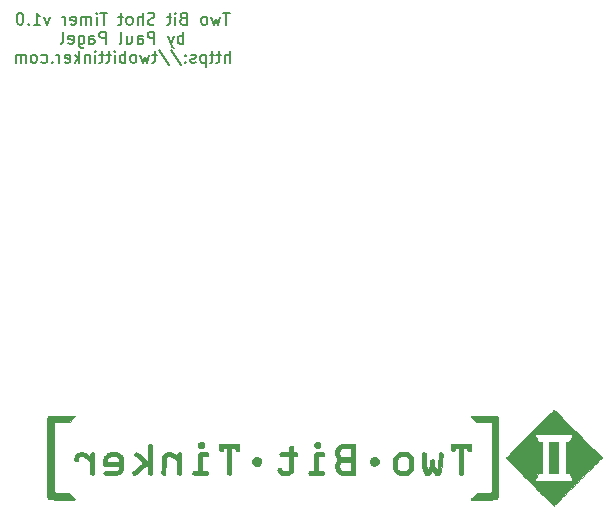
<source format=gbr>
%TF.GenerationSoftware,KiCad,Pcbnew,6.0.1*%
%TF.CreationDate,2022-09-08T21:04:13-04:00*%
%TF.ProjectId,Shot-Timer,53686f74-2d54-4696-9d65-722e6b696361,rev?*%
%TF.SameCoordinates,Original*%
%TF.FileFunction,Legend,Bot*%
%TF.FilePolarity,Positive*%
%FSLAX46Y46*%
G04 Gerber Fmt 4.6, Leading zero omitted, Abs format (unit mm)*
G04 Created by KiCad (PCBNEW 6.0.1) date 2022-09-08 21:04:13*
%MOMM*%
%LPD*%
G01*
G04 APERTURE LIST*
%ADD10C,0.150000*%
%ADD11C,0.010000*%
G04 APERTURE END LIST*
D10*
X99821428Y-75592380D02*
X99250000Y-75592380D01*
X99535714Y-76592380D02*
X99535714Y-75592380D01*
X99011904Y-75925714D02*
X98821428Y-76592380D01*
X98630952Y-76116190D01*
X98440476Y-76592380D01*
X98250000Y-75925714D01*
X97726190Y-76592380D02*
X97821428Y-76544761D01*
X97869047Y-76497142D01*
X97916666Y-76401904D01*
X97916666Y-76116190D01*
X97869047Y-76020952D01*
X97821428Y-75973333D01*
X97726190Y-75925714D01*
X97583333Y-75925714D01*
X97488095Y-75973333D01*
X97440476Y-76020952D01*
X97392857Y-76116190D01*
X97392857Y-76401904D01*
X97440476Y-76497142D01*
X97488095Y-76544761D01*
X97583333Y-76592380D01*
X97726190Y-76592380D01*
X95869047Y-76068571D02*
X95726190Y-76116190D01*
X95678571Y-76163809D01*
X95630952Y-76259047D01*
X95630952Y-76401904D01*
X95678571Y-76497142D01*
X95726190Y-76544761D01*
X95821428Y-76592380D01*
X96202380Y-76592380D01*
X96202380Y-75592380D01*
X95869047Y-75592380D01*
X95773809Y-75640000D01*
X95726190Y-75687619D01*
X95678571Y-75782857D01*
X95678571Y-75878095D01*
X95726190Y-75973333D01*
X95773809Y-76020952D01*
X95869047Y-76068571D01*
X96202380Y-76068571D01*
X95202380Y-76592380D02*
X95202380Y-75925714D01*
X95202380Y-75592380D02*
X95250000Y-75640000D01*
X95202380Y-75687619D01*
X95154761Y-75640000D01*
X95202380Y-75592380D01*
X95202380Y-75687619D01*
X94869047Y-75925714D02*
X94488095Y-75925714D01*
X94726190Y-75592380D02*
X94726190Y-76449523D01*
X94678571Y-76544761D01*
X94583333Y-76592380D01*
X94488095Y-76592380D01*
X93440476Y-76544761D02*
X93297619Y-76592380D01*
X93059523Y-76592380D01*
X92964285Y-76544761D01*
X92916666Y-76497142D01*
X92869047Y-76401904D01*
X92869047Y-76306666D01*
X92916666Y-76211428D01*
X92964285Y-76163809D01*
X93059523Y-76116190D01*
X93250000Y-76068571D01*
X93345238Y-76020952D01*
X93392857Y-75973333D01*
X93440476Y-75878095D01*
X93440476Y-75782857D01*
X93392857Y-75687619D01*
X93345238Y-75640000D01*
X93250000Y-75592380D01*
X93011904Y-75592380D01*
X92869047Y-75640000D01*
X92440476Y-76592380D02*
X92440476Y-75592380D01*
X92011904Y-76592380D02*
X92011904Y-76068571D01*
X92059523Y-75973333D01*
X92154761Y-75925714D01*
X92297619Y-75925714D01*
X92392857Y-75973333D01*
X92440476Y-76020952D01*
X91392857Y-76592380D02*
X91488095Y-76544761D01*
X91535714Y-76497142D01*
X91583333Y-76401904D01*
X91583333Y-76116190D01*
X91535714Y-76020952D01*
X91488095Y-75973333D01*
X91392857Y-75925714D01*
X91250000Y-75925714D01*
X91154761Y-75973333D01*
X91107142Y-76020952D01*
X91059523Y-76116190D01*
X91059523Y-76401904D01*
X91107142Y-76497142D01*
X91154761Y-76544761D01*
X91250000Y-76592380D01*
X91392857Y-76592380D01*
X90773809Y-75925714D02*
X90392857Y-75925714D01*
X90630952Y-75592380D02*
X90630952Y-76449523D01*
X90583333Y-76544761D01*
X90488095Y-76592380D01*
X90392857Y-76592380D01*
X89440476Y-75592380D02*
X88869047Y-75592380D01*
X89154761Y-76592380D02*
X89154761Y-75592380D01*
X88535714Y-76592380D02*
X88535714Y-75925714D01*
X88535714Y-75592380D02*
X88583333Y-75640000D01*
X88535714Y-75687619D01*
X88488095Y-75640000D01*
X88535714Y-75592380D01*
X88535714Y-75687619D01*
X88059523Y-76592380D02*
X88059523Y-75925714D01*
X88059523Y-76020952D02*
X88011904Y-75973333D01*
X87916666Y-75925714D01*
X87773809Y-75925714D01*
X87678571Y-75973333D01*
X87630952Y-76068571D01*
X87630952Y-76592380D01*
X87630952Y-76068571D02*
X87583333Y-75973333D01*
X87488095Y-75925714D01*
X87345238Y-75925714D01*
X87250000Y-75973333D01*
X87202380Y-76068571D01*
X87202380Y-76592380D01*
X86345238Y-76544761D02*
X86440476Y-76592380D01*
X86630952Y-76592380D01*
X86726190Y-76544761D01*
X86773809Y-76449523D01*
X86773809Y-76068571D01*
X86726190Y-75973333D01*
X86630952Y-75925714D01*
X86440476Y-75925714D01*
X86345238Y-75973333D01*
X86297619Y-76068571D01*
X86297619Y-76163809D01*
X86773809Y-76259047D01*
X85869047Y-76592380D02*
X85869047Y-75925714D01*
X85869047Y-76116190D02*
X85821428Y-76020952D01*
X85773809Y-75973333D01*
X85678571Y-75925714D01*
X85583333Y-75925714D01*
X84583333Y-75925714D02*
X84345238Y-76592380D01*
X84107142Y-75925714D01*
X83202380Y-76592380D02*
X83773809Y-76592380D01*
X83488095Y-76592380D02*
X83488095Y-75592380D01*
X83583333Y-75735238D01*
X83678571Y-75830476D01*
X83773809Y-75878095D01*
X82773809Y-76497142D02*
X82726190Y-76544761D01*
X82773809Y-76592380D01*
X82821428Y-76544761D01*
X82773809Y-76497142D01*
X82773809Y-76592380D01*
X82107142Y-75592380D02*
X82011904Y-75592380D01*
X81916666Y-75640000D01*
X81869047Y-75687619D01*
X81821428Y-75782857D01*
X81773809Y-75973333D01*
X81773809Y-76211428D01*
X81821428Y-76401904D01*
X81869047Y-76497142D01*
X81916666Y-76544761D01*
X82011904Y-76592380D01*
X82107142Y-76592380D01*
X82202380Y-76544761D01*
X82250000Y-76497142D01*
X82297619Y-76401904D01*
X82345238Y-76211428D01*
X82345238Y-75973333D01*
X82297619Y-75782857D01*
X82250000Y-75687619D01*
X82202380Y-75640000D01*
X82107142Y-75592380D01*
X95869047Y-78202380D02*
X95869047Y-77202380D01*
X95869047Y-77583333D02*
X95773809Y-77535714D01*
X95583333Y-77535714D01*
X95488095Y-77583333D01*
X95440476Y-77630952D01*
X95392857Y-77726190D01*
X95392857Y-78011904D01*
X95440476Y-78107142D01*
X95488095Y-78154761D01*
X95583333Y-78202380D01*
X95773809Y-78202380D01*
X95869047Y-78154761D01*
X95059523Y-77535714D02*
X94821428Y-78202380D01*
X94583333Y-77535714D02*
X94821428Y-78202380D01*
X94916666Y-78440476D01*
X94964285Y-78488095D01*
X95059523Y-78535714D01*
X93440476Y-78202380D02*
X93440476Y-77202380D01*
X93059523Y-77202380D01*
X92964285Y-77250000D01*
X92916666Y-77297619D01*
X92869047Y-77392857D01*
X92869047Y-77535714D01*
X92916666Y-77630952D01*
X92964285Y-77678571D01*
X93059523Y-77726190D01*
X93440476Y-77726190D01*
X92011904Y-78202380D02*
X92011904Y-77678571D01*
X92059523Y-77583333D01*
X92154761Y-77535714D01*
X92345238Y-77535714D01*
X92440476Y-77583333D01*
X92011904Y-78154761D02*
X92107142Y-78202380D01*
X92345238Y-78202380D01*
X92440476Y-78154761D01*
X92488095Y-78059523D01*
X92488095Y-77964285D01*
X92440476Y-77869047D01*
X92345238Y-77821428D01*
X92107142Y-77821428D01*
X92011904Y-77773809D01*
X91107142Y-77535714D02*
X91107142Y-78202380D01*
X91535714Y-77535714D02*
X91535714Y-78059523D01*
X91488095Y-78154761D01*
X91392857Y-78202380D01*
X91250000Y-78202380D01*
X91154761Y-78154761D01*
X91107142Y-78107142D01*
X90488095Y-78202380D02*
X90583333Y-78154761D01*
X90630952Y-78059523D01*
X90630952Y-77202380D01*
X89345238Y-78202380D02*
X89345238Y-77202380D01*
X88964285Y-77202380D01*
X88869047Y-77250000D01*
X88821428Y-77297619D01*
X88773809Y-77392857D01*
X88773809Y-77535714D01*
X88821428Y-77630952D01*
X88869047Y-77678571D01*
X88964285Y-77726190D01*
X89345238Y-77726190D01*
X87916666Y-78202380D02*
X87916666Y-77678571D01*
X87964285Y-77583333D01*
X88059523Y-77535714D01*
X88250000Y-77535714D01*
X88345238Y-77583333D01*
X87916666Y-78154761D02*
X88011904Y-78202380D01*
X88250000Y-78202380D01*
X88345238Y-78154761D01*
X88392857Y-78059523D01*
X88392857Y-77964285D01*
X88345238Y-77869047D01*
X88250000Y-77821428D01*
X88011904Y-77821428D01*
X87916666Y-77773809D01*
X87011904Y-77535714D02*
X87011904Y-78345238D01*
X87059523Y-78440476D01*
X87107142Y-78488095D01*
X87202380Y-78535714D01*
X87345238Y-78535714D01*
X87440476Y-78488095D01*
X87011904Y-78154761D02*
X87107142Y-78202380D01*
X87297619Y-78202380D01*
X87392857Y-78154761D01*
X87440476Y-78107142D01*
X87488095Y-78011904D01*
X87488095Y-77726190D01*
X87440476Y-77630952D01*
X87392857Y-77583333D01*
X87297619Y-77535714D01*
X87107142Y-77535714D01*
X87011904Y-77583333D01*
X86154761Y-78154761D02*
X86250000Y-78202380D01*
X86440476Y-78202380D01*
X86535714Y-78154761D01*
X86583333Y-78059523D01*
X86583333Y-77678571D01*
X86535714Y-77583333D01*
X86440476Y-77535714D01*
X86250000Y-77535714D01*
X86154761Y-77583333D01*
X86107142Y-77678571D01*
X86107142Y-77773809D01*
X86583333Y-77869047D01*
X85535714Y-78202380D02*
X85630952Y-78154761D01*
X85678571Y-78059523D01*
X85678571Y-77202380D01*
X99821428Y-79812380D02*
X99821428Y-78812380D01*
X99392857Y-79812380D02*
X99392857Y-79288571D01*
X99440476Y-79193333D01*
X99535714Y-79145714D01*
X99678571Y-79145714D01*
X99773809Y-79193333D01*
X99821428Y-79240952D01*
X99059523Y-79145714D02*
X98678571Y-79145714D01*
X98916666Y-78812380D02*
X98916666Y-79669523D01*
X98869047Y-79764761D01*
X98773809Y-79812380D01*
X98678571Y-79812380D01*
X98488095Y-79145714D02*
X98107142Y-79145714D01*
X98345238Y-78812380D02*
X98345238Y-79669523D01*
X98297619Y-79764761D01*
X98202380Y-79812380D01*
X98107142Y-79812380D01*
X97773809Y-79145714D02*
X97773809Y-80145714D01*
X97773809Y-79193333D02*
X97678571Y-79145714D01*
X97488095Y-79145714D01*
X97392857Y-79193333D01*
X97345238Y-79240952D01*
X97297619Y-79336190D01*
X97297619Y-79621904D01*
X97345238Y-79717142D01*
X97392857Y-79764761D01*
X97488095Y-79812380D01*
X97678571Y-79812380D01*
X97773809Y-79764761D01*
X96916666Y-79764761D02*
X96821428Y-79812380D01*
X96630952Y-79812380D01*
X96535714Y-79764761D01*
X96488095Y-79669523D01*
X96488095Y-79621904D01*
X96535714Y-79526666D01*
X96630952Y-79479047D01*
X96773809Y-79479047D01*
X96869047Y-79431428D01*
X96916666Y-79336190D01*
X96916666Y-79288571D01*
X96869047Y-79193333D01*
X96773809Y-79145714D01*
X96630952Y-79145714D01*
X96535714Y-79193333D01*
X96059523Y-79717142D02*
X96011904Y-79764761D01*
X96059523Y-79812380D01*
X96107142Y-79764761D01*
X96059523Y-79717142D01*
X96059523Y-79812380D01*
X96059523Y-79193333D02*
X96011904Y-79240952D01*
X96059523Y-79288571D01*
X96107142Y-79240952D01*
X96059523Y-79193333D01*
X96059523Y-79288571D01*
X94869047Y-78764761D02*
X95726190Y-80050476D01*
X93821428Y-78764761D02*
X94678571Y-80050476D01*
X93630952Y-79145714D02*
X93250000Y-79145714D01*
X93488095Y-78812380D02*
X93488095Y-79669523D01*
X93440476Y-79764761D01*
X93345238Y-79812380D01*
X93250000Y-79812380D01*
X93011904Y-79145714D02*
X92821428Y-79812380D01*
X92630952Y-79336190D01*
X92440476Y-79812380D01*
X92250000Y-79145714D01*
X91726190Y-79812380D02*
X91821428Y-79764761D01*
X91869047Y-79717142D01*
X91916666Y-79621904D01*
X91916666Y-79336190D01*
X91869047Y-79240952D01*
X91821428Y-79193333D01*
X91726190Y-79145714D01*
X91583333Y-79145714D01*
X91488095Y-79193333D01*
X91440476Y-79240952D01*
X91392857Y-79336190D01*
X91392857Y-79621904D01*
X91440476Y-79717142D01*
X91488095Y-79764761D01*
X91583333Y-79812380D01*
X91726190Y-79812380D01*
X90964285Y-79812380D02*
X90964285Y-78812380D01*
X90964285Y-79193333D02*
X90869047Y-79145714D01*
X90678571Y-79145714D01*
X90583333Y-79193333D01*
X90535714Y-79240952D01*
X90488095Y-79336190D01*
X90488095Y-79621904D01*
X90535714Y-79717142D01*
X90583333Y-79764761D01*
X90678571Y-79812380D01*
X90869047Y-79812380D01*
X90964285Y-79764761D01*
X90059523Y-79812380D02*
X90059523Y-79145714D01*
X90059523Y-78812380D02*
X90107142Y-78860000D01*
X90059523Y-78907619D01*
X90011904Y-78860000D01*
X90059523Y-78812380D01*
X90059523Y-78907619D01*
X89726190Y-79145714D02*
X89345238Y-79145714D01*
X89583333Y-78812380D02*
X89583333Y-79669523D01*
X89535714Y-79764761D01*
X89440476Y-79812380D01*
X89345238Y-79812380D01*
X89154761Y-79145714D02*
X88773809Y-79145714D01*
X89011904Y-78812380D02*
X89011904Y-79669523D01*
X88964285Y-79764761D01*
X88869047Y-79812380D01*
X88773809Y-79812380D01*
X88440476Y-79812380D02*
X88440476Y-79145714D01*
X88440476Y-78812380D02*
X88488095Y-78860000D01*
X88440476Y-78907619D01*
X88392857Y-78860000D01*
X88440476Y-78812380D01*
X88440476Y-78907619D01*
X87964285Y-79145714D02*
X87964285Y-79812380D01*
X87964285Y-79240952D02*
X87916666Y-79193333D01*
X87821428Y-79145714D01*
X87678571Y-79145714D01*
X87583333Y-79193333D01*
X87535714Y-79288571D01*
X87535714Y-79812380D01*
X87059523Y-79812380D02*
X87059523Y-78812380D01*
X86964285Y-79431428D02*
X86678571Y-79812380D01*
X86678571Y-79145714D02*
X87059523Y-79526666D01*
X85869047Y-79764761D02*
X85964285Y-79812380D01*
X86154761Y-79812380D01*
X86250000Y-79764761D01*
X86297619Y-79669523D01*
X86297619Y-79288571D01*
X86250000Y-79193333D01*
X86154761Y-79145714D01*
X85964285Y-79145714D01*
X85869047Y-79193333D01*
X85821428Y-79288571D01*
X85821428Y-79383809D01*
X86297619Y-79479047D01*
X85392857Y-79812380D02*
X85392857Y-79145714D01*
X85392857Y-79336190D02*
X85345238Y-79240952D01*
X85297619Y-79193333D01*
X85202380Y-79145714D01*
X85107142Y-79145714D01*
X84773809Y-79717142D02*
X84726190Y-79764761D01*
X84773809Y-79812380D01*
X84821428Y-79764761D01*
X84773809Y-79717142D01*
X84773809Y-79812380D01*
X83869047Y-79764761D02*
X83964285Y-79812380D01*
X84154761Y-79812380D01*
X84250000Y-79764761D01*
X84297619Y-79717142D01*
X84345238Y-79621904D01*
X84345238Y-79336190D01*
X84297619Y-79240952D01*
X84250000Y-79193333D01*
X84154761Y-79145714D01*
X83964285Y-79145714D01*
X83869047Y-79193333D01*
X83297619Y-79812380D02*
X83392857Y-79764761D01*
X83440476Y-79717142D01*
X83488095Y-79621904D01*
X83488095Y-79336190D01*
X83440476Y-79240952D01*
X83392857Y-79193333D01*
X83297619Y-79145714D01*
X83154761Y-79145714D01*
X83059523Y-79193333D01*
X83011904Y-79240952D01*
X82964285Y-79336190D01*
X82964285Y-79621904D01*
X83011904Y-79717142D01*
X83059523Y-79764761D01*
X83154761Y-79812380D01*
X83297619Y-79812380D01*
X82535714Y-79812380D02*
X82535714Y-79145714D01*
X82535714Y-79240952D02*
X82488095Y-79193333D01*
X82392857Y-79145714D01*
X82250000Y-79145714D01*
X82154761Y-79193333D01*
X82107142Y-79288571D01*
X82107142Y-79812380D01*
X82107142Y-79288571D02*
X82059523Y-79193333D01*
X81964285Y-79145714D01*
X81821428Y-79145714D01*
X81726190Y-79193333D01*
X81678571Y-79288571D01*
X81678571Y-79812380D01*
D11*
%TO.C,G2*%
X120489393Y-109695752D02*
X120404500Y-109696522D01*
X120404500Y-109696522D02*
X120337993Y-109697772D01*
X120337993Y-109697772D02*
X120287643Y-109699551D01*
X120287643Y-109699551D02*
X120251223Y-109701909D01*
X120251223Y-109701909D02*
X120226507Y-109704897D01*
X120226507Y-109704897D02*
X120211266Y-109708565D01*
X120211266Y-109708565D02*
X120203273Y-109712963D01*
X120203273Y-109712963D02*
X120200302Y-109718141D01*
X120200302Y-109718141D02*
X120200000Y-109721355D01*
X120200000Y-109721355D02*
X120210824Y-109740884D01*
X120210824Y-109740884D02*
X120241015Y-109778673D01*
X120241015Y-109778673D02*
X120287149Y-109830872D01*
X120287149Y-109830872D02*
X120345806Y-109893633D01*
X120345806Y-109893633D02*
X120413562Y-109963108D01*
X120413562Y-109963108D02*
X120426418Y-109975986D01*
X120426418Y-109975986D02*
X120652835Y-110202000D01*
X120652835Y-110202000D02*
X121252550Y-110202000D01*
X121252550Y-110202000D02*
X121406956Y-110202073D01*
X121406956Y-110202073D02*
X121532919Y-110202402D01*
X121532919Y-110202402D02*
X121633749Y-110203143D01*
X121633749Y-110203143D02*
X121712753Y-110204459D01*
X121712753Y-110204459D02*
X121773239Y-110206507D01*
X121773239Y-110206507D02*
X121818515Y-110209449D01*
X121818515Y-110209449D02*
X121851889Y-110213442D01*
X121851889Y-110213442D02*
X121876670Y-110218648D01*
X121876670Y-110218648D02*
X121896165Y-110225226D01*
X121896165Y-110225226D02*
X121913682Y-110233334D01*
X121913682Y-110233334D02*
X121914919Y-110233963D01*
X121914919Y-110233963D02*
X121978934Y-110283752D01*
X121978934Y-110283752D02*
X122009537Y-110328581D01*
X122009537Y-110328581D02*
X122013509Y-110336739D01*
X122013509Y-110336739D02*
X122017138Y-110345884D01*
X122017138Y-110345884D02*
X122020439Y-110357421D01*
X122020439Y-110357421D02*
X122023427Y-110372753D01*
X122023427Y-110372753D02*
X122026119Y-110393284D01*
X122026119Y-110393284D02*
X122028529Y-110420420D01*
X122028529Y-110420420D02*
X122030673Y-110455564D01*
X122030673Y-110455564D02*
X122032567Y-110500122D01*
X122032567Y-110500122D02*
X122034226Y-110555496D01*
X122034226Y-110555496D02*
X122035666Y-110623092D01*
X122035666Y-110623092D02*
X122036902Y-110704313D01*
X122036902Y-110704313D02*
X122037950Y-110800565D01*
X122037950Y-110800565D02*
X122038825Y-110913252D01*
X122038825Y-110913252D02*
X122039543Y-111043777D01*
X122039543Y-111043777D02*
X122040120Y-111193546D01*
X122040120Y-111193546D02*
X122040571Y-111363962D01*
X122040571Y-111363962D02*
X122040911Y-111556430D01*
X122040911Y-111556430D02*
X122041156Y-111772354D01*
X122041156Y-111772354D02*
X122041322Y-112013139D01*
X122041322Y-112013139D02*
X122041423Y-112280189D01*
X122041423Y-112280189D02*
X122041477Y-112574909D01*
X122041477Y-112574909D02*
X122041497Y-112898702D01*
X122041497Y-112898702D02*
X122041500Y-113218249D01*
X122041500Y-113218249D02*
X122041496Y-113569588D01*
X122041496Y-113569588D02*
X122041473Y-113890582D01*
X122041473Y-113890582D02*
X122041416Y-114182634D01*
X122041416Y-114182634D02*
X122041309Y-114447149D01*
X122041309Y-114447149D02*
X122041136Y-114685531D01*
X122041136Y-114685531D02*
X122040883Y-114899185D01*
X122040883Y-114899185D02*
X122040533Y-115089515D01*
X122040533Y-115089515D02*
X122040071Y-115257926D01*
X122040071Y-115257926D02*
X122039482Y-115405821D01*
X122039482Y-115405821D02*
X122038750Y-115534606D01*
X122038750Y-115534606D02*
X122037859Y-115645683D01*
X122037859Y-115645683D02*
X122036794Y-115740459D01*
X122036794Y-115740459D02*
X122035539Y-115820337D01*
X122035539Y-115820337D02*
X122034079Y-115886721D01*
X122034079Y-115886721D02*
X122032399Y-115941016D01*
X122032399Y-115941016D02*
X122030482Y-115984626D01*
X122030482Y-115984626D02*
X122028313Y-116018956D01*
X122028313Y-116018956D02*
X122025877Y-116045409D01*
X122025877Y-116045409D02*
X122023158Y-116065391D01*
X122023158Y-116065391D02*
X122020141Y-116080305D01*
X122020141Y-116080305D02*
X122016810Y-116091557D01*
X122016810Y-116091557D02*
X122013150Y-116100549D01*
X122013150Y-116100549D02*
X122009537Y-116107918D01*
X122009537Y-116107918D02*
X121959748Y-116171933D01*
X121959748Y-116171933D02*
X121914919Y-116202536D01*
X121914919Y-116202536D02*
X121896941Y-116210964D01*
X121896941Y-116210964D02*
X121877179Y-116217767D01*
X121877179Y-116217767D02*
X121852214Y-116223119D01*
X121852214Y-116223119D02*
X121818629Y-116227194D01*
X121818629Y-116227194D02*
X121773007Y-116230163D01*
X121773007Y-116230163D02*
X121711930Y-116232201D01*
X121711930Y-116232201D02*
X121631980Y-116233480D01*
X121631980Y-116233480D02*
X121529741Y-116234174D01*
X121529741Y-116234174D02*
X121401795Y-116234455D01*
X121401795Y-116234455D02*
X121283921Y-116234500D01*
X121283921Y-116234500D02*
X120715577Y-116234500D01*
X120715577Y-116234500D02*
X120457789Y-116492643D01*
X120457789Y-116492643D02*
X120384022Y-116567671D01*
X120384022Y-116567671D02*
X120318489Y-116636543D01*
X120318489Y-116636543D02*
X120264380Y-116695723D01*
X120264380Y-116695723D02*
X120224884Y-116741677D01*
X120224884Y-116741677D02*
X120203190Y-116770869D01*
X120203190Y-116770869D02*
X120200000Y-116778393D01*
X120200000Y-116778393D02*
X120201453Y-116783929D01*
X120201453Y-116783929D02*
X120207319Y-116788664D01*
X120207319Y-116788664D02*
X120219861Y-116792657D01*
X120219861Y-116792657D02*
X120241343Y-116795963D01*
X120241343Y-116795963D02*
X120274028Y-116798640D01*
X120274028Y-116798640D02*
X120320178Y-116800744D01*
X120320178Y-116800744D02*
X120382057Y-116802333D01*
X120382057Y-116802333D02*
X120461927Y-116803462D01*
X120461927Y-116803462D02*
X120562052Y-116804188D01*
X120562052Y-116804188D02*
X120684694Y-116804569D01*
X120684694Y-116804569D02*
X120832117Y-116804661D01*
X120832117Y-116804661D02*
X121006584Y-116804521D01*
X121006584Y-116804521D02*
X121210357Y-116804205D01*
X121210357Y-116804205D02*
X121227907Y-116804174D01*
X121227907Y-116804174D02*
X121407409Y-116803678D01*
X121407409Y-116803678D02*
X121578805Y-116802865D01*
X121578805Y-116802865D02*
X121739242Y-116801768D01*
X121739242Y-116801768D02*
X121885867Y-116800423D01*
X121885867Y-116800423D02*
X122015827Y-116798866D01*
X122015827Y-116798866D02*
X122126270Y-116797133D01*
X122126270Y-116797133D02*
X122214343Y-116795259D01*
X122214343Y-116795259D02*
X122277193Y-116793279D01*
X122277193Y-116793279D02*
X122311968Y-116791229D01*
X122311968Y-116791229D02*
X122316373Y-116790631D01*
X122316373Y-116790631D02*
X122401413Y-116759277D01*
X122401413Y-116759277D02*
X122468369Y-116702980D01*
X122468369Y-116702980D02*
X122515265Y-116624156D01*
X122515265Y-116624156D02*
X122540123Y-116525221D01*
X122540123Y-116525221D02*
X122541181Y-116515719D01*
X122541181Y-116515719D02*
X122542137Y-116490283D01*
X122542137Y-116490283D02*
X122543023Y-116434642D01*
X122543023Y-116434642D02*
X122543835Y-116350342D01*
X122543835Y-116350342D02*
X122544571Y-116238926D01*
X122544571Y-116238926D02*
X122545228Y-116101941D01*
X122545228Y-116101941D02*
X122545805Y-115940930D01*
X122545805Y-115940930D02*
X122546299Y-115757440D01*
X122546299Y-115757440D02*
X122546707Y-115553015D01*
X122546707Y-115553015D02*
X122547028Y-115329200D01*
X122547028Y-115329200D02*
X122547258Y-115087539D01*
X122547258Y-115087539D02*
X122547396Y-114829579D01*
X122547396Y-114829579D02*
X122547438Y-114556864D01*
X122547438Y-114556864D02*
X122547383Y-114270939D01*
X122547383Y-114270939D02*
X122547229Y-113973349D01*
X122547229Y-113973349D02*
X122546972Y-113665639D01*
X122546972Y-113665639D02*
X122546611Y-113349354D01*
X122546611Y-113349354D02*
X122546353Y-113162687D01*
X122546353Y-113162687D02*
X122545809Y-112782373D01*
X122545809Y-112782373D02*
X122545321Y-112432510D01*
X122545321Y-112432510D02*
X122544859Y-112111801D01*
X122544859Y-112111801D02*
X122544389Y-111818947D01*
X122544389Y-111818947D02*
X122543881Y-111552650D01*
X122543881Y-111552650D02*
X122543303Y-111311613D01*
X122543303Y-111311613D02*
X122542623Y-111094536D01*
X122542623Y-111094536D02*
X122541810Y-110900122D01*
X122541810Y-110900122D02*
X122540832Y-110727073D01*
X122540832Y-110727073D02*
X122539657Y-110574090D01*
X122539657Y-110574090D02*
X122538254Y-110439875D01*
X122538254Y-110439875D02*
X122536590Y-110323130D01*
X122536590Y-110323130D02*
X122534636Y-110222558D01*
X122534636Y-110222558D02*
X122532357Y-110136859D01*
X122532357Y-110136859D02*
X122529724Y-110064735D01*
X122529724Y-110064735D02*
X122526704Y-110004889D01*
X122526704Y-110004889D02*
X122523267Y-109956022D01*
X122523267Y-109956022D02*
X122519379Y-109916836D01*
X122519379Y-109916836D02*
X122515009Y-109886033D01*
X122515009Y-109886033D02*
X122510127Y-109862315D01*
X122510127Y-109862315D02*
X122504700Y-109844383D01*
X122504700Y-109844383D02*
X122498696Y-109830940D01*
X122498696Y-109830940D02*
X122492084Y-109820687D01*
X122492084Y-109820687D02*
X122484832Y-109812326D01*
X122484832Y-109812326D02*
X122476909Y-109804559D01*
X122476909Y-109804559D02*
X122468283Y-109796087D01*
X122468283Y-109796087D02*
X122464173Y-109791710D01*
X122464173Y-109791710D02*
X122448798Y-109774457D01*
X122448798Y-109774457D02*
X122434641Y-109759567D01*
X122434641Y-109759567D02*
X122419372Y-109746858D01*
X122419372Y-109746858D02*
X122400660Y-109736145D01*
X122400660Y-109736145D02*
X122376176Y-109727244D01*
X122376176Y-109727244D02*
X122343589Y-109719971D01*
X122343589Y-109719971D02*
X122300569Y-109714144D01*
X122300569Y-109714144D02*
X122244786Y-109709577D01*
X122244786Y-109709577D02*
X122173908Y-109706088D01*
X122173908Y-109706088D02*
X122085607Y-109703492D01*
X122085607Y-109703492D02*
X121977551Y-109701605D01*
X121977551Y-109701605D02*
X121847410Y-109700245D01*
X121847410Y-109700245D02*
X121692855Y-109699227D01*
X121692855Y-109699227D02*
X121511554Y-109698367D01*
X121511554Y-109698367D02*
X121301177Y-109697481D01*
X121301177Y-109697481D02*
X121267594Y-109697337D01*
X121267594Y-109697337D02*
X121057365Y-109696463D01*
X121057365Y-109696463D02*
X120876657Y-109695816D01*
X120876657Y-109695816D02*
X120723244Y-109695449D01*
X120723244Y-109695449D02*
X120594899Y-109695411D01*
X120594899Y-109695411D02*
X120489393Y-109695752D01*
X120489393Y-109695752D02*
X120489393Y-109695752D01*
G36*
X120723244Y-109695449D02*
G01*
X120876657Y-109695816D01*
X121057365Y-109696463D01*
X121267594Y-109697337D01*
X121301177Y-109697481D01*
X121511554Y-109698367D01*
X121692855Y-109699227D01*
X121847410Y-109700245D01*
X121977551Y-109701605D01*
X122085607Y-109703492D01*
X122173908Y-109706088D01*
X122244786Y-109709577D01*
X122300569Y-109714144D01*
X122343589Y-109719971D01*
X122376176Y-109727244D01*
X122400660Y-109736145D01*
X122419372Y-109746858D01*
X122434641Y-109759567D01*
X122448798Y-109774457D01*
X122464173Y-109791710D01*
X122468283Y-109796087D01*
X122476909Y-109804559D01*
X122484832Y-109812326D01*
X122492084Y-109820687D01*
X122498696Y-109830940D01*
X122504700Y-109844383D01*
X122510127Y-109862315D01*
X122515009Y-109886033D01*
X122519379Y-109916836D01*
X122523267Y-109956022D01*
X122526704Y-110004889D01*
X122529724Y-110064735D01*
X122532357Y-110136859D01*
X122534636Y-110222558D01*
X122536590Y-110323130D01*
X122538254Y-110439875D01*
X122539657Y-110574090D01*
X122540832Y-110727073D01*
X122541810Y-110900122D01*
X122542623Y-111094536D01*
X122543303Y-111311613D01*
X122543881Y-111552650D01*
X122544389Y-111818947D01*
X122544859Y-112111801D01*
X122545321Y-112432510D01*
X122545809Y-112782373D01*
X122546353Y-113162687D01*
X122546611Y-113349354D01*
X122546972Y-113665639D01*
X122547229Y-113973349D01*
X122547383Y-114270939D01*
X122547438Y-114556864D01*
X122547396Y-114829579D01*
X122547258Y-115087539D01*
X122547028Y-115329200D01*
X122546707Y-115553015D01*
X122546299Y-115757440D01*
X122545805Y-115940930D01*
X122545228Y-116101941D01*
X122544571Y-116238926D01*
X122543835Y-116350342D01*
X122543023Y-116434642D01*
X122542137Y-116490283D01*
X122541181Y-116515719D01*
X122540123Y-116525221D01*
X122515265Y-116624156D01*
X122468369Y-116702980D01*
X122401413Y-116759277D01*
X122316373Y-116790631D01*
X122311968Y-116791229D01*
X122277193Y-116793279D01*
X122214343Y-116795259D01*
X122126270Y-116797133D01*
X122015827Y-116798866D01*
X121885867Y-116800423D01*
X121739242Y-116801768D01*
X121578805Y-116802865D01*
X121407409Y-116803678D01*
X121227907Y-116804174D01*
X121210357Y-116804205D01*
X121006584Y-116804521D01*
X120832117Y-116804661D01*
X120684694Y-116804569D01*
X120562052Y-116804188D01*
X120461927Y-116803462D01*
X120382057Y-116802333D01*
X120320178Y-116800744D01*
X120274028Y-116798640D01*
X120241343Y-116795963D01*
X120219861Y-116792657D01*
X120207319Y-116788664D01*
X120201453Y-116783929D01*
X120200000Y-116778393D01*
X120203190Y-116770869D01*
X120224884Y-116741677D01*
X120264380Y-116695723D01*
X120318489Y-116636543D01*
X120384022Y-116567671D01*
X120457789Y-116492643D01*
X120715577Y-116234500D01*
X121283921Y-116234500D01*
X121401795Y-116234455D01*
X121529741Y-116234174D01*
X121631980Y-116233480D01*
X121711930Y-116232201D01*
X121773007Y-116230163D01*
X121818629Y-116227194D01*
X121852214Y-116223119D01*
X121877179Y-116217767D01*
X121896941Y-116210964D01*
X121914919Y-116202536D01*
X121959748Y-116171933D01*
X122009537Y-116107918D01*
X122013150Y-116100549D01*
X122016810Y-116091557D01*
X122020141Y-116080305D01*
X122023158Y-116065391D01*
X122025877Y-116045409D01*
X122028313Y-116018956D01*
X122030482Y-115984626D01*
X122032399Y-115941016D01*
X122034079Y-115886721D01*
X122035539Y-115820337D01*
X122036794Y-115740459D01*
X122037859Y-115645683D01*
X122038750Y-115534606D01*
X122039482Y-115405821D01*
X122040071Y-115257926D01*
X122040533Y-115089515D01*
X122040883Y-114899185D01*
X122041136Y-114685531D01*
X122041309Y-114447149D01*
X122041416Y-114182634D01*
X122041473Y-113890582D01*
X122041496Y-113569588D01*
X122041500Y-113218249D01*
X122041497Y-112898702D01*
X122041477Y-112574909D01*
X122041423Y-112280189D01*
X122041322Y-112013139D01*
X122041156Y-111772354D01*
X122040911Y-111556430D01*
X122040571Y-111363962D01*
X122040120Y-111193546D01*
X122039543Y-111043777D01*
X122038825Y-110913252D01*
X122037950Y-110800565D01*
X122036902Y-110704313D01*
X122035666Y-110623092D01*
X122034226Y-110555496D01*
X122032567Y-110500122D01*
X122030673Y-110455564D01*
X122028529Y-110420420D01*
X122026119Y-110393284D01*
X122023427Y-110372753D01*
X122020439Y-110357421D01*
X122017138Y-110345884D01*
X122013509Y-110336739D01*
X122009537Y-110328581D01*
X121978934Y-110283752D01*
X121914919Y-110233963D01*
X121913682Y-110233334D01*
X121896165Y-110225226D01*
X121876670Y-110218648D01*
X121851889Y-110213442D01*
X121818515Y-110209449D01*
X121773239Y-110206507D01*
X121712753Y-110204459D01*
X121633749Y-110203143D01*
X121532919Y-110202402D01*
X121406956Y-110202073D01*
X121252550Y-110202000D01*
X120652835Y-110202000D01*
X120426418Y-109975986D01*
X120413562Y-109963108D01*
X120345806Y-109893633D01*
X120287149Y-109830872D01*
X120241015Y-109778673D01*
X120210824Y-109740884D01*
X120200000Y-109721355D01*
X120200302Y-109718141D01*
X120203273Y-109712963D01*
X120211266Y-109708565D01*
X120226507Y-109704897D01*
X120251223Y-109701909D01*
X120287643Y-109699551D01*
X120337993Y-109697772D01*
X120404500Y-109696522D01*
X120489393Y-109695752D01*
X120594899Y-109695411D01*
X120723244Y-109695449D01*
G37*
X120723244Y-109695449D02*
X120876657Y-109695816D01*
X121057365Y-109696463D01*
X121267594Y-109697337D01*
X121301177Y-109697481D01*
X121511554Y-109698367D01*
X121692855Y-109699227D01*
X121847410Y-109700245D01*
X121977551Y-109701605D01*
X122085607Y-109703492D01*
X122173908Y-109706088D01*
X122244786Y-109709577D01*
X122300569Y-109714144D01*
X122343589Y-109719971D01*
X122376176Y-109727244D01*
X122400660Y-109736145D01*
X122419372Y-109746858D01*
X122434641Y-109759567D01*
X122448798Y-109774457D01*
X122464173Y-109791710D01*
X122468283Y-109796087D01*
X122476909Y-109804559D01*
X122484832Y-109812326D01*
X122492084Y-109820687D01*
X122498696Y-109830940D01*
X122504700Y-109844383D01*
X122510127Y-109862315D01*
X122515009Y-109886033D01*
X122519379Y-109916836D01*
X122523267Y-109956022D01*
X122526704Y-110004889D01*
X122529724Y-110064735D01*
X122532357Y-110136859D01*
X122534636Y-110222558D01*
X122536590Y-110323130D01*
X122538254Y-110439875D01*
X122539657Y-110574090D01*
X122540832Y-110727073D01*
X122541810Y-110900122D01*
X122542623Y-111094536D01*
X122543303Y-111311613D01*
X122543881Y-111552650D01*
X122544389Y-111818947D01*
X122544859Y-112111801D01*
X122545321Y-112432510D01*
X122545809Y-112782373D01*
X122546353Y-113162687D01*
X122546611Y-113349354D01*
X122546972Y-113665639D01*
X122547229Y-113973349D01*
X122547383Y-114270939D01*
X122547438Y-114556864D01*
X122547396Y-114829579D01*
X122547258Y-115087539D01*
X122547028Y-115329200D01*
X122546707Y-115553015D01*
X122546299Y-115757440D01*
X122545805Y-115940930D01*
X122545228Y-116101941D01*
X122544571Y-116238926D01*
X122543835Y-116350342D01*
X122543023Y-116434642D01*
X122542137Y-116490283D01*
X122541181Y-116515719D01*
X122540123Y-116525221D01*
X122515265Y-116624156D01*
X122468369Y-116702980D01*
X122401413Y-116759277D01*
X122316373Y-116790631D01*
X122311968Y-116791229D01*
X122277193Y-116793279D01*
X122214343Y-116795259D01*
X122126270Y-116797133D01*
X122015827Y-116798866D01*
X121885867Y-116800423D01*
X121739242Y-116801768D01*
X121578805Y-116802865D01*
X121407409Y-116803678D01*
X121227907Y-116804174D01*
X121210357Y-116804205D01*
X121006584Y-116804521D01*
X120832117Y-116804661D01*
X120684694Y-116804569D01*
X120562052Y-116804188D01*
X120461927Y-116803462D01*
X120382057Y-116802333D01*
X120320178Y-116800744D01*
X120274028Y-116798640D01*
X120241343Y-116795963D01*
X120219861Y-116792657D01*
X120207319Y-116788664D01*
X120201453Y-116783929D01*
X120200000Y-116778393D01*
X120203190Y-116770869D01*
X120224884Y-116741677D01*
X120264380Y-116695723D01*
X120318489Y-116636543D01*
X120384022Y-116567671D01*
X120457789Y-116492643D01*
X120715577Y-116234500D01*
X121283921Y-116234500D01*
X121401795Y-116234455D01*
X121529741Y-116234174D01*
X121631980Y-116233480D01*
X121711930Y-116232201D01*
X121773007Y-116230163D01*
X121818629Y-116227194D01*
X121852214Y-116223119D01*
X121877179Y-116217767D01*
X121896941Y-116210964D01*
X121914919Y-116202536D01*
X121959748Y-116171933D01*
X122009537Y-116107918D01*
X122013150Y-116100549D01*
X122016810Y-116091557D01*
X122020141Y-116080305D01*
X122023158Y-116065391D01*
X122025877Y-116045409D01*
X122028313Y-116018956D01*
X122030482Y-115984626D01*
X122032399Y-115941016D01*
X122034079Y-115886721D01*
X122035539Y-115820337D01*
X122036794Y-115740459D01*
X122037859Y-115645683D01*
X122038750Y-115534606D01*
X122039482Y-115405821D01*
X122040071Y-115257926D01*
X122040533Y-115089515D01*
X122040883Y-114899185D01*
X122041136Y-114685531D01*
X122041309Y-114447149D01*
X122041416Y-114182634D01*
X122041473Y-113890582D01*
X122041496Y-113569588D01*
X122041500Y-113218249D01*
X122041497Y-112898702D01*
X122041477Y-112574909D01*
X122041423Y-112280189D01*
X122041322Y-112013139D01*
X122041156Y-111772354D01*
X122040911Y-111556430D01*
X122040571Y-111363962D01*
X122040120Y-111193546D01*
X122039543Y-111043777D01*
X122038825Y-110913252D01*
X122037950Y-110800565D01*
X122036902Y-110704313D01*
X122035666Y-110623092D01*
X122034226Y-110555496D01*
X122032567Y-110500122D01*
X122030673Y-110455564D01*
X122028529Y-110420420D01*
X122026119Y-110393284D01*
X122023427Y-110372753D01*
X122020439Y-110357421D01*
X122017138Y-110345884D01*
X122013509Y-110336739D01*
X122009537Y-110328581D01*
X121978934Y-110283752D01*
X121914919Y-110233963D01*
X121913682Y-110233334D01*
X121896165Y-110225226D01*
X121876670Y-110218648D01*
X121851889Y-110213442D01*
X121818515Y-110209449D01*
X121773239Y-110206507D01*
X121712753Y-110204459D01*
X121633749Y-110203143D01*
X121532919Y-110202402D01*
X121406956Y-110202073D01*
X121252550Y-110202000D01*
X120652835Y-110202000D01*
X120426418Y-109975986D01*
X120413562Y-109963108D01*
X120345806Y-109893633D01*
X120287149Y-109830872D01*
X120241015Y-109778673D01*
X120210824Y-109740884D01*
X120200000Y-109721355D01*
X120200302Y-109718141D01*
X120203273Y-109712963D01*
X120211266Y-109708565D01*
X120226507Y-109704897D01*
X120251223Y-109701909D01*
X120287643Y-109699551D01*
X120337993Y-109697772D01*
X120404500Y-109696522D01*
X120489393Y-109695752D01*
X120594899Y-109695411D01*
X120723244Y-109695449D01*
X98927589Y-112309406D02*
X98929001Y-112423129D01*
X98929001Y-112423129D02*
X98933827Y-112509767D01*
X98933827Y-112509767D02*
X98943108Y-112573892D01*
X98943108Y-112573892D02*
X98957887Y-112620080D01*
X98957887Y-112620080D02*
X98979205Y-112652906D01*
X98979205Y-112652906D02*
X99008104Y-112676944D01*
X99008104Y-112676944D02*
X99011818Y-112679266D01*
X99011818Y-112679266D02*
X99080207Y-112706331D01*
X99080207Y-112706331D02*
X99143681Y-112704434D01*
X99143681Y-112704434D02*
X99198642Y-112676336D01*
X99198642Y-112676336D02*
X99241491Y-112624795D01*
X99241491Y-112624795D02*
X99268631Y-112552574D01*
X99268631Y-112552574D02*
X99276662Y-112476093D01*
X99276662Y-112476093D02*
X99276750Y-112424500D01*
X99276750Y-112424500D02*
X99610125Y-112424500D01*
X99610125Y-112424500D02*
X99610125Y-114618425D01*
X99610125Y-114618425D02*
X99664100Y-114672400D01*
X99664100Y-114672400D02*
X99708012Y-114709065D01*
X99708012Y-114709065D02*
X99749939Y-114724541D01*
X99749939Y-114724541D02*
X99776813Y-114726375D01*
X99776813Y-114726375D02*
X99823372Y-114719716D01*
X99823372Y-114719716D02*
X99864520Y-114695409D01*
X99864520Y-114695409D02*
X99889525Y-114672400D01*
X99889525Y-114672400D02*
X99943500Y-114618425D01*
X99943500Y-114618425D02*
X99943500Y-112424500D01*
X99943500Y-112424500D02*
X100107967Y-112424500D01*
X100107967Y-112424500D02*
X100272434Y-112424499D01*
X100272434Y-112424499D02*
X100281758Y-112514847D01*
X100281758Y-112514847D02*
X100300455Y-112601341D01*
X100300455Y-112601341D02*
X100336323Y-112661683D01*
X100336323Y-112661683D02*
X100389955Y-112696798D01*
X100389955Y-112696798D02*
X100400452Y-112700202D01*
X100400452Y-112700202D02*
X100472579Y-112706156D01*
X100472579Y-112706156D02*
X100537265Y-112681449D01*
X100537265Y-112681449D02*
X100571916Y-112651727D01*
X100571916Y-112651727D02*
X100586137Y-112635159D01*
X100586137Y-112635159D02*
X100596321Y-112617459D01*
X100596321Y-112617459D02*
X100603141Y-112593344D01*
X100603141Y-112593344D02*
X100607271Y-112557527D01*
X100607271Y-112557527D02*
X100609383Y-112504723D01*
X100609383Y-112504723D02*
X100610151Y-112429648D01*
X100610151Y-112429648D02*
X100610250Y-112350744D01*
X100610250Y-112350744D02*
X100610250Y-112091125D01*
X100610250Y-112091125D02*
X98927500Y-112091125D01*
X98927500Y-112091125D02*
X98927589Y-112309406D01*
X98927589Y-112309406D02*
X98927589Y-112309406D01*
G36*
X100610250Y-112350744D02*
G01*
X100610151Y-112429648D01*
X100609383Y-112504723D01*
X100607271Y-112557527D01*
X100603141Y-112593344D01*
X100596321Y-112617459D01*
X100586137Y-112635159D01*
X100571916Y-112651727D01*
X100537265Y-112681449D01*
X100472579Y-112706156D01*
X100400452Y-112700202D01*
X100389955Y-112696798D01*
X100336323Y-112661683D01*
X100300455Y-112601341D01*
X100281758Y-112514847D01*
X100272434Y-112424499D01*
X100107967Y-112424500D01*
X99943500Y-112424500D01*
X99943500Y-114618425D01*
X99889525Y-114672400D01*
X99864520Y-114695409D01*
X99823372Y-114719716D01*
X99776813Y-114726375D01*
X99749939Y-114724541D01*
X99708012Y-114709065D01*
X99664100Y-114672400D01*
X99610125Y-114618425D01*
X99610125Y-112424500D01*
X99276750Y-112424500D01*
X99276662Y-112476093D01*
X99268631Y-112552574D01*
X99241491Y-112624795D01*
X99198642Y-112676336D01*
X99143681Y-112704434D01*
X99080207Y-112706331D01*
X99011818Y-112679266D01*
X99008104Y-112676944D01*
X98979205Y-112652906D01*
X98957887Y-112620080D01*
X98943108Y-112573892D01*
X98933827Y-112509767D01*
X98929001Y-112423129D01*
X98927589Y-112309406D01*
X98927500Y-112091125D01*
X100610250Y-112091125D01*
X100610250Y-112350744D01*
G37*
X100610250Y-112350744D02*
X100610151Y-112429648D01*
X100609383Y-112504723D01*
X100607271Y-112557527D01*
X100603141Y-112593344D01*
X100596321Y-112617459D01*
X100586137Y-112635159D01*
X100571916Y-112651727D01*
X100537265Y-112681449D01*
X100472579Y-112706156D01*
X100400452Y-112700202D01*
X100389955Y-112696798D01*
X100336323Y-112661683D01*
X100300455Y-112601341D01*
X100281758Y-112514847D01*
X100272434Y-112424499D01*
X100107967Y-112424500D01*
X99943500Y-112424500D01*
X99943500Y-114618425D01*
X99889525Y-114672400D01*
X99864520Y-114695409D01*
X99823372Y-114719716D01*
X99776813Y-114726375D01*
X99749939Y-114724541D01*
X99708012Y-114709065D01*
X99664100Y-114672400D01*
X99610125Y-114618425D01*
X99610125Y-112424500D01*
X99276750Y-112424500D01*
X99276662Y-112476093D01*
X99268631Y-112552574D01*
X99241491Y-112624795D01*
X99198642Y-112676336D01*
X99143681Y-112704434D01*
X99080207Y-112706331D01*
X99011818Y-112679266D01*
X99008104Y-112676944D01*
X98979205Y-112652906D01*
X98957887Y-112620080D01*
X98943108Y-112573892D01*
X98933827Y-112509767D01*
X98929001Y-112423129D01*
X98927589Y-112309406D01*
X98927500Y-112091125D01*
X100610250Y-112091125D01*
X100610250Y-112350744D01*
X114067296Y-112864658D02*
X113968635Y-112922898D01*
X113968635Y-112922898D02*
X113872811Y-113000090D01*
X113872811Y-113000090D02*
X113788509Y-113088037D01*
X113788509Y-113088037D02*
X113724414Y-113178541D01*
X113724414Y-113178541D02*
X113713631Y-113198486D01*
X113713631Y-113198486D02*
X113667438Y-113289687D01*
X113667438Y-113289687D02*
X113667438Y-114242187D01*
X113667438Y-114242187D02*
X113721599Y-114342073D01*
X113721599Y-114342073D02*
X113792323Y-114445301D01*
X113792323Y-114445301D02*
X113886275Y-114542098D01*
X113886275Y-114542098D02*
X113994966Y-114624526D01*
X113994966Y-114624526D02*
X114067529Y-114665670D01*
X114067529Y-114665670D02*
X114174657Y-114718437D01*
X114174657Y-114718437D02*
X114476672Y-114722073D01*
X114476672Y-114722073D02*
X114602566Y-114722668D01*
X114602566Y-114722668D02*
X114699978Y-114720955D01*
X114699978Y-114720955D02*
X114772102Y-114716782D01*
X114772102Y-114716782D02*
X114822135Y-114710000D01*
X114822135Y-114710000D02*
X114842188Y-114704844D01*
X114842188Y-114704844D02*
X114963581Y-114651459D01*
X114963581Y-114651459D02*
X115078718Y-114575613D01*
X115078718Y-114575613D02*
X115180218Y-114483456D01*
X115180218Y-114483456D02*
X115260696Y-114381137D01*
X115260696Y-114381137D02*
X115288084Y-114333422D01*
X115288084Y-114333422D02*
X115334313Y-114242187D01*
X115334313Y-114242187D02*
X115334313Y-113879980D01*
X115334313Y-113879980D02*
X115006018Y-113879980D01*
X115006018Y-113879980D02*
X115005638Y-113987019D01*
X115005638Y-113987019D02*
X115003837Y-114068220D01*
X115003837Y-114068220D02*
X115000510Y-114126529D01*
X115000510Y-114126529D02*
X114995550Y-114164891D01*
X114995550Y-114164891D02*
X114989209Y-114185583D01*
X114989209Y-114185583D02*
X114967784Y-114214029D01*
X114967784Y-114214029D02*
X114929097Y-114254504D01*
X114929097Y-114254504D02*
X114880702Y-114299228D01*
X114880702Y-114299228D02*
X114869796Y-114308614D01*
X114869796Y-114308614D02*
X114770404Y-114393000D01*
X114770404Y-114393000D02*
X114512608Y-114392940D01*
X114512608Y-114392940D02*
X114413362Y-114392480D01*
X114413362Y-114392480D02*
X114340447Y-114390805D01*
X114340447Y-114390805D02*
X114288454Y-114387397D01*
X114288454Y-114387397D02*
X114251973Y-114381737D01*
X114251973Y-114381737D02*
X114225593Y-114373307D01*
X114225593Y-114373307D02*
X114207188Y-114363646D01*
X114207188Y-114363646D02*
X114169993Y-114337268D01*
X114169993Y-114337268D02*
X114121425Y-114298239D01*
X114121425Y-114298239D02*
X114080188Y-114262323D01*
X114080188Y-114262323D02*
X114000813Y-114190234D01*
X114000813Y-114190234D02*
X113995913Y-113811398D01*
X113995913Y-113811398D02*
X113994933Y-113701708D01*
X113994933Y-113701708D02*
X113994846Y-113599882D01*
X113994846Y-113599882D02*
X113995592Y-113511125D01*
X113995592Y-113511125D02*
X113997110Y-113440646D01*
X113997110Y-113440646D02*
X113999338Y-113393649D01*
X113999338Y-113393649D02*
X114000953Y-113379095D01*
X114000953Y-113379095D02*
X114022329Y-113327686D01*
X114022329Y-113327686D02*
X114069102Y-113272908D01*
X114069102Y-113272908D02*
X114143391Y-113212500D01*
X114143391Y-113212500D02*
X114182128Y-113185692D01*
X114182128Y-113185692D02*
X114210067Y-113167638D01*
X114210067Y-113167638D02*
X114234884Y-113154949D01*
X114234884Y-113154949D02*
X114262762Y-113146679D01*
X114262762Y-113146679D02*
X114299885Y-113141881D01*
X114299885Y-113141881D02*
X114352437Y-113139611D01*
X114352437Y-113139611D02*
X114426599Y-113138922D01*
X114426599Y-113138922D02*
X114488232Y-113138875D01*
X114488232Y-113138875D02*
X114592597Y-113139639D01*
X114592597Y-113139639D02*
X114671832Y-113143213D01*
X114671832Y-113143213D02*
X114732546Y-113151521D01*
X114732546Y-113151521D02*
X114781346Y-113166484D01*
X114781346Y-113166484D02*
X114824842Y-113190025D01*
X114824842Y-113190025D02*
X114869640Y-113224068D01*
X114869640Y-113224068D02*
X114913625Y-113262649D01*
X114913625Y-113262649D02*
X115000938Y-113341383D01*
X115000938Y-113341383D02*
X115005084Y-113744160D01*
X115005084Y-113744160D02*
X115006018Y-113879980D01*
X115006018Y-113879980D02*
X115334313Y-113879980D01*
X115334313Y-113879980D02*
X115334313Y-113289687D01*
X115334313Y-113289687D02*
X115289587Y-113198606D01*
X115289587Y-113198606D02*
X115231294Y-113106116D01*
X115231294Y-113106116D02*
X115150945Y-113014918D01*
X115150945Y-113014918D02*
X115057376Y-112933652D01*
X115057376Y-112933652D02*
X114959421Y-112870953D01*
X114959421Y-112870953D02*
X114949160Y-112865759D01*
X114949160Y-112865759D02*
X114842903Y-112813437D01*
X114842903Y-112813437D02*
X114175438Y-112813437D01*
X114175438Y-112813437D02*
X114067296Y-112864658D01*
X114067296Y-112864658D02*
X114067296Y-112864658D01*
G36*
X115288084Y-114333422D02*
G01*
X115260696Y-114381137D01*
X115180218Y-114483456D01*
X115078718Y-114575613D01*
X114963581Y-114651459D01*
X114842188Y-114704844D01*
X114822135Y-114710000D01*
X114772102Y-114716782D01*
X114699978Y-114720955D01*
X114602566Y-114722668D01*
X114476672Y-114722073D01*
X114174657Y-114718437D01*
X114067529Y-114665670D01*
X113994966Y-114624526D01*
X113886275Y-114542098D01*
X113792323Y-114445301D01*
X113721599Y-114342073D01*
X113667438Y-114242187D01*
X113667438Y-113599882D01*
X113994846Y-113599882D01*
X113994933Y-113701708D01*
X113995913Y-113811398D01*
X114000813Y-114190234D01*
X114080188Y-114262323D01*
X114121425Y-114298239D01*
X114169993Y-114337268D01*
X114207188Y-114363646D01*
X114225593Y-114373307D01*
X114251973Y-114381737D01*
X114288454Y-114387397D01*
X114340447Y-114390805D01*
X114413362Y-114392480D01*
X114512608Y-114392940D01*
X114770404Y-114393000D01*
X114869796Y-114308614D01*
X114880702Y-114299228D01*
X114929097Y-114254504D01*
X114967784Y-114214029D01*
X114989209Y-114185583D01*
X114995550Y-114164891D01*
X115000510Y-114126529D01*
X115003837Y-114068220D01*
X115005638Y-113987019D01*
X115006018Y-113879980D01*
X115005084Y-113744160D01*
X115000938Y-113341383D01*
X114913625Y-113262649D01*
X114869640Y-113224068D01*
X114824842Y-113190025D01*
X114781346Y-113166484D01*
X114732546Y-113151521D01*
X114671832Y-113143213D01*
X114592597Y-113139639D01*
X114488232Y-113138875D01*
X114426599Y-113138922D01*
X114352437Y-113139611D01*
X114299885Y-113141881D01*
X114262762Y-113146679D01*
X114234884Y-113154949D01*
X114210067Y-113167638D01*
X114182128Y-113185692D01*
X114143391Y-113212500D01*
X114069102Y-113272908D01*
X114022329Y-113327686D01*
X114000953Y-113379095D01*
X113999338Y-113393649D01*
X113997110Y-113440646D01*
X113995592Y-113511125D01*
X113994846Y-113599882D01*
X113667438Y-113599882D01*
X113667438Y-113289687D01*
X113713631Y-113198486D01*
X113724414Y-113178541D01*
X113788509Y-113088037D01*
X113872811Y-113000090D01*
X113968635Y-112922898D01*
X114067296Y-112864658D01*
X114175438Y-112813437D01*
X114842903Y-112813437D01*
X114949160Y-112865759D01*
X114959421Y-112870953D01*
X115057376Y-112933652D01*
X115150945Y-113014918D01*
X115231294Y-113106116D01*
X115289587Y-113198606D01*
X115334313Y-113289687D01*
X115334313Y-114242187D01*
X115288084Y-114333422D01*
G37*
X115288084Y-114333422D02*
X115260696Y-114381137D01*
X115180218Y-114483456D01*
X115078718Y-114575613D01*
X114963581Y-114651459D01*
X114842188Y-114704844D01*
X114822135Y-114710000D01*
X114772102Y-114716782D01*
X114699978Y-114720955D01*
X114602566Y-114722668D01*
X114476672Y-114722073D01*
X114174657Y-114718437D01*
X114067529Y-114665670D01*
X113994966Y-114624526D01*
X113886275Y-114542098D01*
X113792323Y-114445301D01*
X113721599Y-114342073D01*
X113667438Y-114242187D01*
X113667438Y-113599882D01*
X113994846Y-113599882D01*
X113994933Y-113701708D01*
X113995913Y-113811398D01*
X114000813Y-114190234D01*
X114080188Y-114262323D01*
X114121425Y-114298239D01*
X114169993Y-114337268D01*
X114207188Y-114363646D01*
X114225593Y-114373307D01*
X114251973Y-114381737D01*
X114288454Y-114387397D01*
X114340447Y-114390805D01*
X114413362Y-114392480D01*
X114512608Y-114392940D01*
X114770404Y-114393000D01*
X114869796Y-114308614D01*
X114880702Y-114299228D01*
X114929097Y-114254504D01*
X114967784Y-114214029D01*
X114989209Y-114185583D01*
X114995550Y-114164891D01*
X115000510Y-114126529D01*
X115003837Y-114068220D01*
X115005638Y-113987019D01*
X115006018Y-113879980D01*
X115005084Y-113744160D01*
X115000938Y-113341383D01*
X114913625Y-113262649D01*
X114869640Y-113224068D01*
X114824842Y-113190025D01*
X114781346Y-113166484D01*
X114732546Y-113151521D01*
X114671832Y-113143213D01*
X114592597Y-113139639D01*
X114488232Y-113138875D01*
X114426599Y-113138922D01*
X114352437Y-113139611D01*
X114299885Y-113141881D01*
X114262762Y-113146679D01*
X114234884Y-113154949D01*
X114210067Y-113167638D01*
X114182128Y-113185692D01*
X114143391Y-113212500D01*
X114069102Y-113272908D01*
X114022329Y-113327686D01*
X114000953Y-113379095D01*
X113999338Y-113393649D01*
X113997110Y-113440646D01*
X113995592Y-113511125D01*
X113994846Y-113599882D01*
X113667438Y-113599882D01*
X113667438Y-113289687D01*
X113713631Y-113198486D01*
X113724414Y-113178541D01*
X113788509Y-113088037D01*
X113872811Y-113000090D01*
X113968635Y-112922898D01*
X114067296Y-112864658D01*
X114175438Y-112813437D01*
X114842903Y-112813437D01*
X114949160Y-112865759D01*
X114959421Y-112870953D01*
X115057376Y-112933652D01*
X115150945Y-113014918D01*
X115231294Y-113106116D01*
X115289587Y-113198606D01*
X115334313Y-113289687D01*
X115334313Y-114242187D01*
X115288084Y-114333422D01*
X94524517Y-112810003D02*
X94464170Y-112818986D01*
X94464170Y-112818986D02*
X94432542Y-112827000D01*
X94432542Y-112827000D02*
X94321288Y-112874647D01*
X94321288Y-112874647D02*
X94225697Y-112946194D01*
X94225697Y-112946194D02*
X94150399Y-113037062D01*
X94150399Y-113037062D02*
X94100019Y-113142673D01*
X94100019Y-113142673D02*
X94094291Y-113161674D01*
X94094291Y-113161674D02*
X94088711Y-113195491D01*
X94088711Y-113195491D02*
X94082696Y-113255880D01*
X94082696Y-113255880D02*
X94076403Y-113338789D01*
X94076403Y-113338789D02*
X94069989Y-113440168D01*
X94069989Y-113440168D02*
X94063610Y-113555967D01*
X94063610Y-113555967D02*
X94057423Y-113682135D01*
X94057423Y-113682135D02*
X94051585Y-113814623D01*
X94051585Y-113814623D02*
X94046253Y-113949379D01*
X94046253Y-113949379D02*
X94041584Y-114082353D01*
X94041584Y-114082353D02*
X94037734Y-114209494D01*
X94037734Y-114209494D02*
X94034860Y-114326753D01*
X94034860Y-114326753D02*
X94033120Y-114430079D01*
X94033120Y-114430079D02*
X94032670Y-114515421D01*
X94032670Y-114515421D02*
X94033666Y-114578729D01*
X94033666Y-114578729D02*
X94036266Y-114615953D01*
X94036266Y-114615953D02*
X94037732Y-114622480D01*
X94037732Y-114622480D02*
X94069587Y-114669752D01*
X94069587Y-114669752D02*
X94119209Y-114707204D01*
X94119209Y-114707204D02*
X94173740Y-114725738D01*
X94173740Y-114725738D02*
X94184536Y-114726375D01*
X94184536Y-114726375D02*
X94244939Y-114714222D01*
X94244939Y-114714222D02*
X94299209Y-114682606D01*
X94299209Y-114682606D02*
X94335490Y-114638788D01*
X94335490Y-114638788D02*
X94338470Y-114632068D01*
X94338470Y-114632068D02*
X94342596Y-114607624D01*
X94342596Y-114607624D02*
X94347566Y-114555098D01*
X94347566Y-114555098D02*
X94353159Y-114478140D01*
X94353159Y-114478140D02*
X94359156Y-114380400D01*
X94359156Y-114380400D02*
X94365339Y-114265528D01*
X94365339Y-114265528D02*
X94371487Y-114137174D01*
X94371487Y-114137174D02*
X94377382Y-113998989D01*
X94377382Y-113998989D02*
X94379057Y-113956437D01*
X94379057Y-113956437D02*
X94384652Y-113815545D01*
X94384652Y-113815545D02*
X94390212Y-113682979D01*
X94390212Y-113682979D02*
X94395559Y-113562462D01*
X94395559Y-113562462D02*
X94400514Y-113457717D01*
X94400514Y-113457717D02*
X94404899Y-113372469D01*
X94404899Y-113372469D02*
X94408537Y-113310439D01*
X94408537Y-113310439D02*
X94411250Y-113275353D01*
X94411250Y-113275353D02*
X94411830Y-113270800D01*
X94411830Y-113270800D02*
X94432412Y-113221035D01*
X94432412Y-113221035D02*
X94468383Y-113179519D01*
X94468383Y-113179519D02*
X94494609Y-113159858D01*
X94494609Y-113159858D02*
X94521781Y-113147784D01*
X94521781Y-113147784D02*
X94558417Y-113141483D01*
X94558417Y-113141483D02*
X94613039Y-113139138D01*
X94613039Y-113139138D02*
X94659132Y-113138875D01*
X94659132Y-113138875D02*
X94711500Y-113139074D01*
X94711500Y-113139074D02*
X94754281Y-113141053D01*
X94754281Y-113141053D02*
X94792220Y-113146887D01*
X94792220Y-113146887D02*
X94830057Y-113158648D01*
X94830057Y-113158648D02*
X94872537Y-113178409D01*
X94872537Y-113178409D02*
X94924402Y-113208245D01*
X94924402Y-113208245D02*
X94990394Y-113250228D01*
X94990394Y-113250228D02*
X95075257Y-113306432D01*
X95075257Y-113306432D02*
X95137344Y-113347936D01*
X95137344Y-113347936D02*
X95371500Y-113504508D01*
X95371500Y-113504508D02*
X95371500Y-114618425D01*
X95371500Y-114618425D02*
X95425475Y-114672400D01*
X95425475Y-114672400D02*
X95485393Y-114715862D01*
X95485393Y-114715862D02*
X95546265Y-114727609D01*
X95546265Y-114727609D02*
X95607716Y-114707627D01*
X95607716Y-114707627D02*
X95645094Y-114680060D01*
X95645094Y-114680060D02*
X95696938Y-114633746D01*
X95696938Y-114633746D02*
X95701322Y-113795351D01*
X95701322Y-113795351D02*
X95702161Y-113591828D01*
X95702161Y-113591828D02*
X95702368Y-113418401D01*
X95702368Y-113418401D02*
X95701917Y-113273421D01*
X95701917Y-113273421D02*
X95700783Y-113155239D01*
X95700783Y-113155239D02*
X95698937Y-113062207D01*
X95698937Y-113062207D02*
X95696356Y-112992675D01*
X95696356Y-112992675D02*
X95693011Y-112944996D01*
X95693011Y-112944996D02*
X95688877Y-112917521D01*
X95688877Y-112917521D02*
X95687267Y-112912440D01*
X95687267Y-112912440D02*
X95647864Y-112852098D01*
X95647864Y-112852098D02*
X95593850Y-112816497D01*
X95593850Y-112816497D02*
X95531811Y-112807198D01*
X95531811Y-112807198D02*
X95468331Y-112825763D01*
X95468331Y-112825763D02*
X95431346Y-112851765D01*
X95431346Y-112851765D02*
X95401074Y-112882909D01*
X95401074Y-112882909D02*
X95383893Y-112915570D01*
X95383893Y-112915570D02*
X95374748Y-112961804D01*
X95374748Y-112961804D02*
X95371564Y-112994324D01*
X95371564Y-112994324D02*
X95363563Y-113090617D01*
X95363563Y-113090617D02*
X95196875Y-112985247D01*
X95196875Y-112985247D02*
X95099326Y-112925132D01*
X95099326Y-112925132D02*
X95019900Y-112880994D01*
X95019900Y-112880994D02*
X94951018Y-112850170D01*
X94951018Y-112850170D02*
X94885099Y-112830001D01*
X94885099Y-112830001D02*
X94814564Y-112817823D01*
X94814564Y-112817823D02*
X94731831Y-112810977D01*
X94731831Y-112810977D02*
X94695492Y-112809214D01*
X94695492Y-112809214D02*
X94598698Y-112806944D01*
X94598698Y-112806944D02*
X94524517Y-112810003D01*
X94524517Y-112810003D02*
X94524517Y-112810003D01*
G36*
X94695492Y-112809214D02*
G01*
X94731831Y-112810977D01*
X94814564Y-112817823D01*
X94885099Y-112830001D01*
X94951018Y-112850170D01*
X95019900Y-112880994D01*
X95099326Y-112925132D01*
X95196875Y-112985247D01*
X95363563Y-113090617D01*
X95371564Y-112994324D01*
X95374748Y-112961804D01*
X95383893Y-112915570D01*
X95401074Y-112882909D01*
X95431346Y-112851765D01*
X95468331Y-112825763D01*
X95531811Y-112807198D01*
X95593850Y-112816497D01*
X95647864Y-112852098D01*
X95687267Y-112912440D01*
X95688877Y-112917521D01*
X95693011Y-112944996D01*
X95696356Y-112992675D01*
X95698937Y-113062207D01*
X95700783Y-113155239D01*
X95701917Y-113273421D01*
X95702368Y-113418401D01*
X95702161Y-113591828D01*
X95701322Y-113795351D01*
X95696938Y-114633746D01*
X95645094Y-114680060D01*
X95607716Y-114707627D01*
X95546265Y-114727609D01*
X95485393Y-114715862D01*
X95425475Y-114672400D01*
X95371500Y-114618425D01*
X95371500Y-113504508D01*
X95137344Y-113347936D01*
X95075257Y-113306432D01*
X94990394Y-113250228D01*
X94924402Y-113208245D01*
X94872537Y-113178409D01*
X94830057Y-113158648D01*
X94792220Y-113146887D01*
X94754281Y-113141053D01*
X94711500Y-113139074D01*
X94659132Y-113138875D01*
X94613039Y-113139138D01*
X94558417Y-113141483D01*
X94521781Y-113147784D01*
X94494609Y-113159858D01*
X94468383Y-113179519D01*
X94432412Y-113221035D01*
X94411830Y-113270800D01*
X94411250Y-113275353D01*
X94408537Y-113310439D01*
X94404899Y-113372469D01*
X94400514Y-113457717D01*
X94395559Y-113562462D01*
X94390212Y-113682979D01*
X94384652Y-113815545D01*
X94379057Y-113956437D01*
X94377382Y-113998989D01*
X94371487Y-114137174D01*
X94365339Y-114265528D01*
X94359156Y-114380400D01*
X94353159Y-114478140D01*
X94347566Y-114555098D01*
X94342596Y-114607624D01*
X94338470Y-114632068D01*
X94335490Y-114638788D01*
X94299209Y-114682606D01*
X94244939Y-114714222D01*
X94184536Y-114726375D01*
X94173740Y-114725738D01*
X94119209Y-114707204D01*
X94069587Y-114669752D01*
X94037732Y-114622480D01*
X94036266Y-114615953D01*
X94033666Y-114578729D01*
X94032670Y-114515421D01*
X94033120Y-114430079D01*
X94034860Y-114326753D01*
X94037734Y-114209494D01*
X94041584Y-114082353D01*
X94046253Y-113949379D01*
X94051585Y-113814623D01*
X94057423Y-113682135D01*
X94063610Y-113555967D01*
X94069989Y-113440168D01*
X94076403Y-113338789D01*
X94082696Y-113255880D01*
X94088711Y-113195491D01*
X94094291Y-113161674D01*
X94100019Y-113142673D01*
X94150399Y-113037062D01*
X94225697Y-112946194D01*
X94321288Y-112874647D01*
X94432542Y-112827000D01*
X94464170Y-112818986D01*
X94524517Y-112810003D01*
X94598698Y-112806944D01*
X94695492Y-112809214D01*
G37*
X94695492Y-112809214D02*
X94731831Y-112810977D01*
X94814564Y-112817823D01*
X94885099Y-112830001D01*
X94951018Y-112850170D01*
X95019900Y-112880994D01*
X95099326Y-112925132D01*
X95196875Y-112985247D01*
X95363563Y-113090617D01*
X95371564Y-112994324D01*
X95374748Y-112961804D01*
X95383893Y-112915570D01*
X95401074Y-112882909D01*
X95431346Y-112851765D01*
X95468331Y-112825763D01*
X95531811Y-112807198D01*
X95593850Y-112816497D01*
X95647864Y-112852098D01*
X95687267Y-112912440D01*
X95688877Y-112917521D01*
X95693011Y-112944996D01*
X95696356Y-112992675D01*
X95698937Y-113062207D01*
X95700783Y-113155239D01*
X95701917Y-113273421D01*
X95702368Y-113418401D01*
X95702161Y-113591828D01*
X95701322Y-113795351D01*
X95696938Y-114633746D01*
X95645094Y-114680060D01*
X95607716Y-114707627D01*
X95546265Y-114727609D01*
X95485393Y-114715862D01*
X95425475Y-114672400D01*
X95371500Y-114618425D01*
X95371500Y-113504508D01*
X95137344Y-113347936D01*
X95075257Y-113306432D01*
X94990394Y-113250228D01*
X94924402Y-113208245D01*
X94872537Y-113178409D01*
X94830057Y-113158648D01*
X94792220Y-113146887D01*
X94754281Y-113141053D01*
X94711500Y-113139074D01*
X94659132Y-113138875D01*
X94613039Y-113139138D01*
X94558417Y-113141483D01*
X94521781Y-113147784D01*
X94494609Y-113159858D01*
X94468383Y-113179519D01*
X94432412Y-113221035D01*
X94411830Y-113270800D01*
X94411250Y-113275353D01*
X94408537Y-113310439D01*
X94404899Y-113372469D01*
X94400514Y-113457717D01*
X94395559Y-113562462D01*
X94390212Y-113682979D01*
X94384652Y-113815545D01*
X94379057Y-113956437D01*
X94377382Y-113998989D01*
X94371487Y-114137174D01*
X94365339Y-114265528D01*
X94359156Y-114380400D01*
X94353159Y-114478140D01*
X94347566Y-114555098D01*
X94342596Y-114607624D01*
X94338470Y-114632068D01*
X94335490Y-114638788D01*
X94299209Y-114682606D01*
X94244939Y-114714222D01*
X94184536Y-114726375D01*
X94173740Y-114725738D01*
X94119209Y-114707204D01*
X94069587Y-114669752D01*
X94037732Y-114622480D01*
X94036266Y-114615953D01*
X94033666Y-114578729D01*
X94032670Y-114515421D01*
X94033120Y-114430079D01*
X94034860Y-114326753D01*
X94037734Y-114209494D01*
X94041584Y-114082353D01*
X94046253Y-113949379D01*
X94051585Y-113814623D01*
X94057423Y-113682135D01*
X94063610Y-113555967D01*
X94069989Y-113440168D01*
X94076403Y-113338789D01*
X94082696Y-113255880D01*
X94088711Y-113195491D01*
X94094291Y-113161674D01*
X94100019Y-113142673D01*
X94150399Y-113037062D01*
X94225697Y-112946194D01*
X94321288Y-112874647D01*
X94432542Y-112827000D01*
X94464170Y-112818986D01*
X94524517Y-112810003D01*
X94598698Y-112806944D01*
X94695492Y-112809214D01*
X116193135Y-112817423D02*
X116143122Y-112847286D01*
X116143122Y-112847286D02*
X116105683Y-112886786D01*
X116105683Y-112886786D02*
X116094070Y-112911971D01*
X116094070Y-112911971D02*
X116091939Y-112938030D01*
X116091939Y-112938030D02*
X116090975Y-112991735D01*
X116090975Y-112991735D02*
X116091132Y-113069006D01*
X116091132Y-113069006D02*
X116092363Y-113165762D01*
X116092363Y-113165762D02*
X116094623Y-113277925D01*
X116094623Y-113277925D02*
X116097866Y-113401412D01*
X116097866Y-113401412D02*
X116100563Y-113488353D01*
X116100563Y-113488353D02*
X116118088Y-114020777D01*
X116118088Y-114020777D02*
X116214022Y-114337857D01*
X116214022Y-114337857D02*
X116250130Y-114456304D01*
X116250130Y-114456304D02*
X116279801Y-114547839D01*
X116279801Y-114547839D02*
X116305823Y-114615930D01*
X116305823Y-114615930D02*
X116330988Y-114664047D01*
X116330988Y-114664047D02*
X116358086Y-114695656D01*
X116358086Y-114695656D02*
X116389907Y-114714227D01*
X116389907Y-114714227D02*
X116429241Y-114723226D01*
X116429241Y-114723226D02*
X116478878Y-114726122D01*
X116478878Y-114726122D02*
X116526612Y-114726375D01*
X116526612Y-114726375D02*
X116611050Y-114723181D01*
X116611050Y-114723181D02*
X116674532Y-114714103D01*
X116674532Y-114714103D02*
X116704320Y-114704120D01*
X116704320Y-114704120D02*
X116735367Y-114676432D01*
X116735367Y-114676432D02*
X116777243Y-114620510D01*
X116777243Y-114620510D02*
X116829036Y-114537617D01*
X116829036Y-114537617D02*
X116847509Y-114505683D01*
X116847509Y-114505683D02*
X116886033Y-114439448D01*
X116886033Y-114439448D02*
X116919460Y-114384624D01*
X116919460Y-114384624D02*
X116944504Y-114346414D01*
X116944504Y-114346414D02*
X116957877Y-114330023D01*
X116957877Y-114330023D02*
X116958634Y-114329766D01*
X116958634Y-114329766D02*
X116970088Y-114342926D01*
X116970088Y-114342926D02*
X116993314Y-114378570D01*
X116993314Y-114378570D02*
X117024947Y-114431277D01*
X117024947Y-114431277D02*
X117061619Y-114495620D01*
X117061619Y-114495620D02*
X117062005Y-114496312D01*
X117062005Y-114496312D02*
X117110700Y-114581728D01*
X117110700Y-114581728D02*
X117150327Y-114642917D01*
X117150327Y-114642917D02*
X117186311Y-114683903D01*
X117186311Y-114683903D02*
X117224082Y-114708705D01*
X117224082Y-114708705D02*
X117269066Y-114721347D01*
X117269066Y-114721347D02*
X117326691Y-114725848D01*
X117326691Y-114725848D02*
X117372423Y-114726315D01*
X117372423Y-114726315D02*
X117448525Y-114724461D01*
X117448525Y-114724461D02*
X117501743Y-114718026D01*
X117501743Y-114718026D02*
X117540782Y-114705582D01*
X117540782Y-114705582D02*
X117559331Y-114695681D01*
X117559331Y-114695681D02*
X117595206Y-114665439D01*
X117595206Y-114665439D02*
X117620378Y-114620704D01*
X117620378Y-114620704D02*
X117633731Y-114580646D01*
X117633731Y-114580646D02*
X117646433Y-114536030D01*
X117646433Y-114536030D02*
X117665562Y-114468344D01*
X117665562Y-114468344D02*
X117689003Y-114385096D01*
X117689003Y-114385096D02*
X117714639Y-114293795D01*
X117714639Y-114293795D02*
X117729100Y-114242187D01*
X117729100Y-114242187D02*
X117800211Y-113988187D01*
X117800211Y-113988187D02*
X117818599Y-113461506D01*
X117818599Y-113461506D02*
X117823704Y-113313193D01*
X117823704Y-113313193D02*
X117827386Y-113193201D01*
X117827386Y-113193201D02*
X117829329Y-113098122D01*
X117829329Y-113098122D02*
X117829220Y-113024547D01*
X117829220Y-113024547D02*
X117826744Y-112969066D01*
X117826744Y-112969066D02*
X117821587Y-112928272D01*
X117821587Y-112928272D02*
X117813434Y-112898755D01*
X117813434Y-112898755D02*
X117801971Y-112877106D01*
X117801971Y-112877106D02*
X117786885Y-112859916D01*
X117786885Y-112859916D02*
X117767859Y-112843776D01*
X117767859Y-112843776D02*
X117761147Y-112838481D01*
X117761147Y-112838481D02*
X117704280Y-112811719D01*
X117704280Y-112811719D02*
X117642675Y-112810688D01*
X117642675Y-112810688D02*
X117584568Y-112832140D01*
X117584568Y-112832140D02*
X117538194Y-112872827D01*
X117538194Y-112872827D02*
X117511787Y-112929499D01*
X117511787Y-112929499D02*
X117510319Y-112937425D01*
X117510319Y-112937425D02*
X117507758Y-112965833D01*
X117507758Y-112965833D02*
X117504353Y-113021528D01*
X117504353Y-113021528D02*
X117500317Y-113100063D01*
X117500317Y-113100063D02*
X117495861Y-113196993D01*
X117495861Y-113196993D02*
X117491197Y-113307870D01*
X117491197Y-113307870D02*
X117486537Y-113428251D01*
X117486537Y-113428251D02*
X117485216Y-113464312D01*
X117485216Y-113464312D02*
X117480162Y-113601054D01*
X117480162Y-113601054D02*
X117475659Y-113710727D01*
X117475659Y-113710727D02*
X117471231Y-113797995D01*
X117471231Y-113797995D02*
X117466403Y-113867521D01*
X117466403Y-113867521D02*
X117460697Y-113923971D01*
X117460697Y-113923971D02*
X117453638Y-113972009D01*
X117453638Y-113972009D02*
X117444749Y-114016297D01*
X117444749Y-114016297D02*
X117433555Y-114061502D01*
X117433555Y-114061502D02*
X117419578Y-114112286D01*
X117419578Y-114112286D02*
X117418760Y-114115187D01*
X117418760Y-114115187D02*
X117398240Y-114185771D01*
X117398240Y-114185771D02*
X117379860Y-114245004D01*
X117379860Y-114245004D02*
X117365766Y-114286217D01*
X117365766Y-114286217D02*
X117358557Y-114302348D01*
X117358557Y-114302348D02*
X117347256Y-114293909D01*
X117347256Y-114293909D02*
X117323581Y-114262233D01*
X117323581Y-114262233D02*
X117290576Y-114211836D01*
X117290576Y-114211836D02*
X117251287Y-114147235D01*
X117251287Y-114147235D02*
X117233921Y-114117436D01*
X117233921Y-114117436D02*
X117120250Y-113919990D01*
X117120250Y-113919990D02*
X117120250Y-113711206D01*
X117120250Y-113711206D02*
X117118717Y-113607240D01*
X117118717Y-113607240D02*
X117113225Y-113530066D01*
X117113225Y-113530066D02*
X117102439Y-113474836D01*
X117102439Y-113474836D02*
X117085022Y-113436700D01*
X117085022Y-113436700D02*
X117059639Y-113410809D01*
X117059639Y-113410809D02*
X117033382Y-113395965D01*
X117033382Y-113395965D02*
X116963219Y-113376835D01*
X116963219Y-113376835D02*
X116900323Y-113388177D01*
X116900323Y-113388177D02*
X116841196Y-113430629D01*
X116841196Y-113430629D02*
X116786875Y-113484950D01*
X116786875Y-113484950D02*
X116786875Y-113938566D01*
X116786875Y-113938566D02*
X116680631Y-114126213D01*
X116680631Y-114126213D02*
X116641223Y-114193617D01*
X116641223Y-114193617D02*
X116606741Y-114248492D01*
X116606741Y-114248492D02*
X116580304Y-114286177D01*
X116580304Y-114286177D02*
X116565029Y-114302012D01*
X116565029Y-114302012D02*
X116563118Y-114301836D01*
X116563118Y-114301836D02*
X116553894Y-114282488D01*
X116553894Y-114282488D02*
X116537868Y-114239718D01*
X116537868Y-114239718D02*
X116517541Y-114180458D01*
X116517541Y-114180458D02*
X116501517Y-114131062D01*
X116501517Y-114131062D02*
X116487663Y-114086682D01*
X116487663Y-114086682D02*
X116476453Y-114047391D01*
X116476453Y-114047391D02*
X116467441Y-114008961D01*
X116467441Y-114008961D02*
X116460182Y-113967162D01*
X116460182Y-113967162D02*
X116454228Y-113917765D01*
X116454228Y-113917765D02*
X116449135Y-113856544D01*
X116449135Y-113856544D02*
X116444457Y-113779268D01*
X116444457Y-113779268D02*
X116439747Y-113681710D01*
X116439747Y-113681710D02*
X116434560Y-113559641D01*
X116434560Y-113559641D02*
X116430367Y-113456375D01*
X116430367Y-113456375D02*
X116423020Y-113288002D01*
X116423020Y-113288002D02*
X116415793Y-113150521D01*
X116415793Y-113150521D02*
X116408623Y-113043072D01*
X116408623Y-113043072D02*
X116401445Y-112964797D01*
X116401445Y-112964797D02*
X116394196Y-112914837D01*
X116394196Y-112914837D02*
X116388747Y-112895590D01*
X116388747Y-112895590D02*
X116351335Y-112848318D01*
X116351335Y-112848318D02*
X116295979Y-112815685D01*
X116295979Y-112815685D02*
X116243945Y-112805559D01*
X116243945Y-112805559D02*
X116193135Y-112817423D01*
X116193135Y-112817423D02*
X116193135Y-112817423D01*
G36*
X116295979Y-112815685D02*
G01*
X116351335Y-112848318D01*
X116388747Y-112895590D01*
X116394196Y-112914837D01*
X116401445Y-112964797D01*
X116408623Y-113043072D01*
X116415793Y-113150521D01*
X116423020Y-113288002D01*
X116430367Y-113456375D01*
X116434560Y-113559641D01*
X116439747Y-113681710D01*
X116444457Y-113779268D01*
X116449135Y-113856544D01*
X116454228Y-113917765D01*
X116460182Y-113967162D01*
X116467441Y-114008961D01*
X116476453Y-114047391D01*
X116487663Y-114086682D01*
X116501517Y-114131062D01*
X116517541Y-114180458D01*
X116537868Y-114239718D01*
X116553894Y-114282488D01*
X116563118Y-114301836D01*
X116565029Y-114302012D01*
X116580304Y-114286177D01*
X116606741Y-114248492D01*
X116641223Y-114193617D01*
X116680631Y-114126213D01*
X116786875Y-113938566D01*
X116786875Y-113484950D01*
X116841196Y-113430629D01*
X116900323Y-113388177D01*
X116963219Y-113376835D01*
X117033382Y-113395965D01*
X117059639Y-113410809D01*
X117085022Y-113436700D01*
X117102439Y-113474836D01*
X117113225Y-113530066D01*
X117118717Y-113607240D01*
X117120250Y-113711206D01*
X117120250Y-113919990D01*
X117233921Y-114117436D01*
X117251287Y-114147235D01*
X117290576Y-114211836D01*
X117323581Y-114262233D01*
X117347256Y-114293909D01*
X117358557Y-114302348D01*
X117365766Y-114286217D01*
X117379860Y-114245004D01*
X117398240Y-114185771D01*
X117418760Y-114115187D01*
X117419578Y-114112286D01*
X117433555Y-114061502D01*
X117444749Y-114016297D01*
X117453638Y-113972009D01*
X117460697Y-113923971D01*
X117466403Y-113867521D01*
X117471231Y-113797995D01*
X117475659Y-113710727D01*
X117480162Y-113601054D01*
X117485216Y-113464312D01*
X117486537Y-113428251D01*
X117491197Y-113307870D01*
X117495861Y-113196993D01*
X117500317Y-113100063D01*
X117504353Y-113021528D01*
X117507758Y-112965833D01*
X117510319Y-112937425D01*
X117511787Y-112929499D01*
X117538194Y-112872827D01*
X117584568Y-112832140D01*
X117642675Y-112810688D01*
X117704280Y-112811719D01*
X117761147Y-112838481D01*
X117767859Y-112843776D01*
X117786885Y-112859916D01*
X117801971Y-112877106D01*
X117813434Y-112898755D01*
X117821587Y-112928272D01*
X117826744Y-112969066D01*
X117829220Y-113024547D01*
X117829329Y-113098122D01*
X117827386Y-113193201D01*
X117823704Y-113313193D01*
X117818599Y-113461506D01*
X117800211Y-113988187D01*
X117729100Y-114242187D01*
X117714639Y-114293795D01*
X117689003Y-114385096D01*
X117665562Y-114468344D01*
X117646433Y-114536030D01*
X117633731Y-114580646D01*
X117620378Y-114620704D01*
X117595206Y-114665439D01*
X117559331Y-114695681D01*
X117540782Y-114705582D01*
X117501743Y-114718026D01*
X117448525Y-114724461D01*
X117372423Y-114726315D01*
X117326691Y-114725848D01*
X117269066Y-114721347D01*
X117224082Y-114708705D01*
X117186311Y-114683903D01*
X117150327Y-114642917D01*
X117110700Y-114581728D01*
X117062005Y-114496312D01*
X117061619Y-114495620D01*
X117024947Y-114431277D01*
X116993314Y-114378570D01*
X116970088Y-114342926D01*
X116958634Y-114329766D01*
X116957877Y-114330023D01*
X116944504Y-114346414D01*
X116919460Y-114384624D01*
X116886033Y-114439448D01*
X116847509Y-114505683D01*
X116829036Y-114537617D01*
X116777243Y-114620510D01*
X116735367Y-114676432D01*
X116704320Y-114704120D01*
X116674532Y-114714103D01*
X116611050Y-114723181D01*
X116526612Y-114726375D01*
X116478878Y-114726122D01*
X116429241Y-114723226D01*
X116389907Y-114714227D01*
X116358086Y-114695656D01*
X116330988Y-114664047D01*
X116305823Y-114615930D01*
X116279801Y-114547839D01*
X116250130Y-114456304D01*
X116214022Y-114337857D01*
X116118088Y-114020777D01*
X116100563Y-113488353D01*
X116097866Y-113401412D01*
X116094623Y-113277925D01*
X116092363Y-113165762D01*
X116091132Y-113069006D01*
X116090975Y-112991735D01*
X116091939Y-112938030D01*
X116094070Y-112911971D01*
X116105683Y-112886786D01*
X116143122Y-112847286D01*
X116193135Y-112817423D01*
X116243945Y-112805559D01*
X116295979Y-112815685D01*
G37*
X116295979Y-112815685D02*
X116351335Y-112848318D01*
X116388747Y-112895590D01*
X116394196Y-112914837D01*
X116401445Y-112964797D01*
X116408623Y-113043072D01*
X116415793Y-113150521D01*
X116423020Y-113288002D01*
X116430367Y-113456375D01*
X116434560Y-113559641D01*
X116439747Y-113681710D01*
X116444457Y-113779268D01*
X116449135Y-113856544D01*
X116454228Y-113917765D01*
X116460182Y-113967162D01*
X116467441Y-114008961D01*
X116476453Y-114047391D01*
X116487663Y-114086682D01*
X116501517Y-114131062D01*
X116517541Y-114180458D01*
X116537868Y-114239718D01*
X116553894Y-114282488D01*
X116563118Y-114301836D01*
X116565029Y-114302012D01*
X116580304Y-114286177D01*
X116606741Y-114248492D01*
X116641223Y-114193617D01*
X116680631Y-114126213D01*
X116786875Y-113938566D01*
X116786875Y-113484950D01*
X116841196Y-113430629D01*
X116900323Y-113388177D01*
X116963219Y-113376835D01*
X117033382Y-113395965D01*
X117059639Y-113410809D01*
X117085022Y-113436700D01*
X117102439Y-113474836D01*
X117113225Y-113530066D01*
X117118717Y-113607240D01*
X117120250Y-113711206D01*
X117120250Y-113919990D01*
X117233921Y-114117436D01*
X117251287Y-114147235D01*
X117290576Y-114211836D01*
X117323581Y-114262233D01*
X117347256Y-114293909D01*
X117358557Y-114302348D01*
X117365766Y-114286217D01*
X117379860Y-114245004D01*
X117398240Y-114185771D01*
X117418760Y-114115187D01*
X117419578Y-114112286D01*
X117433555Y-114061502D01*
X117444749Y-114016297D01*
X117453638Y-113972009D01*
X117460697Y-113923971D01*
X117466403Y-113867521D01*
X117471231Y-113797995D01*
X117475659Y-113710727D01*
X117480162Y-113601054D01*
X117485216Y-113464312D01*
X117486537Y-113428251D01*
X117491197Y-113307870D01*
X117495861Y-113196993D01*
X117500317Y-113100063D01*
X117504353Y-113021528D01*
X117507758Y-112965833D01*
X117510319Y-112937425D01*
X117511787Y-112929499D01*
X117538194Y-112872827D01*
X117584568Y-112832140D01*
X117642675Y-112810688D01*
X117704280Y-112811719D01*
X117761147Y-112838481D01*
X117767859Y-112843776D01*
X117786885Y-112859916D01*
X117801971Y-112877106D01*
X117813434Y-112898755D01*
X117821587Y-112928272D01*
X117826744Y-112969066D01*
X117829220Y-113024547D01*
X117829329Y-113098122D01*
X117827386Y-113193201D01*
X117823704Y-113313193D01*
X117818599Y-113461506D01*
X117800211Y-113988187D01*
X117729100Y-114242187D01*
X117714639Y-114293795D01*
X117689003Y-114385096D01*
X117665562Y-114468344D01*
X117646433Y-114536030D01*
X117633731Y-114580646D01*
X117620378Y-114620704D01*
X117595206Y-114665439D01*
X117559331Y-114695681D01*
X117540782Y-114705582D01*
X117501743Y-114718026D01*
X117448525Y-114724461D01*
X117372423Y-114726315D01*
X117326691Y-114725848D01*
X117269066Y-114721347D01*
X117224082Y-114708705D01*
X117186311Y-114683903D01*
X117150327Y-114642917D01*
X117110700Y-114581728D01*
X117062005Y-114496312D01*
X117061619Y-114495620D01*
X117024947Y-114431277D01*
X116993314Y-114378570D01*
X116970088Y-114342926D01*
X116958634Y-114329766D01*
X116957877Y-114330023D01*
X116944504Y-114346414D01*
X116919460Y-114384624D01*
X116886033Y-114439448D01*
X116847509Y-114505683D01*
X116829036Y-114537617D01*
X116777243Y-114620510D01*
X116735367Y-114676432D01*
X116704320Y-114704120D01*
X116674532Y-114714103D01*
X116611050Y-114723181D01*
X116526612Y-114726375D01*
X116478878Y-114726122D01*
X116429241Y-114723226D01*
X116389907Y-114714227D01*
X116358086Y-114695656D01*
X116330988Y-114664047D01*
X116305823Y-114615930D01*
X116279801Y-114547839D01*
X116250130Y-114456304D01*
X116214022Y-114337857D01*
X116118088Y-114020777D01*
X116100563Y-113488353D01*
X116097866Y-113401412D01*
X116094623Y-113277925D01*
X116092363Y-113165762D01*
X116091132Y-113069006D01*
X116090975Y-112991735D01*
X116091939Y-112938030D01*
X116094070Y-112911971D01*
X116105683Y-112886786D01*
X116143122Y-112847286D01*
X116193135Y-112817423D01*
X116243945Y-112805559D01*
X116295979Y-112815685D01*
X97149500Y-112913450D02*
X97149500Y-114390476D01*
X97149500Y-114390476D02*
X96943441Y-114395707D01*
X96943441Y-114395707D02*
X96858912Y-114398117D01*
X96858912Y-114398117D02*
X96799908Y-114401122D01*
X96799908Y-114401122D02*
X96760212Y-114405944D01*
X96760212Y-114405944D02*
X96733607Y-114413810D01*
X96733607Y-114413810D02*
X96713875Y-114425943D01*
X96713875Y-114425943D02*
X96694797Y-114443568D01*
X96694797Y-114443568D02*
X96693410Y-114444954D01*
X96693410Y-114444954D02*
X96663516Y-114482958D01*
X96663516Y-114482958D02*
X96651053Y-114526277D01*
X96651053Y-114526277D02*
X96649438Y-114561350D01*
X96649438Y-114561350D02*
X96653321Y-114611982D01*
X96653321Y-114611982D02*
X96669656Y-114647423D01*
X96669656Y-114647423D02*
X96701282Y-114680052D01*
X96701282Y-114680052D02*
X96753126Y-114726375D01*
X96753126Y-114726375D02*
X97882925Y-114726375D01*
X97882925Y-114726375D02*
X97936900Y-114672400D01*
X97936900Y-114672400D02*
X97973566Y-114628488D01*
X97973566Y-114628488D02*
X97989042Y-114586561D01*
X97989042Y-114586561D02*
X97990875Y-114559687D01*
X97990875Y-114559687D02*
X97984217Y-114513128D01*
X97984217Y-114513128D02*
X97959910Y-114471980D01*
X97959910Y-114471980D02*
X97936900Y-114446975D01*
X97936900Y-114446975D02*
X97882925Y-114393000D01*
X97882925Y-114393000D02*
X97482875Y-114393000D01*
X97482875Y-114393000D02*
X97482875Y-113138875D01*
X97482875Y-113138875D02*
X97681063Y-113138875D01*
X97681063Y-113138875D02*
X97763545Y-113138640D01*
X97763545Y-113138640D02*
X97820845Y-113137127D01*
X97820845Y-113137127D02*
X97859526Y-113133118D01*
X97859526Y-113133118D02*
X97886157Y-113125396D01*
X97886157Y-113125396D02*
X97907302Y-113112746D01*
X97907302Y-113112746D02*
X97929528Y-113093950D01*
X97929528Y-113093950D02*
X97931094Y-113092552D01*
X97931094Y-113092552D02*
X97964441Y-113057623D01*
X97964441Y-113057623D02*
X97979476Y-113022373D01*
X97979476Y-113022373D02*
X97982938Y-112972187D01*
X97982938Y-112972187D02*
X97979344Y-112921350D01*
X97979344Y-112921350D02*
X97964068Y-112886229D01*
X97964068Y-112886229D02*
X97931094Y-112851822D01*
X97931094Y-112851822D02*
X97879250Y-112805500D01*
X97879250Y-112805500D02*
X97257450Y-112805500D01*
X97257450Y-112805500D02*
X97149500Y-112913450D01*
X97149500Y-112913450D02*
X97149500Y-112913450D01*
G36*
X97931094Y-112851822D02*
G01*
X97964068Y-112886229D01*
X97979344Y-112921350D01*
X97982938Y-112972187D01*
X97979476Y-113022373D01*
X97964441Y-113057623D01*
X97931094Y-113092552D01*
X97929528Y-113093950D01*
X97907302Y-113112746D01*
X97886157Y-113125396D01*
X97859526Y-113133118D01*
X97820845Y-113137127D01*
X97763545Y-113138640D01*
X97681063Y-113138875D01*
X97482875Y-113138875D01*
X97482875Y-114393000D01*
X97882925Y-114393000D01*
X97936900Y-114446975D01*
X97959910Y-114471980D01*
X97984217Y-114513128D01*
X97990875Y-114559687D01*
X97989042Y-114586561D01*
X97973566Y-114628488D01*
X97936900Y-114672400D01*
X97882925Y-114726375D01*
X96753126Y-114726375D01*
X96701282Y-114680052D01*
X96669656Y-114647423D01*
X96653321Y-114611982D01*
X96649438Y-114561350D01*
X96651053Y-114526277D01*
X96663516Y-114482958D01*
X96693410Y-114444954D01*
X96694797Y-114443568D01*
X96713875Y-114425943D01*
X96733607Y-114413810D01*
X96760212Y-114405944D01*
X96799908Y-114401122D01*
X96858912Y-114398117D01*
X96943441Y-114395707D01*
X97149500Y-114390476D01*
X97149500Y-112913450D01*
X97257450Y-112805500D01*
X97879250Y-112805500D01*
X97931094Y-112851822D01*
G37*
X97931094Y-112851822D02*
X97964068Y-112886229D01*
X97979344Y-112921350D01*
X97982938Y-112972187D01*
X97979476Y-113022373D01*
X97964441Y-113057623D01*
X97931094Y-113092552D01*
X97929528Y-113093950D01*
X97907302Y-113112746D01*
X97886157Y-113125396D01*
X97859526Y-113133118D01*
X97820845Y-113137127D01*
X97763545Y-113138640D01*
X97681063Y-113138875D01*
X97482875Y-113138875D01*
X97482875Y-114393000D01*
X97882925Y-114393000D01*
X97936900Y-114446975D01*
X97959910Y-114471980D01*
X97984217Y-114513128D01*
X97990875Y-114559687D01*
X97989042Y-114586561D01*
X97973566Y-114628488D01*
X97936900Y-114672400D01*
X97882925Y-114726375D01*
X96753126Y-114726375D01*
X96701282Y-114680052D01*
X96669656Y-114647423D01*
X96653321Y-114611982D01*
X96649438Y-114561350D01*
X96651053Y-114526277D01*
X96663516Y-114482958D01*
X96693410Y-114444954D01*
X96694797Y-114443568D01*
X96713875Y-114425943D01*
X96733607Y-114413810D01*
X96760212Y-114405944D01*
X96799908Y-114401122D01*
X96858912Y-114398117D01*
X96943441Y-114395707D01*
X97149500Y-114390476D01*
X97149500Y-112913450D01*
X97257450Y-112805500D01*
X97879250Y-112805500D01*
X97931094Y-112851822D01*
X89894625Y-112808022D02*
X89788060Y-112810005D01*
X89788060Y-112810005D02*
X89707965Y-112812162D01*
X89707965Y-112812162D02*
X89649064Y-112815181D01*
X89649064Y-112815181D02*
X89606083Y-112819749D01*
X89606083Y-112819749D02*
X89573746Y-112826557D01*
X89573746Y-112826557D02*
X89546777Y-112836292D01*
X89546777Y-112836292D02*
X89519901Y-112849643D01*
X89519901Y-112849643D02*
X89502473Y-112859206D01*
X89502473Y-112859206D02*
X89456377Y-112890204D01*
X89456377Y-112890204D02*
X89397665Y-112937454D01*
X89397665Y-112937454D02*
X89335029Y-112993669D01*
X89335029Y-112993669D02*
X89293841Y-113034106D01*
X89293841Y-113034106D02*
X89238369Y-113092705D01*
X89238369Y-113092705D02*
X89195838Y-113144126D01*
X89195838Y-113144126D02*
X89164540Y-113193942D01*
X89164540Y-113193942D02*
X89142767Y-113247725D01*
X89142767Y-113247725D02*
X89128810Y-113311045D01*
X89128810Y-113311045D02*
X89120960Y-113389476D01*
X89120960Y-113389476D02*
X89117510Y-113488588D01*
X89117510Y-113488588D02*
X89116750Y-113611656D01*
X89116750Y-113611656D02*
X89116750Y-113888175D01*
X89116750Y-113888175D02*
X89224700Y-113996125D01*
X89224700Y-113996125D02*
X90466125Y-113996125D01*
X90466125Y-113996125D02*
X90466125Y-114052197D01*
X90466125Y-114052197D02*
X90453638Y-114131671D01*
X90453638Y-114131671D02*
X90414965Y-114206575D01*
X90414965Y-114206575D02*
X90348293Y-114279469D01*
X90348293Y-114279469D02*
X90253566Y-114351734D01*
X90253566Y-114351734D02*
X90191820Y-114393000D01*
X90191820Y-114393000D02*
X89224700Y-114393000D01*
X89224700Y-114393000D02*
X89170725Y-114446974D01*
X89170725Y-114446974D02*
X89134060Y-114490886D01*
X89134060Y-114490886D02*
X89118584Y-114532813D01*
X89118584Y-114532813D02*
X89116750Y-114559687D01*
X89116750Y-114559687D02*
X89123409Y-114606246D01*
X89123409Y-114606246D02*
X89147716Y-114647394D01*
X89147716Y-114647394D02*
X89170725Y-114672400D01*
X89170725Y-114672400D02*
X89224700Y-114726375D01*
X89224700Y-114726375D02*
X89730319Y-114725313D01*
X89730319Y-114725313D02*
X89891716Y-114724504D01*
X89891716Y-114724504D02*
X90023487Y-114722771D01*
X90023487Y-114722771D02*
X90127746Y-114720034D01*
X90127746Y-114720034D02*
X90206608Y-114716215D01*
X90206608Y-114716215D02*
X90262184Y-114711234D01*
X90262184Y-114711234D02*
X90296590Y-114705015D01*
X90296590Y-114705015D02*
X90299438Y-114704168D01*
X90299438Y-114704168D02*
X90363803Y-114680739D01*
X90363803Y-114680739D02*
X90421612Y-114651536D01*
X90421612Y-114651536D02*
X90481206Y-114611368D01*
X90481206Y-114611368D02*
X90550926Y-114555046D01*
X90550926Y-114555046D02*
X90581280Y-114528792D01*
X90581280Y-114528792D02*
X90662077Y-114450983D01*
X90662077Y-114450983D02*
X90719304Y-114378488D01*
X90719304Y-114378488D02*
X90744955Y-114334237D01*
X90744955Y-114334237D02*
X90791563Y-114242187D01*
X90791563Y-114242187D02*
X90791563Y-113335818D01*
X90791563Y-113335818D02*
X90450250Y-113335818D01*
X90450250Y-113335818D02*
X90450250Y-113662750D01*
X90450250Y-113662750D02*
X89450125Y-113662750D01*
X89450125Y-113662750D02*
X89450125Y-113339807D01*
X89450125Y-113339807D02*
X89522993Y-113269988D01*
X89522993Y-113269988D02*
X89572204Y-113223759D01*
X89572204Y-113223759D02*
X89613282Y-113189926D01*
X89613282Y-113189926D02*
X89652563Y-113166555D01*
X89652563Y-113166555D02*
X89696383Y-113151708D01*
X89696383Y-113151708D02*
X89751079Y-113143451D01*
X89751079Y-113143451D02*
X89822988Y-113139846D01*
X89822988Y-113139846D02*
X89918444Y-113138959D01*
X89918444Y-113138959D02*
X89951941Y-113138934D01*
X89951941Y-113138934D02*
X90056296Y-113139483D01*
X90056296Y-113139483D02*
X90135413Y-113142567D01*
X90135413Y-113142567D02*
X90195800Y-113150257D01*
X90195800Y-113150257D02*
X90243966Y-113164624D01*
X90243966Y-113164624D02*
X90286418Y-113187740D01*
X90286418Y-113187740D02*
X90329666Y-113221676D01*
X90329666Y-113221676D02*
X90380217Y-113268503D01*
X90380217Y-113268503D02*
X90390719Y-113278581D01*
X90390719Y-113278581D02*
X90450250Y-113335818D01*
X90450250Y-113335818D02*
X90791563Y-113335818D01*
X90791563Y-113335818D02*
X90791563Y-113289687D01*
X90791563Y-113289687D02*
X90741361Y-113194437D01*
X90741361Y-113194437D02*
X90699058Y-113124631D01*
X90699058Y-113124631D02*
X90647163Y-113060928D01*
X90647163Y-113060928D02*
X90579727Y-112997135D01*
X90579727Y-112997135D02*
X90490803Y-112927058D01*
X90490803Y-112927058D02*
X90469807Y-112911664D01*
X90469807Y-112911664D02*
X90419558Y-112877396D01*
X90419558Y-112877396D02*
X90371582Y-112851081D01*
X90371582Y-112851081D02*
X90320798Y-112831802D01*
X90320798Y-112831802D02*
X90262126Y-112818645D01*
X90262126Y-112818645D02*
X90190483Y-112810693D01*
X90190483Y-112810693D02*
X90100789Y-112807031D01*
X90100789Y-112807031D02*
X89987962Y-112806743D01*
X89987962Y-112806743D02*
X89894625Y-112808022D01*
X89894625Y-112808022D02*
X89894625Y-112808022D01*
G36*
X90744955Y-114334237D02*
G01*
X90719304Y-114378488D01*
X90662077Y-114450983D01*
X90581280Y-114528792D01*
X90550926Y-114555046D01*
X90481206Y-114611368D01*
X90421612Y-114651536D01*
X90363803Y-114680739D01*
X90299438Y-114704168D01*
X90296590Y-114705015D01*
X90262184Y-114711234D01*
X90206608Y-114716215D01*
X90127746Y-114720034D01*
X90023487Y-114722771D01*
X89891716Y-114724504D01*
X89730319Y-114725313D01*
X89224700Y-114726375D01*
X89170725Y-114672400D01*
X89147716Y-114647394D01*
X89123409Y-114606246D01*
X89116750Y-114559687D01*
X89118584Y-114532813D01*
X89134060Y-114490886D01*
X89170725Y-114446974D01*
X89224700Y-114393000D01*
X90191820Y-114393000D01*
X90253566Y-114351734D01*
X90348293Y-114279469D01*
X90414965Y-114206575D01*
X90453638Y-114131671D01*
X90466125Y-114052197D01*
X90466125Y-113996125D01*
X89224700Y-113996125D01*
X89116750Y-113888175D01*
X89116750Y-113662750D01*
X89450125Y-113662750D01*
X90450250Y-113662750D01*
X90450250Y-113335818D01*
X90390719Y-113278581D01*
X90380217Y-113268503D01*
X90329666Y-113221676D01*
X90286418Y-113187740D01*
X90243966Y-113164624D01*
X90195800Y-113150257D01*
X90135413Y-113142567D01*
X90056296Y-113139483D01*
X89951941Y-113138934D01*
X89918444Y-113138959D01*
X89822988Y-113139846D01*
X89751079Y-113143451D01*
X89696383Y-113151708D01*
X89652563Y-113166555D01*
X89613282Y-113189926D01*
X89572204Y-113223759D01*
X89522993Y-113269988D01*
X89450125Y-113339807D01*
X89450125Y-113662750D01*
X89116750Y-113662750D01*
X89116750Y-113611656D01*
X89117510Y-113488588D01*
X89120960Y-113389476D01*
X89128810Y-113311045D01*
X89142767Y-113247725D01*
X89164540Y-113193942D01*
X89195838Y-113144126D01*
X89238369Y-113092705D01*
X89293841Y-113034106D01*
X89335029Y-112993669D01*
X89397665Y-112937454D01*
X89456377Y-112890204D01*
X89502473Y-112859206D01*
X89519901Y-112849643D01*
X89546777Y-112836292D01*
X89573746Y-112826557D01*
X89606083Y-112819749D01*
X89649064Y-112815181D01*
X89707965Y-112812162D01*
X89788060Y-112810005D01*
X89894625Y-112808022D01*
X89987962Y-112806743D01*
X90100789Y-112807031D01*
X90190483Y-112810693D01*
X90262126Y-112818645D01*
X90320798Y-112831802D01*
X90371582Y-112851081D01*
X90419558Y-112877396D01*
X90469807Y-112911664D01*
X90490803Y-112927058D01*
X90579727Y-112997135D01*
X90647163Y-113060928D01*
X90699058Y-113124631D01*
X90741361Y-113194437D01*
X90791563Y-113289687D01*
X90791563Y-114242187D01*
X90744955Y-114334237D01*
G37*
X90744955Y-114334237D02*
X90719304Y-114378488D01*
X90662077Y-114450983D01*
X90581280Y-114528792D01*
X90550926Y-114555046D01*
X90481206Y-114611368D01*
X90421612Y-114651536D01*
X90363803Y-114680739D01*
X90299438Y-114704168D01*
X90296590Y-114705015D01*
X90262184Y-114711234D01*
X90206608Y-114716215D01*
X90127746Y-114720034D01*
X90023487Y-114722771D01*
X89891716Y-114724504D01*
X89730319Y-114725313D01*
X89224700Y-114726375D01*
X89170725Y-114672400D01*
X89147716Y-114647394D01*
X89123409Y-114606246D01*
X89116750Y-114559687D01*
X89118584Y-114532813D01*
X89134060Y-114490886D01*
X89170725Y-114446974D01*
X89224700Y-114393000D01*
X90191820Y-114393000D01*
X90253566Y-114351734D01*
X90348293Y-114279469D01*
X90414965Y-114206575D01*
X90453638Y-114131671D01*
X90466125Y-114052197D01*
X90466125Y-113996125D01*
X89224700Y-113996125D01*
X89116750Y-113888175D01*
X89116750Y-113662750D01*
X89450125Y-113662750D01*
X90450250Y-113662750D01*
X90450250Y-113335818D01*
X90390719Y-113278581D01*
X90380217Y-113268503D01*
X90329666Y-113221676D01*
X90286418Y-113187740D01*
X90243966Y-113164624D01*
X90195800Y-113150257D01*
X90135413Y-113142567D01*
X90056296Y-113139483D01*
X89951941Y-113138934D01*
X89918444Y-113138959D01*
X89822988Y-113139846D01*
X89751079Y-113143451D01*
X89696383Y-113151708D01*
X89652563Y-113166555D01*
X89613282Y-113189926D01*
X89572204Y-113223759D01*
X89522993Y-113269988D01*
X89450125Y-113339807D01*
X89450125Y-113662750D01*
X89116750Y-113662750D01*
X89116750Y-113611656D01*
X89117510Y-113488588D01*
X89120960Y-113389476D01*
X89128810Y-113311045D01*
X89142767Y-113247725D01*
X89164540Y-113193942D01*
X89195838Y-113144126D01*
X89238369Y-113092705D01*
X89293841Y-113034106D01*
X89335029Y-112993669D01*
X89397665Y-112937454D01*
X89456377Y-112890204D01*
X89502473Y-112859206D01*
X89519901Y-112849643D01*
X89546777Y-112836292D01*
X89573746Y-112826557D01*
X89606083Y-112819749D01*
X89649064Y-112815181D01*
X89707965Y-112812162D01*
X89788060Y-112810005D01*
X89894625Y-112808022D01*
X89987962Y-112806743D01*
X90100789Y-112807031D01*
X90190483Y-112810693D01*
X90262126Y-112818645D01*
X90320798Y-112831802D01*
X90371582Y-112851081D01*
X90419558Y-112877396D01*
X90469807Y-112911664D01*
X90490803Y-112927058D01*
X90579727Y-112997135D01*
X90647163Y-113060928D01*
X90699058Y-113124631D01*
X90741361Y-113194437D01*
X90791563Y-113289687D01*
X90791563Y-114242187D01*
X90744955Y-114334237D01*
X118564964Y-112309406D02*
X118566376Y-112423129D01*
X118566376Y-112423129D02*
X118571202Y-112509767D01*
X118571202Y-112509767D02*
X118580483Y-112573892D01*
X118580483Y-112573892D02*
X118595262Y-112620080D01*
X118595262Y-112620080D02*
X118616580Y-112652906D01*
X118616580Y-112652906D02*
X118645479Y-112676944D01*
X118645479Y-112676944D02*
X118649193Y-112679266D01*
X118649193Y-112679266D02*
X118717582Y-112706331D01*
X118717582Y-112706331D02*
X118781056Y-112704434D01*
X118781056Y-112704434D02*
X118836017Y-112676336D01*
X118836017Y-112676336D02*
X118878866Y-112624795D01*
X118878866Y-112624795D02*
X118906006Y-112552574D01*
X118906006Y-112552574D02*
X118914037Y-112476093D01*
X118914037Y-112476093D02*
X118914125Y-112424500D01*
X118914125Y-112424500D02*
X119247500Y-112424500D01*
X119247500Y-112424500D02*
X119247500Y-114618425D01*
X119247500Y-114618425D02*
X119301475Y-114672400D01*
X119301475Y-114672400D02*
X119345387Y-114709065D01*
X119345387Y-114709065D02*
X119387314Y-114724541D01*
X119387314Y-114724541D02*
X119414188Y-114726375D01*
X119414188Y-114726375D02*
X119460747Y-114719716D01*
X119460747Y-114719716D02*
X119501895Y-114695409D01*
X119501895Y-114695409D02*
X119526900Y-114672400D01*
X119526900Y-114672400D02*
X119580875Y-114618425D01*
X119580875Y-114618425D02*
X119580875Y-112424500D01*
X119580875Y-112424500D02*
X119745342Y-112424500D01*
X119745342Y-112424500D02*
X119909809Y-112424499D01*
X119909809Y-112424499D02*
X119919133Y-112514847D01*
X119919133Y-112514847D02*
X119937830Y-112601341D01*
X119937830Y-112601341D02*
X119973698Y-112661683D01*
X119973698Y-112661683D02*
X120027330Y-112696798D01*
X120027330Y-112696798D02*
X120037827Y-112700202D01*
X120037827Y-112700202D02*
X120109954Y-112706156D01*
X120109954Y-112706156D02*
X120174640Y-112681449D01*
X120174640Y-112681449D02*
X120209291Y-112651727D01*
X120209291Y-112651727D02*
X120223512Y-112635159D01*
X120223512Y-112635159D02*
X120233696Y-112617459D01*
X120233696Y-112617459D02*
X120240516Y-112593344D01*
X120240516Y-112593344D02*
X120244646Y-112557527D01*
X120244646Y-112557527D02*
X120246758Y-112504723D01*
X120246758Y-112504723D02*
X120247526Y-112429648D01*
X120247526Y-112429648D02*
X120247625Y-112350744D01*
X120247625Y-112350744D02*
X120247625Y-112091125D01*
X120247625Y-112091125D02*
X118564875Y-112091125D01*
X118564875Y-112091125D02*
X118564964Y-112309406D01*
X118564964Y-112309406D02*
X118564964Y-112309406D01*
G36*
X120247625Y-112350744D02*
G01*
X120247526Y-112429648D01*
X120246758Y-112504723D01*
X120244646Y-112557527D01*
X120240516Y-112593344D01*
X120233696Y-112617459D01*
X120223512Y-112635159D01*
X120209291Y-112651727D01*
X120174640Y-112681449D01*
X120109954Y-112706156D01*
X120037827Y-112700202D01*
X120027330Y-112696798D01*
X119973698Y-112661683D01*
X119937830Y-112601341D01*
X119919133Y-112514847D01*
X119909809Y-112424499D01*
X119745342Y-112424500D01*
X119580875Y-112424500D01*
X119580875Y-114618425D01*
X119526900Y-114672400D01*
X119501895Y-114695409D01*
X119460747Y-114719716D01*
X119414188Y-114726375D01*
X119387314Y-114724541D01*
X119345387Y-114709065D01*
X119301475Y-114672400D01*
X119247500Y-114618425D01*
X119247500Y-112424500D01*
X118914125Y-112424500D01*
X118914037Y-112476093D01*
X118906006Y-112552574D01*
X118878866Y-112624795D01*
X118836017Y-112676336D01*
X118781056Y-112704434D01*
X118717582Y-112706331D01*
X118649193Y-112679266D01*
X118645479Y-112676944D01*
X118616580Y-112652906D01*
X118595262Y-112620080D01*
X118580483Y-112573892D01*
X118571202Y-112509767D01*
X118566376Y-112423129D01*
X118564964Y-112309406D01*
X118564875Y-112091125D01*
X120247625Y-112091125D01*
X120247625Y-112350744D01*
G37*
X120247625Y-112350744D02*
X120247526Y-112429648D01*
X120246758Y-112504723D01*
X120244646Y-112557527D01*
X120240516Y-112593344D01*
X120233696Y-112617459D01*
X120223512Y-112635159D01*
X120209291Y-112651727D01*
X120174640Y-112681449D01*
X120109954Y-112706156D01*
X120037827Y-112700202D01*
X120027330Y-112696798D01*
X119973698Y-112661683D01*
X119937830Y-112601341D01*
X119919133Y-112514847D01*
X119909809Y-112424499D01*
X119745342Y-112424500D01*
X119580875Y-112424500D01*
X119580875Y-114618425D01*
X119526900Y-114672400D01*
X119501895Y-114695409D01*
X119460747Y-114719716D01*
X119414188Y-114726375D01*
X119387314Y-114724541D01*
X119345387Y-114709065D01*
X119301475Y-114672400D01*
X119247500Y-114618425D01*
X119247500Y-112424500D01*
X118914125Y-112424500D01*
X118914037Y-112476093D01*
X118906006Y-112552574D01*
X118878866Y-112624795D01*
X118836017Y-112676336D01*
X118781056Y-112704434D01*
X118717582Y-112706331D01*
X118649193Y-112679266D01*
X118645479Y-112676944D01*
X118616580Y-112652906D01*
X118595262Y-112620080D01*
X118580483Y-112573892D01*
X118571202Y-112509767D01*
X118566376Y-112423129D01*
X118564964Y-112309406D01*
X118564875Y-112091125D01*
X120247625Y-112091125D01*
X120247625Y-112350744D01*
X127234650Y-109197040D02*
X127199854Y-109229248D01*
X127199854Y-109229248D02*
X127145435Y-109281253D01*
X127145435Y-109281253D02*
X127072763Y-109351684D01*
X127072763Y-109351684D02*
X126983210Y-109439172D01*
X126983210Y-109439172D02*
X126878145Y-109542346D01*
X126878145Y-109542346D02*
X126758938Y-109659836D01*
X126758938Y-109659836D02*
X126626961Y-109790270D01*
X126626961Y-109790270D02*
X126483583Y-109932280D01*
X126483583Y-109932280D02*
X126330174Y-110084495D01*
X126330174Y-110084495D02*
X126168106Y-110245543D01*
X126168106Y-110245543D02*
X125998747Y-110414056D01*
X125998747Y-110414056D02*
X125823470Y-110588662D01*
X125823470Y-110588662D02*
X125643643Y-110767991D01*
X125643643Y-110767991D02*
X125460637Y-110950673D01*
X125460637Y-110950673D02*
X125275823Y-111135338D01*
X125275823Y-111135338D02*
X125090571Y-111320615D01*
X125090571Y-111320615D02*
X124906251Y-111505134D01*
X124906251Y-111505134D02*
X124724233Y-111687524D01*
X124724233Y-111687524D02*
X124545888Y-111866415D01*
X124545888Y-111866415D02*
X124372586Y-112040437D01*
X124372586Y-112040437D02*
X124205697Y-112208220D01*
X124205697Y-112208220D02*
X124046593Y-112368393D01*
X124046593Y-112368393D02*
X123896642Y-112519585D01*
X123896642Y-112519585D02*
X123757215Y-112660427D01*
X123757215Y-112660427D02*
X123629684Y-112789548D01*
X123629684Y-112789548D02*
X123515417Y-112905578D01*
X123515417Y-112905578D02*
X123415785Y-113007146D01*
X123415785Y-113007146D02*
X123332159Y-113092882D01*
X123332159Y-113092882D02*
X123265909Y-113161415D01*
X123265909Y-113161415D02*
X123218405Y-113211376D01*
X123218405Y-113211376D02*
X123191018Y-113241394D01*
X123191018Y-113241394D02*
X123184500Y-113250046D01*
X123184500Y-113250046D02*
X123195541Y-113263850D01*
X123195541Y-113263850D02*
X123227749Y-113298646D01*
X123227749Y-113298646D02*
X123279754Y-113353065D01*
X123279754Y-113353065D02*
X123350185Y-113425737D01*
X123350185Y-113425737D02*
X123437673Y-113515290D01*
X123437673Y-113515290D02*
X123540847Y-113620355D01*
X123540847Y-113620355D02*
X123658337Y-113739562D01*
X123658337Y-113739562D02*
X123788771Y-113871539D01*
X123788771Y-113871539D02*
X123930781Y-114014917D01*
X123930781Y-114014917D02*
X124082996Y-114168326D01*
X124082996Y-114168326D02*
X124244044Y-114330394D01*
X124244044Y-114330394D02*
X124412557Y-114499753D01*
X124412557Y-114499753D02*
X124587163Y-114675030D01*
X124587163Y-114675030D02*
X124766492Y-114854857D01*
X124766492Y-114854857D02*
X124949174Y-115037863D01*
X124949174Y-115037863D02*
X125133839Y-115222677D01*
X125133839Y-115222677D02*
X125319116Y-115407929D01*
X125319116Y-115407929D02*
X125503635Y-115592249D01*
X125503635Y-115592249D02*
X125686025Y-115774267D01*
X125686025Y-115774267D02*
X125864916Y-115952612D01*
X125864916Y-115952612D02*
X126038938Y-116125914D01*
X126038938Y-116125914D02*
X126206721Y-116292803D01*
X126206721Y-116292803D02*
X126366894Y-116451907D01*
X126366894Y-116451907D02*
X126518086Y-116601858D01*
X126518086Y-116601858D02*
X126658928Y-116741285D01*
X126658928Y-116741285D02*
X126788049Y-116868816D01*
X126788049Y-116868816D02*
X126904079Y-116983083D01*
X126904079Y-116983083D02*
X127005647Y-117082715D01*
X127005647Y-117082715D02*
X127091383Y-117166341D01*
X127091383Y-117166341D02*
X127159916Y-117232591D01*
X127159916Y-117232591D02*
X127209877Y-117280095D01*
X127209877Y-117280095D02*
X127239895Y-117307482D01*
X127239895Y-117307482D02*
X127248547Y-117314000D01*
X127248547Y-117314000D02*
X127262091Y-117302946D01*
X127262091Y-117302946D02*
X127296920Y-117270536D01*
X127296920Y-117270536D02*
X127351898Y-117217889D01*
X127351898Y-117217889D02*
X127425890Y-117146130D01*
X127425890Y-117146130D02*
X127517760Y-117056381D01*
X127517760Y-117056381D02*
X127626373Y-116949764D01*
X127626373Y-116949764D02*
X127750592Y-116827402D01*
X127750592Y-116827402D02*
X127889282Y-116690416D01*
X127889282Y-116690416D02*
X128041307Y-116539931D01*
X128041307Y-116539931D02*
X128205532Y-116377068D01*
X128205532Y-116377068D02*
X128380820Y-116202949D01*
X128380820Y-116202949D02*
X128566037Y-116018698D01*
X128566037Y-116018698D02*
X128760046Y-115825437D01*
X128760046Y-115825437D02*
X128961712Y-115624288D01*
X128961712Y-115624288D02*
X129169898Y-115416374D01*
X129169898Y-115416374D02*
X129292430Y-115293882D01*
X129292430Y-115293882D02*
X129503729Y-115082448D01*
X129503729Y-115082448D02*
X129708911Y-114876880D01*
X129708911Y-114876880D02*
X129906852Y-114678314D01*
X129906852Y-114678314D02*
X130096429Y-114487886D01*
X130096429Y-114487886D02*
X130276522Y-114306731D01*
X130276522Y-114306731D02*
X130446006Y-114135986D01*
X130446006Y-114135986D02*
X130603761Y-113976786D01*
X130603761Y-113976786D02*
X130748662Y-113830267D01*
X130748662Y-113830267D02*
X130879588Y-113697564D01*
X130879588Y-113697564D02*
X130995416Y-113579813D01*
X130995416Y-113579813D02*
X131095023Y-113478151D01*
X131095023Y-113478151D02*
X131177288Y-113393712D01*
X131177288Y-113393712D02*
X131241088Y-113327633D01*
X131241088Y-113327633D02*
X131285300Y-113281049D01*
X131285300Y-113281049D02*
X131308801Y-113255096D01*
X131308801Y-113255096D02*
X131312500Y-113249953D01*
X131312500Y-113249953D02*
X131301460Y-113236149D01*
X131301460Y-113236149D02*
X131269252Y-113201353D01*
X131269252Y-113201353D02*
X131217247Y-113146934D01*
X131217247Y-113146934D02*
X131146816Y-113074262D01*
X131146816Y-113074262D02*
X131059328Y-112984709D01*
X131059328Y-112984709D02*
X130956154Y-112879644D01*
X130956154Y-112879644D02*
X130838664Y-112760437D01*
X130838664Y-112760437D02*
X130708230Y-112628460D01*
X130708230Y-112628460D02*
X130566220Y-112485082D01*
X130566220Y-112485082D02*
X130414005Y-112331673D01*
X130414005Y-112331673D02*
X130252957Y-112169605D01*
X130252957Y-112169605D02*
X130084444Y-112000246D01*
X130084444Y-112000246D02*
X129909838Y-111824969D01*
X129909838Y-111824969D02*
X129730509Y-111645142D01*
X129730509Y-111645142D02*
X129547827Y-111462136D01*
X129547827Y-111462136D02*
X129367337Y-111281500D01*
X129367337Y-111281500D02*
X128836000Y-111281500D01*
X128836000Y-111281500D02*
X128836000Y-111336938D01*
X128836000Y-111336938D02*
X128828457Y-111376059D01*
X128828457Y-111376059D02*
X128805551Y-111439089D01*
X128805551Y-111439089D02*
X128766868Y-111527033D01*
X128766868Y-111527033D02*
X128711992Y-111640899D01*
X128711992Y-111640899D02*
X128705255Y-111654438D01*
X128705255Y-111654438D02*
X128574509Y-111916500D01*
X128574509Y-111916500D02*
X128264500Y-111916500D01*
X128264500Y-111916500D02*
X128264500Y-114583500D01*
X128264500Y-114583500D02*
X128574509Y-114583500D01*
X128574509Y-114583500D02*
X128705255Y-114845561D01*
X128705255Y-114845561D02*
X128761859Y-114962215D01*
X128761859Y-114962215D02*
X128802228Y-115052841D01*
X128802228Y-115052841D02*
X128826776Y-115118447D01*
X128826776Y-115118447D02*
X128835918Y-115160038D01*
X128835918Y-115160038D02*
X128836000Y-115163061D01*
X128836000Y-115163061D02*
X128836000Y-115218500D01*
X128836000Y-115218500D02*
X125661000Y-115218500D01*
X125661000Y-115218500D02*
X125661000Y-115163061D01*
X125661000Y-115163061D02*
X125668544Y-115123940D01*
X125668544Y-115123940D02*
X125691450Y-115060910D01*
X125691450Y-115060910D02*
X125730133Y-114972966D01*
X125730133Y-114972966D02*
X125785009Y-114859100D01*
X125785009Y-114859100D02*
X125791746Y-114845561D01*
X125791746Y-114845561D02*
X125922492Y-114583500D01*
X125922492Y-114583500D02*
X126232500Y-114583500D01*
X126232500Y-114583500D02*
X126232500Y-111916500D01*
X126232500Y-111916500D02*
X125922492Y-111916500D01*
X125922492Y-111916500D02*
X125791746Y-111654438D01*
X125791746Y-111654438D02*
X125735142Y-111537784D01*
X125735142Y-111537784D02*
X125694773Y-111447158D01*
X125694773Y-111447158D02*
X125670225Y-111381552D01*
X125670225Y-111381552D02*
X125661083Y-111339961D01*
X125661083Y-111339961D02*
X125661000Y-111336938D01*
X125661000Y-111336938D02*
X125661000Y-111281500D01*
X125661000Y-111281500D02*
X128836000Y-111281500D01*
X128836000Y-111281500D02*
X129367337Y-111281500D01*
X129367337Y-111281500D02*
X129363162Y-111277322D01*
X129363162Y-111277322D02*
X129177885Y-111092070D01*
X129177885Y-111092070D02*
X128993366Y-110907750D01*
X128993366Y-110907750D02*
X128810976Y-110725732D01*
X128810976Y-110725732D02*
X128632085Y-110547387D01*
X128632085Y-110547387D02*
X128458063Y-110374085D01*
X128458063Y-110374085D02*
X128290280Y-110207196D01*
X128290280Y-110207196D02*
X128130107Y-110048092D01*
X128130107Y-110048092D02*
X127978915Y-109898141D01*
X127978915Y-109898141D02*
X127838073Y-109758714D01*
X127838073Y-109758714D02*
X127708952Y-109631183D01*
X127708952Y-109631183D02*
X127592922Y-109516916D01*
X127592922Y-109516916D02*
X127491354Y-109417284D01*
X127491354Y-109417284D02*
X127405618Y-109333658D01*
X127405618Y-109333658D02*
X127337085Y-109267408D01*
X127337085Y-109267408D02*
X127287124Y-109219904D01*
X127287124Y-109219904D02*
X127257106Y-109192517D01*
X127257106Y-109192517D02*
X127248454Y-109186000D01*
X127248454Y-109186000D02*
X127234650Y-109197040D01*
X127234650Y-109197040D02*
X127234650Y-109197040D01*
G36*
X129730509Y-111645142D02*
G01*
X129909838Y-111824969D01*
X130084444Y-112000246D01*
X130252957Y-112169605D01*
X130414005Y-112331673D01*
X130566220Y-112485082D01*
X130708230Y-112628460D01*
X130838664Y-112760437D01*
X130956154Y-112879644D01*
X131059328Y-112984709D01*
X131146816Y-113074262D01*
X131217247Y-113146934D01*
X131269252Y-113201353D01*
X131301460Y-113236149D01*
X131312500Y-113249953D01*
X131308801Y-113255096D01*
X131285300Y-113281049D01*
X131241088Y-113327633D01*
X131177288Y-113393712D01*
X131095023Y-113478151D01*
X130995416Y-113579813D01*
X130879588Y-113697564D01*
X130748662Y-113830267D01*
X130603761Y-113976786D01*
X130446006Y-114135986D01*
X130276522Y-114306731D01*
X130096429Y-114487886D01*
X129906852Y-114678314D01*
X129708911Y-114876880D01*
X129503729Y-115082448D01*
X129292430Y-115293882D01*
X129169898Y-115416374D01*
X128961712Y-115624288D01*
X128760046Y-115825437D01*
X128566037Y-116018698D01*
X128380820Y-116202949D01*
X128205532Y-116377068D01*
X128041307Y-116539931D01*
X127889282Y-116690416D01*
X127750592Y-116827402D01*
X127626373Y-116949764D01*
X127517760Y-117056381D01*
X127425890Y-117146130D01*
X127351898Y-117217889D01*
X127296920Y-117270536D01*
X127262091Y-117302946D01*
X127248547Y-117314000D01*
X127239895Y-117307482D01*
X127209877Y-117280095D01*
X127159916Y-117232591D01*
X127091383Y-117166341D01*
X127005647Y-117082715D01*
X126904079Y-116983083D01*
X126788049Y-116868816D01*
X126658928Y-116741285D01*
X126518086Y-116601858D01*
X126366894Y-116451907D01*
X126206721Y-116292803D01*
X126038938Y-116125914D01*
X125864916Y-115952612D01*
X125686025Y-115774267D01*
X125503635Y-115592249D01*
X125319116Y-115407929D01*
X125133839Y-115222677D01*
X124949174Y-115037863D01*
X124766492Y-114854857D01*
X124587163Y-114675030D01*
X124412557Y-114499753D01*
X124244044Y-114330394D01*
X124082996Y-114168326D01*
X123930781Y-114014917D01*
X123788771Y-113871539D01*
X123658337Y-113739562D01*
X123540847Y-113620355D01*
X123437673Y-113515290D01*
X123350185Y-113425737D01*
X123279754Y-113353065D01*
X123227749Y-113298646D01*
X123195541Y-113263850D01*
X123184500Y-113250046D01*
X123191018Y-113241394D01*
X123218405Y-113211376D01*
X123265909Y-113161415D01*
X123332159Y-113092882D01*
X123415785Y-113007146D01*
X123515417Y-112905578D01*
X123629684Y-112789548D01*
X123757215Y-112660427D01*
X123896642Y-112519585D01*
X124046593Y-112368393D01*
X124205697Y-112208220D01*
X124372586Y-112040437D01*
X124545888Y-111866415D01*
X124724233Y-111687524D01*
X124906251Y-111505134D01*
X125090571Y-111320615D01*
X125129681Y-111281500D01*
X125661000Y-111281500D01*
X125661000Y-111336938D01*
X125661083Y-111339961D01*
X125670225Y-111381552D01*
X125694773Y-111447158D01*
X125735142Y-111537784D01*
X125791746Y-111654438D01*
X125922492Y-111916500D01*
X126232500Y-111916500D01*
X126232500Y-114583500D01*
X125922492Y-114583500D01*
X125791746Y-114845561D01*
X125785009Y-114859100D01*
X125730133Y-114972966D01*
X125691450Y-115060910D01*
X125668544Y-115123940D01*
X125661000Y-115163061D01*
X125661000Y-115218500D01*
X128836000Y-115218500D01*
X128836000Y-115163061D01*
X128835918Y-115160038D01*
X128826776Y-115118447D01*
X128802228Y-115052841D01*
X128761859Y-114962215D01*
X128705255Y-114845561D01*
X128574509Y-114583500D01*
X128264500Y-114583500D01*
X128264500Y-111916500D01*
X128574509Y-111916500D01*
X128705255Y-111654438D01*
X128711992Y-111640899D01*
X128766868Y-111527033D01*
X128805551Y-111439089D01*
X128828457Y-111376059D01*
X128836000Y-111336938D01*
X128836000Y-111281500D01*
X125661000Y-111281500D01*
X125129681Y-111281500D01*
X125275823Y-111135338D01*
X125460637Y-110950673D01*
X125643643Y-110767991D01*
X125823470Y-110588662D01*
X125998747Y-110414056D01*
X126168106Y-110245543D01*
X126330174Y-110084495D01*
X126483583Y-109932280D01*
X126626961Y-109790270D01*
X126758938Y-109659836D01*
X126878145Y-109542346D01*
X126983210Y-109439172D01*
X127072763Y-109351684D01*
X127145435Y-109281253D01*
X127199854Y-109229248D01*
X127234650Y-109197040D01*
X127248454Y-109186000D01*
X127257106Y-109192517D01*
X127287124Y-109219904D01*
X127337085Y-109267408D01*
X127405618Y-109333658D01*
X127491354Y-109417284D01*
X127592922Y-109516916D01*
X127708952Y-109631183D01*
X127838073Y-109758714D01*
X127978915Y-109898141D01*
X128130107Y-110048092D01*
X128290280Y-110207196D01*
X128458063Y-110374085D01*
X128632085Y-110547387D01*
X128810976Y-110725732D01*
X128993366Y-110907750D01*
X129177885Y-111092070D01*
X129363162Y-111277322D01*
X129367337Y-111281500D01*
X129547827Y-111462136D01*
X129730509Y-111645142D01*
G37*
X129730509Y-111645142D02*
X129909838Y-111824969D01*
X130084444Y-112000246D01*
X130252957Y-112169605D01*
X130414005Y-112331673D01*
X130566220Y-112485082D01*
X130708230Y-112628460D01*
X130838664Y-112760437D01*
X130956154Y-112879644D01*
X131059328Y-112984709D01*
X131146816Y-113074262D01*
X131217247Y-113146934D01*
X131269252Y-113201353D01*
X131301460Y-113236149D01*
X131312500Y-113249953D01*
X131308801Y-113255096D01*
X131285300Y-113281049D01*
X131241088Y-113327633D01*
X131177288Y-113393712D01*
X131095023Y-113478151D01*
X130995416Y-113579813D01*
X130879588Y-113697564D01*
X130748662Y-113830267D01*
X130603761Y-113976786D01*
X130446006Y-114135986D01*
X130276522Y-114306731D01*
X130096429Y-114487886D01*
X129906852Y-114678314D01*
X129708911Y-114876880D01*
X129503729Y-115082448D01*
X129292430Y-115293882D01*
X129169898Y-115416374D01*
X128961712Y-115624288D01*
X128760046Y-115825437D01*
X128566037Y-116018698D01*
X128380820Y-116202949D01*
X128205532Y-116377068D01*
X128041307Y-116539931D01*
X127889282Y-116690416D01*
X127750592Y-116827402D01*
X127626373Y-116949764D01*
X127517760Y-117056381D01*
X127425890Y-117146130D01*
X127351898Y-117217889D01*
X127296920Y-117270536D01*
X127262091Y-117302946D01*
X127248547Y-117314000D01*
X127239895Y-117307482D01*
X127209877Y-117280095D01*
X127159916Y-117232591D01*
X127091383Y-117166341D01*
X127005647Y-117082715D01*
X126904079Y-116983083D01*
X126788049Y-116868816D01*
X126658928Y-116741285D01*
X126518086Y-116601858D01*
X126366894Y-116451907D01*
X126206721Y-116292803D01*
X126038938Y-116125914D01*
X125864916Y-115952612D01*
X125686025Y-115774267D01*
X125503635Y-115592249D01*
X125319116Y-115407929D01*
X125133839Y-115222677D01*
X124949174Y-115037863D01*
X124766492Y-114854857D01*
X124587163Y-114675030D01*
X124412557Y-114499753D01*
X124244044Y-114330394D01*
X124082996Y-114168326D01*
X123930781Y-114014917D01*
X123788771Y-113871539D01*
X123658337Y-113739562D01*
X123540847Y-113620355D01*
X123437673Y-113515290D01*
X123350185Y-113425737D01*
X123279754Y-113353065D01*
X123227749Y-113298646D01*
X123195541Y-113263850D01*
X123184500Y-113250046D01*
X123191018Y-113241394D01*
X123218405Y-113211376D01*
X123265909Y-113161415D01*
X123332159Y-113092882D01*
X123415785Y-113007146D01*
X123515417Y-112905578D01*
X123629684Y-112789548D01*
X123757215Y-112660427D01*
X123896642Y-112519585D01*
X124046593Y-112368393D01*
X124205697Y-112208220D01*
X124372586Y-112040437D01*
X124545888Y-111866415D01*
X124724233Y-111687524D01*
X124906251Y-111505134D01*
X125090571Y-111320615D01*
X125129681Y-111281500D01*
X125661000Y-111281500D01*
X125661000Y-111336938D01*
X125661083Y-111339961D01*
X125670225Y-111381552D01*
X125694773Y-111447158D01*
X125735142Y-111537784D01*
X125791746Y-111654438D01*
X125922492Y-111916500D01*
X126232500Y-111916500D01*
X126232500Y-114583500D01*
X125922492Y-114583500D01*
X125791746Y-114845561D01*
X125785009Y-114859100D01*
X125730133Y-114972966D01*
X125691450Y-115060910D01*
X125668544Y-115123940D01*
X125661000Y-115163061D01*
X125661000Y-115218500D01*
X128836000Y-115218500D01*
X128836000Y-115163061D01*
X128835918Y-115160038D01*
X128826776Y-115118447D01*
X128802228Y-115052841D01*
X128761859Y-114962215D01*
X128705255Y-114845561D01*
X128574509Y-114583500D01*
X128264500Y-114583500D01*
X128264500Y-111916500D01*
X128574509Y-111916500D01*
X128705255Y-111654438D01*
X128711992Y-111640899D01*
X128766868Y-111527033D01*
X128805551Y-111439089D01*
X128828457Y-111376059D01*
X128836000Y-111336938D01*
X128836000Y-111281500D01*
X125661000Y-111281500D01*
X125129681Y-111281500D01*
X125275823Y-111135338D01*
X125460637Y-110950673D01*
X125643643Y-110767991D01*
X125823470Y-110588662D01*
X125998747Y-110414056D01*
X126168106Y-110245543D01*
X126330174Y-110084495D01*
X126483583Y-109932280D01*
X126626961Y-109790270D01*
X126758938Y-109659836D01*
X126878145Y-109542346D01*
X126983210Y-109439172D01*
X127072763Y-109351684D01*
X127145435Y-109281253D01*
X127199854Y-109229248D01*
X127234650Y-109197040D01*
X127248454Y-109186000D01*
X127257106Y-109192517D01*
X127287124Y-109219904D01*
X127337085Y-109267408D01*
X127405618Y-109333658D01*
X127491354Y-109417284D01*
X127592922Y-109516916D01*
X127708952Y-109631183D01*
X127838073Y-109758714D01*
X127978915Y-109898141D01*
X128130107Y-110048092D01*
X128290280Y-110207196D01*
X128458063Y-110374085D01*
X128632085Y-110547387D01*
X128810976Y-110725732D01*
X128993366Y-110907750D01*
X129177885Y-111092070D01*
X129363162Y-111277322D01*
X129367337Y-111281500D01*
X129547827Y-111462136D01*
X129730509Y-111645142D01*
X86103218Y-109695616D02*
X85935662Y-109696129D01*
X85935662Y-109696129D02*
X85739636Y-109696898D01*
X85739636Y-109696898D02*
X85636157Y-109697337D01*
X85636157Y-109697337D02*
X85424515Y-109698302D01*
X85424515Y-109698302D02*
X85242305Y-109699283D01*
X85242305Y-109699283D02*
X85087207Y-109700346D01*
X85087207Y-109700346D02*
X84956903Y-109701557D01*
X84956903Y-109701557D02*
X84849075Y-109702982D01*
X84849075Y-109702982D02*
X84761403Y-109704688D01*
X84761403Y-109704688D02*
X84691568Y-109706739D01*
X84691568Y-109706739D02*
X84637253Y-109709203D01*
X84637253Y-109709203D02*
X84596138Y-109712145D01*
X84596138Y-109712145D02*
X84565905Y-109715632D01*
X84565905Y-109715632D02*
X84544235Y-109719728D01*
X84544235Y-109719728D02*
X84528810Y-109724501D01*
X84528810Y-109724501D02*
X84518860Y-109729148D01*
X84518860Y-109729148D02*
X84462190Y-109770892D01*
X84462190Y-109770892D02*
X84412175Y-109826330D01*
X84412175Y-109826330D02*
X84378789Y-109883855D01*
X84378789Y-109883855D02*
X84374090Y-109897629D01*
X84374090Y-109897629D02*
X84372800Y-109917937D01*
X84372800Y-109917937D02*
X84371585Y-109968188D01*
X84371585Y-109968188D02*
X84370446Y-110046576D01*
X84370446Y-110046576D02*
X84369383Y-110151294D01*
X84369383Y-110151294D02*
X84368395Y-110280536D01*
X84368395Y-110280536D02*
X84367483Y-110432496D01*
X84367483Y-110432496D02*
X84366646Y-110605367D01*
X84366646Y-110605367D02*
X84365885Y-110797342D01*
X84365885Y-110797342D02*
X84365200Y-111006616D01*
X84365200Y-111006616D02*
X84364590Y-111231381D01*
X84364590Y-111231381D02*
X84364055Y-111469831D01*
X84364055Y-111469831D02*
X84363596Y-111720159D01*
X84363596Y-111720159D02*
X84363213Y-111980560D01*
X84363213Y-111980560D02*
X84362905Y-112249226D01*
X84362905Y-112249226D02*
X84362673Y-112524352D01*
X84362673Y-112524352D02*
X84362516Y-112804130D01*
X84362516Y-112804130D02*
X84362435Y-113086754D01*
X84362435Y-113086754D02*
X84362429Y-113370418D01*
X84362429Y-113370418D02*
X84362499Y-113653315D01*
X84362499Y-113653315D02*
X84362644Y-113933639D01*
X84362644Y-113933639D02*
X84362865Y-114209583D01*
X84362865Y-114209583D02*
X84363161Y-114479341D01*
X84363161Y-114479341D02*
X84363533Y-114741106D01*
X84363533Y-114741106D02*
X84363981Y-114993072D01*
X84363981Y-114993072D02*
X84364504Y-115233432D01*
X84364504Y-115233432D02*
X84365103Y-115460380D01*
X84365103Y-115460380D02*
X84365777Y-115672109D01*
X84365777Y-115672109D02*
X84366527Y-115866813D01*
X84366527Y-115866813D02*
X84367352Y-116042686D01*
X84367352Y-116042686D02*
X84368253Y-116197920D01*
X84368253Y-116197920D02*
X84369229Y-116330710D01*
X84369229Y-116330710D02*
X84370281Y-116439249D01*
X84370281Y-116439249D02*
X84371408Y-116521730D01*
X84371408Y-116521730D02*
X84372611Y-116576347D01*
X84372611Y-116576347D02*
X84373890Y-116601293D01*
X84373890Y-116601293D02*
X84374090Y-116602370D01*
X84374090Y-116602370D02*
X84401561Y-116658548D01*
X84401561Y-116658548D02*
X84448237Y-116715637D01*
X84448237Y-116715637D02*
X84504144Y-116762029D01*
X84504144Y-116762029D02*
X84518860Y-116770851D01*
X84518860Y-116770851D02*
X84530797Y-116776252D01*
X84530797Y-116776252D02*
X84547003Y-116780920D01*
X84547003Y-116780920D02*
X84569798Y-116784922D01*
X84569798Y-116784922D02*
X84601501Y-116788324D01*
X84601501Y-116788324D02*
X84644430Y-116791190D01*
X84644430Y-116791190D02*
X84700903Y-116793589D01*
X84700903Y-116793589D02*
X84773240Y-116795585D01*
X84773240Y-116795585D02*
X84863759Y-116797245D01*
X84863759Y-116797245D02*
X84974780Y-116798634D01*
X84974780Y-116798634D02*
X85108619Y-116799819D01*
X85108619Y-116799819D02*
X85267597Y-116800865D01*
X85267597Y-116800865D02*
X85454032Y-116801840D01*
X85454032Y-116801840D02*
X85636157Y-116802662D01*
X85636157Y-116802662D02*
X85846390Y-116803536D01*
X85846390Y-116803536D02*
X86027101Y-116804182D01*
X86027101Y-116804182D02*
X86180517Y-116804549D01*
X86180517Y-116804549D02*
X86308866Y-116804586D01*
X86308866Y-116804586D02*
X86414374Y-116804244D01*
X86414374Y-116804244D02*
X86499269Y-116803474D01*
X86499269Y-116803474D02*
X86565778Y-116802223D01*
X86565778Y-116802223D02*
X86616128Y-116800444D01*
X86616128Y-116800444D02*
X86652547Y-116798085D01*
X86652547Y-116798085D02*
X86677261Y-116795096D01*
X86677261Y-116795096D02*
X86692499Y-116791428D01*
X86692499Y-116791428D02*
X86700487Y-116787031D01*
X86700487Y-116787031D02*
X86703453Y-116781853D01*
X86703453Y-116781853D02*
X86703750Y-116778669D01*
X86703750Y-116778669D02*
X86692896Y-116759594D01*
X86692896Y-116759594D02*
X86662437Y-116721884D01*
X86662437Y-116721884D02*
X86615530Y-116669039D01*
X86615530Y-116669039D02*
X86555329Y-116604560D01*
X86555329Y-116604560D02*
X86484990Y-116531947D01*
X86484990Y-116531947D02*
X86445607Y-116492288D01*
X86445607Y-116492288D02*
X86187463Y-116234500D01*
X86187463Y-116234500D02*
X85651224Y-116234500D01*
X85651224Y-116234500D02*
X85505823Y-116234408D01*
X85505823Y-116234408D02*
X85388630Y-116234006D01*
X85388630Y-116234006D02*
X85296104Y-116233106D01*
X85296104Y-116233106D02*
X85224704Y-116231518D01*
X85224704Y-116231518D02*
X85170888Y-116229053D01*
X85170888Y-116229053D02*
X85131115Y-116225523D01*
X85131115Y-116225523D02*
X85101844Y-116220737D01*
X85101844Y-116220737D02*
X85079533Y-116214508D01*
X85079533Y-116214508D02*
X85060641Y-116206647D01*
X85060641Y-116206647D02*
X85052332Y-116202536D01*
X85052332Y-116202536D02*
X84988317Y-116152747D01*
X84988317Y-116152747D02*
X84957714Y-116107918D01*
X84957714Y-116107918D02*
X84953742Y-116099760D01*
X84953742Y-116099760D02*
X84950113Y-116090615D01*
X84950113Y-116090615D02*
X84946812Y-116079078D01*
X84946812Y-116079078D02*
X84943824Y-116063746D01*
X84943824Y-116063746D02*
X84941132Y-116043215D01*
X84941132Y-116043215D02*
X84938722Y-116016079D01*
X84938722Y-116016079D02*
X84936578Y-115980935D01*
X84936578Y-115980935D02*
X84934684Y-115936377D01*
X84934684Y-115936377D02*
X84933025Y-115881003D01*
X84933025Y-115881003D02*
X84931585Y-115813407D01*
X84931585Y-115813407D02*
X84930349Y-115732186D01*
X84930349Y-115732186D02*
X84929301Y-115635934D01*
X84929301Y-115635934D02*
X84928426Y-115523247D01*
X84928426Y-115523247D02*
X84927708Y-115392722D01*
X84927708Y-115392722D02*
X84927131Y-115242953D01*
X84927131Y-115242953D02*
X84926680Y-115072537D01*
X84926680Y-115072537D02*
X84926340Y-114880069D01*
X84926340Y-114880069D02*
X84926095Y-114664145D01*
X84926095Y-114664145D02*
X84925929Y-114423360D01*
X84925929Y-114423360D02*
X84925828Y-114156310D01*
X84925828Y-114156310D02*
X84925774Y-113861590D01*
X84925774Y-113861590D02*
X84925754Y-113537797D01*
X84925754Y-113537797D02*
X84925750Y-113218249D01*
X84925750Y-113218249D02*
X84925755Y-112866911D01*
X84925755Y-112866911D02*
X84925778Y-112545917D01*
X84925778Y-112545917D02*
X84925835Y-112253865D01*
X84925835Y-112253865D02*
X84925942Y-111989350D01*
X84925942Y-111989350D02*
X84926115Y-111750968D01*
X84926115Y-111750968D02*
X84926368Y-111537314D01*
X84926368Y-111537314D02*
X84926718Y-111346984D01*
X84926718Y-111346984D02*
X84927180Y-111178573D01*
X84927180Y-111178573D02*
X84927769Y-111030678D01*
X84927769Y-111030678D02*
X84928501Y-110901893D01*
X84928501Y-110901893D02*
X84929392Y-110790816D01*
X84929392Y-110790816D02*
X84930457Y-110696040D01*
X84930457Y-110696040D02*
X84931712Y-110616162D01*
X84931712Y-110616162D02*
X84933172Y-110549778D01*
X84933172Y-110549778D02*
X84934852Y-110495483D01*
X84934852Y-110495483D02*
X84936769Y-110451873D01*
X84936769Y-110451873D02*
X84938938Y-110417543D01*
X84938938Y-110417543D02*
X84941374Y-110391090D01*
X84941374Y-110391090D02*
X84944093Y-110371108D01*
X84944093Y-110371108D02*
X84947110Y-110356194D01*
X84947110Y-110356194D02*
X84950441Y-110344942D01*
X84950441Y-110344942D02*
X84954101Y-110335950D01*
X84954101Y-110335950D02*
X84957714Y-110328581D01*
X84957714Y-110328581D02*
X85007503Y-110264566D01*
X85007503Y-110264566D02*
X85052332Y-110233963D01*
X85052332Y-110233963D02*
X85070309Y-110225536D01*
X85070309Y-110225536D02*
X85090071Y-110218732D01*
X85090071Y-110218732D02*
X85115036Y-110213380D01*
X85115036Y-110213380D02*
X85148620Y-110209306D01*
X85148620Y-110209306D02*
X85194241Y-110206336D01*
X85194241Y-110206336D02*
X85255317Y-110204298D01*
X85255317Y-110204298D02*
X85335264Y-110203019D01*
X85335264Y-110203019D02*
X85437501Y-110202325D01*
X85437501Y-110202325D02*
X85565444Y-110202044D01*
X85565444Y-110202044D02*
X85683355Y-110201999D01*
X85683355Y-110201999D02*
X86251724Y-110201999D01*
X86251724Y-110201999D02*
X86477737Y-109975582D01*
X86477737Y-109975582D02*
X86546636Y-109905212D01*
X86546636Y-109905212D02*
X86607065Y-109840913D01*
X86607065Y-109840913D02*
X86655610Y-109786534D01*
X86655610Y-109786534D02*
X86688855Y-109745921D01*
X86688855Y-109745921D02*
X86703386Y-109722922D01*
X86703386Y-109722922D02*
X86703750Y-109720951D01*
X86703750Y-109720951D02*
X86702496Y-109715399D01*
X86702496Y-109715399D02*
X86697250Y-109710645D01*
X86697250Y-109710645D02*
X86685786Y-109706638D01*
X86685786Y-109706638D02*
X86665879Y-109703331D01*
X86665879Y-109703331D02*
X86635304Y-109700673D01*
X86635304Y-109700673D02*
X86591837Y-109698616D01*
X86591837Y-109698616D02*
X86533250Y-109697110D01*
X86533250Y-109697110D02*
X86457321Y-109696107D01*
X86457321Y-109696107D02*
X86361822Y-109695556D01*
X86361822Y-109695556D02*
X86244530Y-109695409D01*
X86244530Y-109695409D02*
X86103218Y-109695616D01*
X86103218Y-109695616D02*
X86103218Y-109695616D01*
G36*
X86361822Y-109695556D02*
G01*
X86457321Y-109696107D01*
X86533250Y-109697110D01*
X86591837Y-109698616D01*
X86635304Y-109700673D01*
X86665879Y-109703331D01*
X86685786Y-109706638D01*
X86697250Y-109710645D01*
X86702496Y-109715399D01*
X86703750Y-109720951D01*
X86703386Y-109722922D01*
X86688855Y-109745921D01*
X86655610Y-109786534D01*
X86607065Y-109840913D01*
X86546636Y-109905212D01*
X86477737Y-109975582D01*
X86251724Y-110201999D01*
X85683355Y-110201999D01*
X85565444Y-110202044D01*
X85437501Y-110202325D01*
X85335264Y-110203019D01*
X85255317Y-110204298D01*
X85194241Y-110206336D01*
X85148620Y-110209306D01*
X85115036Y-110213380D01*
X85090071Y-110218732D01*
X85070309Y-110225536D01*
X85052332Y-110233963D01*
X85007503Y-110264566D01*
X84957714Y-110328581D01*
X84954101Y-110335950D01*
X84950441Y-110344942D01*
X84947110Y-110356194D01*
X84944093Y-110371108D01*
X84941374Y-110391090D01*
X84938938Y-110417543D01*
X84936769Y-110451873D01*
X84934852Y-110495483D01*
X84933172Y-110549778D01*
X84931712Y-110616162D01*
X84930457Y-110696040D01*
X84929392Y-110790816D01*
X84928501Y-110901893D01*
X84927769Y-111030678D01*
X84927180Y-111178573D01*
X84926718Y-111346984D01*
X84926368Y-111537314D01*
X84926115Y-111750968D01*
X84925942Y-111989350D01*
X84925835Y-112253865D01*
X84925778Y-112545917D01*
X84925755Y-112866911D01*
X84925750Y-113218249D01*
X84925754Y-113537797D01*
X84925774Y-113861590D01*
X84925828Y-114156310D01*
X84925929Y-114423360D01*
X84926095Y-114664145D01*
X84926340Y-114880069D01*
X84926680Y-115072537D01*
X84927131Y-115242953D01*
X84927708Y-115392722D01*
X84928426Y-115523247D01*
X84929301Y-115635934D01*
X84930349Y-115732186D01*
X84931585Y-115813407D01*
X84933025Y-115881003D01*
X84934684Y-115936377D01*
X84936578Y-115980935D01*
X84938722Y-116016079D01*
X84941132Y-116043215D01*
X84943824Y-116063746D01*
X84946812Y-116079078D01*
X84950113Y-116090615D01*
X84953742Y-116099760D01*
X84957714Y-116107918D01*
X84988317Y-116152747D01*
X85052332Y-116202536D01*
X85060641Y-116206647D01*
X85079533Y-116214508D01*
X85101844Y-116220737D01*
X85131115Y-116225523D01*
X85170888Y-116229053D01*
X85224704Y-116231518D01*
X85296104Y-116233106D01*
X85388630Y-116234006D01*
X85505823Y-116234408D01*
X85651224Y-116234500D01*
X86187463Y-116234500D01*
X86445607Y-116492288D01*
X86484990Y-116531947D01*
X86555329Y-116604560D01*
X86615530Y-116669039D01*
X86662437Y-116721884D01*
X86692896Y-116759594D01*
X86703750Y-116778669D01*
X86703453Y-116781853D01*
X86700487Y-116787031D01*
X86692499Y-116791428D01*
X86677261Y-116795096D01*
X86652547Y-116798085D01*
X86616128Y-116800444D01*
X86565778Y-116802223D01*
X86499269Y-116803474D01*
X86414374Y-116804244D01*
X86308866Y-116804586D01*
X86180517Y-116804549D01*
X86027101Y-116804182D01*
X85846390Y-116803536D01*
X85636157Y-116802662D01*
X85454032Y-116801840D01*
X85267597Y-116800865D01*
X85108619Y-116799819D01*
X84974780Y-116798634D01*
X84863759Y-116797245D01*
X84773240Y-116795585D01*
X84700903Y-116793589D01*
X84644430Y-116791190D01*
X84601501Y-116788324D01*
X84569798Y-116784922D01*
X84547003Y-116780920D01*
X84530797Y-116776252D01*
X84518860Y-116770851D01*
X84504144Y-116762029D01*
X84448237Y-116715637D01*
X84401561Y-116658548D01*
X84374090Y-116602370D01*
X84373890Y-116601293D01*
X84372611Y-116576347D01*
X84371408Y-116521730D01*
X84370281Y-116439249D01*
X84369229Y-116330710D01*
X84368253Y-116197920D01*
X84367352Y-116042686D01*
X84366527Y-115866813D01*
X84365777Y-115672109D01*
X84365103Y-115460380D01*
X84364504Y-115233432D01*
X84363981Y-114993072D01*
X84363533Y-114741106D01*
X84363161Y-114479341D01*
X84362865Y-114209583D01*
X84362644Y-113933639D01*
X84362499Y-113653315D01*
X84362429Y-113370418D01*
X84362435Y-113086754D01*
X84362516Y-112804130D01*
X84362673Y-112524352D01*
X84362905Y-112249226D01*
X84363213Y-111980560D01*
X84363596Y-111720159D01*
X84364055Y-111469831D01*
X84364590Y-111231381D01*
X84365200Y-111006616D01*
X84365885Y-110797342D01*
X84366646Y-110605367D01*
X84367483Y-110432496D01*
X84368395Y-110280536D01*
X84369383Y-110151294D01*
X84370446Y-110046576D01*
X84371585Y-109968188D01*
X84372800Y-109917937D01*
X84374090Y-109897629D01*
X84378789Y-109883855D01*
X84412175Y-109826330D01*
X84462190Y-109770892D01*
X84518860Y-109729148D01*
X84528810Y-109724501D01*
X84544235Y-109719728D01*
X84565905Y-109715632D01*
X84596138Y-109712145D01*
X84637253Y-109709203D01*
X84691568Y-109706739D01*
X84761403Y-109704688D01*
X84849075Y-109702982D01*
X84956903Y-109701557D01*
X85087207Y-109700346D01*
X85242305Y-109699283D01*
X85424515Y-109698302D01*
X85636157Y-109697337D01*
X85739636Y-109696898D01*
X85935662Y-109696129D01*
X86103218Y-109695616D01*
X86244530Y-109695409D01*
X86361822Y-109695556D01*
G37*
X86361822Y-109695556D02*
X86457321Y-109696107D01*
X86533250Y-109697110D01*
X86591837Y-109698616D01*
X86635304Y-109700673D01*
X86665879Y-109703331D01*
X86685786Y-109706638D01*
X86697250Y-109710645D01*
X86702496Y-109715399D01*
X86703750Y-109720951D01*
X86703386Y-109722922D01*
X86688855Y-109745921D01*
X86655610Y-109786534D01*
X86607065Y-109840913D01*
X86546636Y-109905212D01*
X86477737Y-109975582D01*
X86251724Y-110201999D01*
X85683355Y-110201999D01*
X85565444Y-110202044D01*
X85437501Y-110202325D01*
X85335264Y-110203019D01*
X85255317Y-110204298D01*
X85194241Y-110206336D01*
X85148620Y-110209306D01*
X85115036Y-110213380D01*
X85090071Y-110218732D01*
X85070309Y-110225536D01*
X85052332Y-110233963D01*
X85007503Y-110264566D01*
X84957714Y-110328581D01*
X84954101Y-110335950D01*
X84950441Y-110344942D01*
X84947110Y-110356194D01*
X84944093Y-110371108D01*
X84941374Y-110391090D01*
X84938938Y-110417543D01*
X84936769Y-110451873D01*
X84934852Y-110495483D01*
X84933172Y-110549778D01*
X84931712Y-110616162D01*
X84930457Y-110696040D01*
X84929392Y-110790816D01*
X84928501Y-110901893D01*
X84927769Y-111030678D01*
X84927180Y-111178573D01*
X84926718Y-111346984D01*
X84926368Y-111537314D01*
X84926115Y-111750968D01*
X84925942Y-111989350D01*
X84925835Y-112253865D01*
X84925778Y-112545917D01*
X84925755Y-112866911D01*
X84925750Y-113218249D01*
X84925754Y-113537797D01*
X84925774Y-113861590D01*
X84925828Y-114156310D01*
X84925929Y-114423360D01*
X84926095Y-114664145D01*
X84926340Y-114880069D01*
X84926680Y-115072537D01*
X84927131Y-115242953D01*
X84927708Y-115392722D01*
X84928426Y-115523247D01*
X84929301Y-115635934D01*
X84930349Y-115732186D01*
X84931585Y-115813407D01*
X84933025Y-115881003D01*
X84934684Y-115936377D01*
X84936578Y-115980935D01*
X84938722Y-116016079D01*
X84941132Y-116043215D01*
X84943824Y-116063746D01*
X84946812Y-116079078D01*
X84950113Y-116090615D01*
X84953742Y-116099760D01*
X84957714Y-116107918D01*
X84988317Y-116152747D01*
X85052332Y-116202536D01*
X85060641Y-116206647D01*
X85079533Y-116214508D01*
X85101844Y-116220737D01*
X85131115Y-116225523D01*
X85170888Y-116229053D01*
X85224704Y-116231518D01*
X85296104Y-116233106D01*
X85388630Y-116234006D01*
X85505823Y-116234408D01*
X85651224Y-116234500D01*
X86187463Y-116234500D01*
X86445607Y-116492288D01*
X86484990Y-116531947D01*
X86555329Y-116604560D01*
X86615530Y-116669039D01*
X86662437Y-116721884D01*
X86692896Y-116759594D01*
X86703750Y-116778669D01*
X86703453Y-116781853D01*
X86700487Y-116787031D01*
X86692499Y-116791428D01*
X86677261Y-116795096D01*
X86652547Y-116798085D01*
X86616128Y-116800444D01*
X86565778Y-116802223D01*
X86499269Y-116803474D01*
X86414374Y-116804244D01*
X86308866Y-116804586D01*
X86180517Y-116804549D01*
X86027101Y-116804182D01*
X85846390Y-116803536D01*
X85636157Y-116802662D01*
X85454032Y-116801840D01*
X85267597Y-116800865D01*
X85108619Y-116799819D01*
X84974780Y-116798634D01*
X84863759Y-116797245D01*
X84773240Y-116795585D01*
X84700903Y-116793589D01*
X84644430Y-116791190D01*
X84601501Y-116788324D01*
X84569798Y-116784922D01*
X84547003Y-116780920D01*
X84530797Y-116776252D01*
X84518860Y-116770851D01*
X84504144Y-116762029D01*
X84448237Y-116715637D01*
X84401561Y-116658548D01*
X84374090Y-116602370D01*
X84373890Y-116601293D01*
X84372611Y-116576347D01*
X84371408Y-116521730D01*
X84370281Y-116439249D01*
X84369229Y-116330710D01*
X84368253Y-116197920D01*
X84367352Y-116042686D01*
X84366527Y-115866813D01*
X84365777Y-115672109D01*
X84365103Y-115460380D01*
X84364504Y-115233432D01*
X84363981Y-114993072D01*
X84363533Y-114741106D01*
X84363161Y-114479341D01*
X84362865Y-114209583D01*
X84362644Y-113933639D01*
X84362499Y-113653315D01*
X84362429Y-113370418D01*
X84362435Y-113086754D01*
X84362516Y-112804130D01*
X84362673Y-112524352D01*
X84362905Y-112249226D01*
X84363213Y-111980560D01*
X84363596Y-111720159D01*
X84364055Y-111469831D01*
X84364590Y-111231381D01*
X84365200Y-111006616D01*
X84365885Y-110797342D01*
X84366646Y-110605367D01*
X84367483Y-110432496D01*
X84368395Y-110280536D01*
X84369383Y-110151294D01*
X84370446Y-110046576D01*
X84371585Y-109968188D01*
X84372800Y-109917937D01*
X84374090Y-109897629D01*
X84378789Y-109883855D01*
X84412175Y-109826330D01*
X84462190Y-109770892D01*
X84518860Y-109729148D01*
X84528810Y-109724501D01*
X84544235Y-109719728D01*
X84565905Y-109715632D01*
X84596138Y-109712145D01*
X84637253Y-109709203D01*
X84691568Y-109706739D01*
X84761403Y-109704688D01*
X84849075Y-109702982D01*
X84956903Y-109701557D01*
X85087207Y-109700346D01*
X85242305Y-109699283D01*
X85424515Y-109698302D01*
X85636157Y-109697337D01*
X85739636Y-109696898D01*
X85935662Y-109696129D01*
X86103218Y-109695616D01*
X86244530Y-109695409D01*
X86361822Y-109695556D01*
X97333109Y-111948689D02*
X97287902Y-111951532D01*
X97287902Y-111951532D02*
X97257639Y-111959068D01*
X97257639Y-111959068D02*
X97233918Y-111973585D01*
X97233918Y-111973585D02*
X97208337Y-111997372D01*
X97208337Y-111997372D02*
X97203475Y-112002225D01*
X97203475Y-112002225D02*
X97176842Y-112030370D01*
X97176842Y-112030370D02*
X97160824Y-112055259D01*
X97160824Y-112055259D02*
X97152726Y-112086089D01*
X97152726Y-112086089D02*
X97149851Y-112132058D01*
X97149851Y-112132058D02*
X97149500Y-112186375D01*
X97149500Y-112186375D02*
X97150128Y-112251235D01*
X97150128Y-112251235D02*
X97153806Y-112293544D01*
X97153806Y-112293544D02*
X97163231Y-112322501D01*
X97163231Y-112322501D02*
X97181100Y-112347303D01*
X97181100Y-112347303D02*
X97203475Y-112370525D01*
X97203475Y-112370525D02*
X97229968Y-112395882D01*
X97229968Y-112395882D02*
X97253254Y-112411714D01*
X97253254Y-112411714D02*
X97281644Y-112420266D01*
X97281644Y-112420266D02*
X97323451Y-112423778D01*
X97323451Y-112423778D02*
X97386987Y-112424494D01*
X97386987Y-112424494D02*
X97403500Y-112424500D01*
X97403500Y-112424500D02*
X97472449Y-112424104D01*
X97472449Y-112424104D02*
X97518001Y-112421381D01*
X97518001Y-112421381D02*
X97548511Y-112414029D01*
X97548511Y-112414029D02*
X97572331Y-112399743D01*
X97572331Y-112399743D02*
X97597815Y-112376219D01*
X97597815Y-112376219D02*
X97605153Y-112368897D01*
X97605153Y-112368897D02*
X97660755Y-112313295D01*
X97660755Y-112313295D02*
X97655159Y-112177095D01*
X97655159Y-112177095D02*
X97651769Y-112110340D01*
X97651769Y-112110340D02*
X97646480Y-112066777D01*
X97646480Y-112066777D02*
X97636599Y-112037857D01*
X97636599Y-112037857D02*
X97619438Y-112015031D01*
X97619438Y-112015031D02*
X97597719Y-111994572D01*
X97597719Y-111994572D02*
X97571075Y-111972512D01*
X97571075Y-111972512D02*
X97545769Y-111958854D01*
X97545769Y-111958854D02*
X97513315Y-111951595D01*
X97513315Y-111951595D02*
X97465228Y-111948729D01*
X97465228Y-111948729D02*
X97401663Y-111948250D01*
X97401663Y-111948250D02*
X97333109Y-111948689D01*
X97333109Y-111948689D02*
X97333109Y-111948689D01*
G36*
X97465228Y-111948729D02*
G01*
X97513315Y-111951595D01*
X97545769Y-111958854D01*
X97571075Y-111972512D01*
X97597719Y-111994572D01*
X97619438Y-112015031D01*
X97636599Y-112037857D01*
X97646480Y-112066777D01*
X97651769Y-112110340D01*
X97655159Y-112177095D01*
X97660755Y-112313295D01*
X97605153Y-112368897D01*
X97597815Y-112376219D01*
X97572331Y-112399743D01*
X97548511Y-112414029D01*
X97518001Y-112421381D01*
X97472449Y-112424104D01*
X97403500Y-112424500D01*
X97386987Y-112424494D01*
X97323451Y-112423778D01*
X97281644Y-112420266D01*
X97253254Y-112411714D01*
X97229968Y-112395882D01*
X97203475Y-112370525D01*
X97181100Y-112347303D01*
X97163231Y-112322501D01*
X97153806Y-112293544D01*
X97150128Y-112251235D01*
X97149500Y-112186375D01*
X97149851Y-112132058D01*
X97152726Y-112086089D01*
X97160824Y-112055259D01*
X97176842Y-112030370D01*
X97203475Y-112002225D01*
X97208337Y-111997372D01*
X97233918Y-111973585D01*
X97257639Y-111959068D01*
X97287902Y-111951532D01*
X97333109Y-111948689D01*
X97401663Y-111948250D01*
X97465228Y-111948729D01*
G37*
X97465228Y-111948729D02*
X97513315Y-111951595D01*
X97545769Y-111958854D01*
X97571075Y-111972512D01*
X97597719Y-111994572D01*
X97619438Y-112015031D01*
X97636599Y-112037857D01*
X97646480Y-112066777D01*
X97651769Y-112110340D01*
X97655159Y-112177095D01*
X97660755Y-112313295D01*
X97605153Y-112368897D01*
X97597815Y-112376219D01*
X97572331Y-112399743D01*
X97548511Y-112414029D01*
X97518001Y-112421381D01*
X97472449Y-112424104D01*
X97403500Y-112424500D01*
X97386987Y-112424494D01*
X97323451Y-112423778D01*
X97281644Y-112420266D01*
X97253254Y-112411714D01*
X97229968Y-112395882D01*
X97203475Y-112370525D01*
X97181100Y-112347303D01*
X97163231Y-112322501D01*
X97153806Y-112293544D01*
X97150128Y-112251235D01*
X97149500Y-112186375D01*
X97149851Y-112132058D01*
X97152726Y-112086089D01*
X97160824Y-112055259D01*
X97176842Y-112030370D01*
X97203475Y-112002225D01*
X97208337Y-111997372D01*
X97233918Y-111973585D01*
X97257639Y-111959068D01*
X97287902Y-111951532D01*
X97333109Y-111948689D01*
X97401663Y-111948250D01*
X97465228Y-111948729D01*
X126867500Y-114583500D02*
X127629500Y-114583500D01*
X127629500Y-114583500D02*
X127629500Y-111916500D01*
X127629500Y-111916500D02*
X126867500Y-111916500D01*
X126867500Y-111916500D02*
X126867500Y-114583500D01*
X126867500Y-114583500D02*
X126867500Y-114583500D01*
G36*
X127629500Y-114583500D02*
G01*
X126867500Y-114583500D01*
X126867500Y-111916500D01*
X127629500Y-111916500D01*
X127629500Y-114583500D01*
G37*
X127629500Y-114583500D02*
X126867500Y-114583500D01*
X126867500Y-111916500D01*
X127629500Y-111916500D01*
X127629500Y-114583500D01*
X101985970Y-113226765D02*
X101897315Y-113266389D01*
X101897315Y-113266389D02*
X101820126Y-113330164D01*
X101820126Y-113330164D02*
X101775218Y-113390096D01*
X101775218Y-113390096D02*
X101727754Y-113490873D01*
X101727754Y-113490873D02*
X101711220Y-113588001D01*
X101711220Y-113588001D02*
X101725617Y-113684995D01*
X101725617Y-113684995D02*
X101770942Y-113785372D01*
X101770942Y-113785372D02*
X101775151Y-113792416D01*
X101775151Y-113792416D02*
X101837649Y-113867869D01*
X101837649Y-113867869D02*
X101919062Y-113925538D01*
X101919062Y-113925538D02*
X102011699Y-113962105D01*
X102011699Y-113962105D02*
X102107868Y-113974252D01*
X102107868Y-113974252D02*
X102176605Y-113965612D01*
X102176605Y-113965612D02*
X102262569Y-113931938D01*
X102262569Y-113931938D02*
X102341262Y-113879037D01*
X102341262Y-113879037D02*
X102401884Y-113814609D01*
X102401884Y-113814609D02*
X102413415Y-113796812D01*
X102413415Y-113796812D02*
X102460591Y-113693101D01*
X102460591Y-113693101D02*
X102476879Y-113593616D01*
X102476879Y-113593616D02*
X102462286Y-113495262D01*
X102462286Y-113495262D02*
X102416819Y-113394945D01*
X102416819Y-113394945D02*
X102414279Y-113390718D01*
X102414279Y-113390718D02*
X102348420Y-113309668D01*
X102348420Y-113309668D02*
X102267317Y-113252743D01*
X102267317Y-113252743D02*
X102176314Y-113219947D01*
X102176314Y-113219947D02*
X102080751Y-113211286D01*
X102080751Y-113211286D02*
X101985970Y-113226765D01*
X101985970Y-113226765D02*
X101985970Y-113226765D01*
G36*
X102176314Y-113219947D02*
G01*
X102267317Y-113252743D01*
X102348420Y-113309668D01*
X102414279Y-113390718D01*
X102416819Y-113394945D01*
X102462286Y-113495262D01*
X102476879Y-113593616D01*
X102460591Y-113693101D01*
X102413415Y-113796812D01*
X102401884Y-113814609D01*
X102341262Y-113879037D01*
X102262569Y-113931938D01*
X102176605Y-113965612D01*
X102107868Y-113974252D01*
X102011699Y-113962105D01*
X101919062Y-113925538D01*
X101837649Y-113867869D01*
X101775151Y-113792416D01*
X101770942Y-113785372D01*
X101725617Y-113684995D01*
X101711220Y-113588001D01*
X101727754Y-113490873D01*
X101775218Y-113390096D01*
X101820126Y-113330164D01*
X101897315Y-113266389D01*
X101985970Y-113226765D01*
X102080751Y-113211286D01*
X102176314Y-113219947D01*
G37*
X102176314Y-113219947D02*
X102267317Y-113252743D01*
X102348420Y-113309668D01*
X102414279Y-113390718D01*
X102416819Y-113394945D01*
X102462286Y-113495262D01*
X102476879Y-113593616D01*
X102460591Y-113693101D01*
X102413415Y-113796812D01*
X102401884Y-113814609D01*
X102341262Y-113879037D01*
X102262569Y-113931938D01*
X102176605Y-113965612D01*
X102107868Y-113974252D01*
X102011699Y-113962105D01*
X101919062Y-113925538D01*
X101837649Y-113867869D01*
X101775151Y-113792416D01*
X101770942Y-113785372D01*
X101725617Y-113684995D01*
X101711220Y-113588001D01*
X101727754Y-113490873D01*
X101775218Y-113390096D01*
X101820126Y-113330164D01*
X101897315Y-113266389D01*
X101985970Y-113226765D01*
X102080751Y-113211286D01*
X102176314Y-113219947D01*
X107137598Y-111951328D02*
X107076145Y-111961866D01*
X107076145Y-111961866D02*
X107033338Y-111981821D01*
X107033338Y-111981821D02*
X107002866Y-112013148D01*
X107002866Y-112013148D02*
X106999748Y-112017749D01*
X106999748Y-112017749D02*
X106978629Y-112069574D01*
X106978629Y-112069574D02*
X106966442Y-112139859D01*
X106966442Y-112139859D02*
X106964283Y-112216295D01*
X106964283Y-112216295D02*
X106973244Y-112286575D01*
X106973244Y-112286575D02*
X106975184Y-112294255D01*
X106975184Y-112294255D02*
X106998386Y-112350717D01*
X106998386Y-112350717D02*
X107035328Y-112389267D01*
X107035328Y-112389267D02*
X107090723Y-112412371D01*
X107090723Y-112412371D02*
X107169284Y-112422493D01*
X107169284Y-112422493D02*
X107222188Y-112423434D01*
X107222188Y-112423434D02*
X107287103Y-112421268D01*
X107287103Y-112421268D02*
X107343250Y-112416401D01*
X107343250Y-112416401D02*
X107380115Y-112409804D01*
X107380115Y-112409804D02*
X107383981Y-112408472D01*
X107383981Y-112408472D02*
X107426817Y-112380926D01*
X107426817Y-112380926D02*
X107454357Y-112336467D01*
X107454357Y-112336467D02*
X107468287Y-112270679D01*
X107468287Y-112270679D02*
X107470381Y-112182047D01*
X107470381Y-112182047D02*
X107466719Y-112117970D01*
X107466719Y-112117970D02*
X107460443Y-112063671D01*
X107460443Y-112063671D02*
X107452774Y-112029076D01*
X107452774Y-112029076D02*
X107451074Y-112025193D01*
X107451074Y-112025193D02*
X107412949Y-111985307D01*
X107412949Y-111985307D02*
X107348509Y-111959976D01*
X107348509Y-111959976D02*
X107256759Y-111948862D01*
X107256759Y-111948862D02*
X107224010Y-111948250D01*
X107224010Y-111948250D02*
X107137598Y-111951328D01*
X107137598Y-111951328D02*
X107137598Y-111951328D01*
G36*
X107256759Y-111948862D02*
G01*
X107348509Y-111959976D01*
X107412949Y-111985307D01*
X107451074Y-112025193D01*
X107452774Y-112029076D01*
X107460443Y-112063671D01*
X107466719Y-112117970D01*
X107470381Y-112182047D01*
X107468287Y-112270679D01*
X107454357Y-112336467D01*
X107426817Y-112380926D01*
X107383981Y-112408472D01*
X107380115Y-112409804D01*
X107343250Y-112416401D01*
X107287103Y-112421268D01*
X107222188Y-112423434D01*
X107169284Y-112422493D01*
X107090723Y-112412371D01*
X107035328Y-112389267D01*
X106998386Y-112350717D01*
X106975184Y-112294255D01*
X106973244Y-112286575D01*
X106964283Y-112216295D01*
X106966442Y-112139859D01*
X106978629Y-112069574D01*
X106999748Y-112017749D01*
X107002866Y-112013148D01*
X107033338Y-111981821D01*
X107076145Y-111961866D01*
X107137598Y-111951328D01*
X107224010Y-111948250D01*
X107256759Y-111948862D01*
G37*
X107256759Y-111948862D02*
X107348509Y-111959976D01*
X107412949Y-111985307D01*
X107451074Y-112025193D01*
X107452774Y-112029076D01*
X107460443Y-112063671D01*
X107466719Y-112117970D01*
X107470381Y-112182047D01*
X107468287Y-112270679D01*
X107454357Y-112336467D01*
X107426817Y-112380926D01*
X107383981Y-112408472D01*
X107380115Y-112409804D01*
X107343250Y-112416401D01*
X107287103Y-112421268D01*
X107222188Y-112423434D01*
X107169284Y-112422493D01*
X107090723Y-112412371D01*
X107035328Y-112389267D01*
X106998386Y-112350717D01*
X106975184Y-112294255D01*
X106973244Y-112286575D01*
X106964283Y-112216295D01*
X106966442Y-112139859D01*
X106978629Y-112069574D01*
X106999748Y-112017749D01*
X107002866Y-112013148D01*
X107033338Y-111981821D01*
X107076145Y-111961866D01*
X107137598Y-111951328D01*
X107224010Y-111948250D01*
X107256759Y-111948862D01*
X93008030Y-112109873D02*
X92970657Y-112137434D01*
X92970657Y-112137434D02*
X92918813Y-112183743D01*
X92918813Y-112183743D02*
X92910875Y-112898238D01*
X92910875Y-112898238D02*
X92902938Y-113612734D01*
X92902938Y-113612734D02*
X92458438Y-113231533D01*
X92458438Y-113231533D02*
X92355605Y-113143725D01*
X92355605Y-113143725D02*
X92258851Y-113061834D01*
X92258851Y-113061834D02*
X92171168Y-112988339D01*
X92171168Y-112988339D02*
X92095550Y-112925718D01*
X92095550Y-112925718D02*
X92034988Y-112876449D01*
X92034988Y-112876449D02*
X91992475Y-112843011D01*
X91992475Y-112843011D02*
X91971070Y-112827915D01*
X91971070Y-112827915D02*
X91902715Y-112807318D01*
X91902715Y-112807318D02*
X91836460Y-112815030D01*
X91836460Y-112815030D02*
X91794211Y-112838101D01*
X91794211Y-112838101D02*
X91754625Y-112885420D01*
X91754625Y-112885420D02*
X91731183Y-112945932D01*
X91731183Y-112945932D02*
X91727942Y-113006741D01*
X91727942Y-113006741D02*
X91733849Y-113029980D01*
X91733849Y-113029980D02*
X91750329Y-113051769D01*
X91750329Y-113051769D02*
X91788693Y-113091205D01*
X91788693Y-113091205D02*
X91846265Y-113145811D01*
X91846265Y-113145811D02*
X91920370Y-113213113D01*
X91920370Y-113213113D02*
X92008333Y-113290633D01*
X92008333Y-113290633D02*
X92107479Y-113375896D01*
X92107479Y-113375896D02*
X92108856Y-113377067D01*
X92108856Y-113377067D02*
X92199188Y-113454405D01*
X92199188Y-113454405D02*
X92280873Y-113525386D01*
X92280873Y-113525386D02*
X92350967Y-113587367D01*
X92350967Y-113587367D02*
X92406527Y-113637708D01*
X92406527Y-113637708D02*
X92444610Y-113673766D01*
X92444610Y-113673766D02*
X92462273Y-113692900D01*
X92462273Y-113692900D02*
X92463128Y-113695027D01*
X92463128Y-113695027D02*
X92450456Y-113708110D01*
X92450456Y-113708110D02*
X92416568Y-113739502D01*
X92416568Y-113739502D02*
X92364243Y-113786725D01*
X92364243Y-113786725D02*
X92296264Y-113847298D01*
X92296264Y-113847298D02*
X92215409Y-113918741D01*
X92215409Y-113918741D02*
X92124459Y-113998574D01*
X92124459Y-113998574D02*
X92045688Y-114067348D01*
X92045688Y-114067348D02*
X91946849Y-114153695D01*
X91946849Y-114153695D02*
X91854313Y-114235021D01*
X91854313Y-114235021D02*
X91771159Y-114308579D01*
X91771159Y-114308579D02*
X91700467Y-114371627D01*
X91700467Y-114371627D02*
X91645318Y-114421421D01*
X91645318Y-114421421D02*
X91608792Y-114455217D01*
X91608792Y-114455217D02*
X91595514Y-114468368D01*
X91595514Y-114468368D02*
X91570720Y-114503697D01*
X91570720Y-114503697D02*
X91563960Y-114542394D01*
X91563960Y-114542394D02*
X91566752Y-114574461D01*
X91566752Y-114574461D02*
X91589004Y-114639975D01*
X91589004Y-114639975D02*
X91631721Y-114689467D01*
X91631721Y-114689467D02*
X91687917Y-114719152D01*
X91687917Y-114719152D02*
X91750607Y-114725242D01*
X91750607Y-114725242D02*
X91809395Y-114705968D01*
X91809395Y-114705968D02*
X91828809Y-114691389D01*
X91828809Y-114691389D02*
X91869233Y-114658411D01*
X91869233Y-114658411D02*
X91927746Y-114609505D01*
X91927746Y-114609505D02*
X92001431Y-114547142D01*
X92001431Y-114547142D02*
X92087368Y-114473792D01*
X92087368Y-114473792D02*
X92182638Y-114391925D01*
X92182638Y-114391925D02*
X92282388Y-114305687D01*
X92282388Y-114305687D02*
X92382885Y-114218704D01*
X92382885Y-114218704D02*
X92475913Y-114138481D01*
X92475913Y-114138481D02*
X92558734Y-114067359D01*
X92558734Y-114067359D02*
X92628608Y-114007677D01*
X92628608Y-114007677D02*
X92682795Y-113961775D01*
X92682795Y-113961775D02*
X92718556Y-113931992D01*
X92718556Y-113931992D02*
X92733151Y-113920669D01*
X92733151Y-113920669D02*
X92733201Y-113920649D01*
X92733201Y-113920649D02*
X92750366Y-113927914D01*
X92750366Y-113927914D02*
X92784025Y-113950852D01*
X92784025Y-113950852D02*
X92823770Y-113981977D01*
X92823770Y-113981977D02*
X92902938Y-114047342D01*
X92902938Y-114047342D02*
X92910875Y-114340573D01*
X92910875Y-114340573D02*
X92918813Y-114633805D01*
X92918813Y-114633805D02*
X92970657Y-114680090D01*
X92970657Y-114680090D02*
X93032296Y-114719294D01*
X93032296Y-114719294D02*
X93093576Y-114726762D01*
X93093576Y-114726762D02*
X93154123Y-114702507D01*
X93154123Y-114702507D02*
X93190275Y-114672400D01*
X93190275Y-114672400D02*
X93244250Y-114618425D01*
X93244250Y-114618425D02*
X93244250Y-112199074D01*
X93244250Y-112199074D02*
X93190275Y-112145099D01*
X93190275Y-112145099D02*
X93130357Y-112101637D01*
X93130357Y-112101637D02*
X93069484Y-112089891D01*
X93069484Y-112089891D02*
X93008030Y-112109873D01*
X93008030Y-112109873D02*
X93008030Y-112109873D01*
G36*
X93130357Y-112101637D02*
G01*
X93190275Y-112145099D01*
X93244250Y-112199074D01*
X93244250Y-114618425D01*
X93190275Y-114672400D01*
X93154123Y-114702507D01*
X93093576Y-114726762D01*
X93032296Y-114719294D01*
X92970657Y-114680090D01*
X92918813Y-114633805D01*
X92910875Y-114340573D01*
X92902938Y-114047342D01*
X92823770Y-113981977D01*
X92784025Y-113950852D01*
X92750366Y-113927914D01*
X92733201Y-113920649D01*
X92733151Y-113920669D01*
X92718556Y-113931992D01*
X92682795Y-113961775D01*
X92628608Y-114007677D01*
X92558734Y-114067359D01*
X92475913Y-114138481D01*
X92382885Y-114218704D01*
X92282388Y-114305687D01*
X92182638Y-114391925D01*
X92087368Y-114473792D01*
X92001431Y-114547142D01*
X91927746Y-114609505D01*
X91869233Y-114658411D01*
X91828809Y-114691389D01*
X91809395Y-114705968D01*
X91750607Y-114725242D01*
X91687917Y-114719152D01*
X91631721Y-114689467D01*
X91589004Y-114639975D01*
X91566752Y-114574461D01*
X91563960Y-114542394D01*
X91570720Y-114503697D01*
X91595514Y-114468368D01*
X91608792Y-114455217D01*
X91645318Y-114421421D01*
X91700467Y-114371627D01*
X91771159Y-114308579D01*
X91854313Y-114235021D01*
X91946849Y-114153695D01*
X92045688Y-114067348D01*
X92124459Y-113998574D01*
X92215409Y-113918741D01*
X92296264Y-113847298D01*
X92364243Y-113786725D01*
X92416568Y-113739502D01*
X92450456Y-113708110D01*
X92463128Y-113695027D01*
X92462273Y-113692900D01*
X92444610Y-113673766D01*
X92406527Y-113637708D01*
X92350967Y-113587367D01*
X92280873Y-113525386D01*
X92199188Y-113454405D01*
X92108856Y-113377067D01*
X92107479Y-113375896D01*
X92008333Y-113290633D01*
X91920370Y-113213113D01*
X91846265Y-113145811D01*
X91788693Y-113091205D01*
X91750329Y-113051769D01*
X91733849Y-113029980D01*
X91727942Y-113006741D01*
X91731183Y-112945932D01*
X91754625Y-112885420D01*
X91794211Y-112838101D01*
X91836460Y-112815030D01*
X91902715Y-112807318D01*
X91971070Y-112827915D01*
X91992475Y-112843011D01*
X92034988Y-112876449D01*
X92095550Y-112925718D01*
X92171168Y-112988339D01*
X92258851Y-113061834D01*
X92355605Y-113143725D01*
X92458438Y-113231533D01*
X92902938Y-113612734D01*
X92910875Y-112898238D01*
X92918813Y-112183743D01*
X92970657Y-112137434D01*
X93008030Y-112109873D01*
X93069484Y-112089891D01*
X93130357Y-112101637D01*
G37*
X93130357Y-112101637D02*
X93190275Y-112145099D01*
X93244250Y-112199074D01*
X93244250Y-114618425D01*
X93190275Y-114672400D01*
X93154123Y-114702507D01*
X93093576Y-114726762D01*
X93032296Y-114719294D01*
X92970657Y-114680090D01*
X92918813Y-114633805D01*
X92910875Y-114340573D01*
X92902938Y-114047342D01*
X92823770Y-113981977D01*
X92784025Y-113950852D01*
X92750366Y-113927914D01*
X92733201Y-113920649D01*
X92733151Y-113920669D01*
X92718556Y-113931992D01*
X92682795Y-113961775D01*
X92628608Y-114007677D01*
X92558734Y-114067359D01*
X92475913Y-114138481D01*
X92382885Y-114218704D01*
X92282388Y-114305687D01*
X92182638Y-114391925D01*
X92087368Y-114473792D01*
X92001431Y-114547142D01*
X91927746Y-114609505D01*
X91869233Y-114658411D01*
X91828809Y-114691389D01*
X91809395Y-114705968D01*
X91750607Y-114725242D01*
X91687917Y-114719152D01*
X91631721Y-114689467D01*
X91589004Y-114639975D01*
X91566752Y-114574461D01*
X91563960Y-114542394D01*
X91570720Y-114503697D01*
X91595514Y-114468368D01*
X91608792Y-114455217D01*
X91645318Y-114421421D01*
X91700467Y-114371627D01*
X91771159Y-114308579D01*
X91854313Y-114235021D01*
X91946849Y-114153695D01*
X92045688Y-114067348D01*
X92124459Y-113998574D01*
X92215409Y-113918741D01*
X92296264Y-113847298D01*
X92364243Y-113786725D01*
X92416568Y-113739502D01*
X92450456Y-113708110D01*
X92463128Y-113695027D01*
X92462273Y-113692900D01*
X92444610Y-113673766D01*
X92406527Y-113637708D01*
X92350967Y-113587367D01*
X92280873Y-113525386D01*
X92199188Y-113454405D01*
X92108856Y-113377067D01*
X92107479Y-113375896D01*
X92008333Y-113290633D01*
X91920370Y-113213113D01*
X91846265Y-113145811D01*
X91788693Y-113091205D01*
X91750329Y-113051769D01*
X91733849Y-113029980D01*
X91727942Y-113006741D01*
X91731183Y-112945932D01*
X91754625Y-112885420D01*
X91794211Y-112838101D01*
X91836460Y-112815030D01*
X91902715Y-112807318D01*
X91971070Y-112827915D01*
X91992475Y-112843011D01*
X92034988Y-112876449D01*
X92095550Y-112925718D01*
X92171168Y-112988339D01*
X92258851Y-113061834D01*
X92355605Y-113143725D01*
X92458438Y-113231533D01*
X92902938Y-113612734D01*
X92910875Y-112898238D01*
X92918813Y-112183743D01*
X92970657Y-112137434D01*
X93008030Y-112109873D01*
X93069484Y-112089891D01*
X93130357Y-112101637D01*
X111955470Y-113210890D02*
X111866815Y-113250514D01*
X111866815Y-113250514D02*
X111789626Y-113314289D01*
X111789626Y-113314289D02*
X111744718Y-113374221D01*
X111744718Y-113374221D02*
X111697254Y-113474998D01*
X111697254Y-113474998D02*
X111680720Y-113572126D01*
X111680720Y-113572126D02*
X111695117Y-113669120D01*
X111695117Y-113669120D02*
X111740442Y-113769497D01*
X111740442Y-113769497D02*
X111744651Y-113776541D01*
X111744651Y-113776541D02*
X111807149Y-113851994D01*
X111807149Y-113851994D02*
X111888562Y-113909663D01*
X111888562Y-113909663D02*
X111981199Y-113946230D01*
X111981199Y-113946230D02*
X112077368Y-113958377D01*
X112077368Y-113958377D02*
X112146105Y-113949737D01*
X112146105Y-113949737D02*
X112232069Y-113916063D01*
X112232069Y-113916063D02*
X112310762Y-113863162D01*
X112310762Y-113863162D02*
X112371384Y-113798734D01*
X112371384Y-113798734D02*
X112382915Y-113780937D01*
X112382915Y-113780937D02*
X112430091Y-113677226D01*
X112430091Y-113677226D02*
X112446379Y-113577741D01*
X112446379Y-113577741D02*
X112431786Y-113479387D01*
X112431786Y-113479387D02*
X112386319Y-113379070D01*
X112386319Y-113379070D02*
X112383779Y-113374843D01*
X112383779Y-113374843D02*
X112317920Y-113293793D01*
X112317920Y-113293793D02*
X112236817Y-113236868D01*
X112236817Y-113236868D02*
X112145814Y-113204072D01*
X112145814Y-113204072D02*
X112050251Y-113195411D01*
X112050251Y-113195411D02*
X111955470Y-113210890D01*
X111955470Y-113210890D02*
X111955470Y-113210890D01*
G36*
X112145814Y-113204072D02*
G01*
X112236817Y-113236868D01*
X112317920Y-113293793D01*
X112383779Y-113374843D01*
X112386319Y-113379070D01*
X112431786Y-113479387D01*
X112446379Y-113577741D01*
X112430091Y-113677226D01*
X112382915Y-113780937D01*
X112371384Y-113798734D01*
X112310762Y-113863162D01*
X112232069Y-113916063D01*
X112146105Y-113949737D01*
X112077368Y-113958377D01*
X111981199Y-113946230D01*
X111888562Y-113909663D01*
X111807149Y-113851994D01*
X111744651Y-113776541D01*
X111740442Y-113769497D01*
X111695117Y-113669120D01*
X111680720Y-113572126D01*
X111697254Y-113474998D01*
X111744718Y-113374221D01*
X111789626Y-113314289D01*
X111866815Y-113250514D01*
X111955470Y-113210890D01*
X112050251Y-113195411D01*
X112145814Y-113204072D01*
G37*
X112145814Y-113204072D02*
X112236817Y-113236868D01*
X112317920Y-113293793D01*
X112383779Y-113374843D01*
X112386319Y-113379070D01*
X112431786Y-113479387D01*
X112446379Y-113577741D01*
X112430091Y-113677226D01*
X112382915Y-113780937D01*
X112371384Y-113798734D01*
X112310762Y-113863162D01*
X112232069Y-113916063D01*
X112146105Y-113949737D01*
X112077368Y-113958377D01*
X111981199Y-113946230D01*
X111888562Y-113909663D01*
X111807149Y-113851994D01*
X111744651Y-113776541D01*
X111740442Y-113769497D01*
X111695117Y-113669120D01*
X111680720Y-113572126D01*
X111697254Y-113474998D01*
X111744718Y-113374221D01*
X111789626Y-113314289D01*
X111866815Y-113250514D01*
X111955470Y-113210890D01*
X112050251Y-113195411D01*
X112145814Y-113204072D01*
X88141620Y-112809391D02*
X88080477Y-112840821D01*
X88080477Y-112840821D02*
X88059475Y-112859475D01*
X88059475Y-112859475D02*
X88032701Y-112887806D01*
X88032701Y-112887806D02*
X88016666Y-112912878D01*
X88016666Y-112912878D02*
X88008622Y-112943993D01*
X88008622Y-112943993D02*
X88005819Y-112990450D01*
X88005819Y-112990450D02*
X88005500Y-113042037D01*
X88005500Y-113042037D02*
X88004491Y-113101423D01*
X88004491Y-113101423D02*
X88001806Y-113146287D01*
X88001806Y-113146287D02*
X87997961Y-113169164D01*
X87997961Y-113169164D02*
X87996627Y-113170625D01*
X87996627Y-113170625D02*
X87981961Y-113160901D01*
X87981961Y-113160901D02*
X87947842Y-113134220D01*
X87947842Y-113134220D02*
X87898899Y-113094314D01*
X87898899Y-113094314D02*
X87839761Y-113044917D01*
X87839761Y-113044917D02*
X87820017Y-113028205D01*
X87820017Y-113028205D02*
X87733704Y-112955885D01*
X87733704Y-112955885D02*
X87664246Y-112901930D01*
X87664246Y-112901930D02*
X87604731Y-112863655D01*
X87604731Y-112863655D02*
X87548248Y-112838374D01*
X87548248Y-112838374D02*
X87487884Y-112823400D01*
X87487884Y-112823400D02*
X87416727Y-112816049D01*
X87416727Y-112816049D02*
X87327866Y-112813634D01*
X87327866Y-112813634D02*
X87267313Y-112813437D01*
X87267313Y-112813437D02*
X87152500Y-112815105D01*
X87152500Y-112815105D02*
X87063014Y-112821381D01*
X87063014Y-112821381D02*
X86992549Y-112834174D01*
X86992549Y-112834174D02*
X86934797Y-112855390D01*
X86934797Y-112855390D02*
X86883451Y-112886938D01*
X86883451Y-112886938D02*
X86832204Y-112930726D01*
X86832204Y-112930726D02*
X86810927Y-112951488D01*
X86810927Y-112951488D02*
X86743829Y-113028580D01*
X86743829Y-113028580D02*
X86699426Y-113106598D01*
X86699426Y-113106598D02*
X86674229Y-113194476D01*
X86674229Y-113194476D02*
X86664748Y-113301148D01*
X86664748Y-113301148D02*
X86664427Y-113326635D01*
X86664427Y-113326635D02*
X86664636Y-113396120D01*
X86664636Y-113396120D02*
X86667071Y-113441757D01*
X86667071Y-113441757D02*
X86673824Y-113471446D01*
X86673824Y-113471446D02*
X86686985Y-113493088D01*
X86686985Y-113493088D02*
X86708648Y-113514584D01*
X86708648Y-113514584D02*
X86715907Y-113521104D01*
X86715907Y-113521104D02*
X86777706Y-113559834D01*
X86777706Y-113559834D02*
X86840328Y-113566902D01*
X86840328Y-113566902D02*
X86902514Y-113542305D01*
X86902514Y-113542305D02*
X86929147Y-113521688D01*
X86929147Y-113521688D02*
X86955559Y-113495524D01*
X86955559Y-113495524D02*
X86971977Y-113468934D01*
X86971977Y-113468934D02*
X86981799Y-113432538D01*
X86981799Y-113432538D02*
X86988422Y-113376959D01*
X86988422Y-113376959D02*
X86990530Y-113352267D01*
X86990530Y-113352267D02*
X86996875Y-113287998D01*
X86996875Y-113287998D02*
X87005287Y-113246116D01*
X87005287Y-113246116D02*
X87019108Y-113217286D01*
X87019108Y-113217286D02*
X87041685Y-113192169D01*
X87041685Y-113192169D02*
X87050883Y-113183767D01*
X87050883Y-113183767D02*
X87075964Y-113163003D01*
X87075964Y-113163003D02*
X87100180Y-113149882D01*
X87100180Y-113149882D02*
X87131487Y-113142662D01*
X87131487Y-113142662D02*
X87177838Y-113139605D01*
X87177838Y-113139605D02*
X87247189Y-113138970D01*
X87247189Y-113138970D02*
X87255657Y-113138972D01*
X87255657Y-113138972D02*
X87355448Y-113142194D01*
X87355448Y-113142194D02*
X87424429Y-113151697D01*
X87424429Y-113151697D02*
X87453648Y-113161742D01*
X87453648Y-113161742D02*
X87478335Y-113178829D01*
X87478335Y-113178829D02*
X87522432Y-113213592D01*
X87522432Y-113213592D02*
X87581701Y-113262518D01*
X87581701Y-113262518D02*
X87651907Y-113322092D01*
X87651907Y-113322092D02*
X87728813Y-113388803D01*
X87728813Y-113388803D02*
X87751304Y-113408576D01*
X87751304Y-113408576D02*
X88005500Y-113632740D01*
X88005500Y-113632740D02*
X88005500Y-114618425D01*
X88005500Y-114618425D02*
X88059475Y-114672400D01*
X88059475Y-114672400D02*
X88119393Y-114715862D01*
X88119393Y-114715862D02*
X88180265Y-114727609D01*
X88180265Y-114727609D02*
X88241716Y-114707627D01*
X88241716Y-114707627D02*
X88279094Y-114680060D01*
X88279094Y-114680060D02*
X88330938Y-114633746D01*
X88330938Y-114633746D02*
X88335322Y-113795351D01*
X88335322Y-113795351D02*
X88336279Y-113603917D01*
X88336279Y-113603917D02*
X88336854Y-113441629D01*
X88336854Y-113441629D02*
X88336851Y-113305885D01*
X88336851Y-113305885D02*
X88336076Y-113194083D01*
X88336076Y-113194083D02*
X88334331Y-113103619D01*
X88334331Y-113103619D02*
X88331420Y-113031892D01*
X88331420Y-113031892D02*
X88327149Y-112976298D01*
X88327149Y-112976298D02*
X88321321Y-112934234D01*
X88321321Y-112934234D02*
X88313739Y-112903098D01*
X88313739Y-112903098D02*
X88304208Y-112880287D01*
X88304208Y-112880287D02*
X88292533Y-112863199D01*
X88292533Y-112863199D02*
X88278516Y-112849231D01*
X88278516Y-112849231D02*
X88263148Y-112836711D01*
X88263148Y-112836711D02*
X88203950Y-112807861D01*
X88203950Y-112807861D02*
X88141620Y-112809391D01*
X88141620Y-112809391D02*
X88141620Y-112809391D01*
G36*
X88263148Y-112836711D02*
G01*
X88278516Y-112849231D01*
X88292533Y-112863199D01*
X88304208Y-112880287D01*
X88313739Y-112903098D01*
X88321321Y-112934234D01*
X88327149Y-112976298D01*
X88331420Y-113031892D01*
X88334331Y-113103619D01*
X88336076Y-113194083D01*
X88336851Y-113305885D01*
X88336854Y-113441629D01*
X88336279Y-113603917D01*
X88335322Y-113795351D01*
X88330938Y-114633746D01*
X88279094Y-114680060D01*
X88241716Y-114707627D01*
X88180265Y-114727609D01*
X88119393Y-114715862D01*
X88059475Y-114672400D01*
X88005500Y-114618425D01*
X88005500Y-113632740D01*
X87751304Y-113408576D01*
X87728813Y-113388803D01*
X87651907Y-113322092D01*
X87581701Y-113262518D01*
X87522432Y-113213592D01*
X87478335Y-113178829D01*
X87453648Y-113161742D01*
X87424429Y-113151697D01*
X87355448Y-113142194D01*
X87255657Y-113138972D01*
X87247189Y-113138970D01*
X87177838Y-113139605D01*
X87131487Y-113142662D01*
X87100180Y-113149882D01*
X87075964Y-113163003D01*
X87050883Y-113183767D01*
X87041685Y-113192169D01*
X87019108Y-113217286D01*
X87005287Y-113246116D01*
X86996875Y-113287998D01*
X86990530Y-113352267D01*
X86988422Y-113376959D01*
X86981799Y-113432538D01*
X86971977Y-113468934D01*
X86955559Y-113495524D01*
X86929147Y-113521688D01*
X86902514Y-113542305D01*
X86840328Y-113566902D01*
X86777706Y-113559834D01*
X86715907Y-113521104D01*
X86708648Y-113514584D01*
X86686985Y-113493088D01*
X86673824Y-113471446D01*
X86667071Y-113441757D01*
X86664636Y-113396120D01*
X86664427Y-113326635D01*
X86664748Y-113301148D01*
X86674229Y-113194476D01*
X86699426Y-113106598D01*
X86743829Y-113028580D01*
X86810927Y-112951488D01*
X86832204Y-112930726D01*
X86883451Y-112886938D01*
X86934797Y-112855390D01*
X86992549Y-112834174D01*
X87063014Y-112821381D01*
X87152500Y-112815105D01*
X87267313Y-112813437D01*
X87327866Y-112813634D01*
X87416727Y-112816049D01*
X87487884Y-112823400D01*
X87548248Y-112838374D01*
X87604731Y-112863655D01*
X87664246Y-112901930D01*
X87733704Y-112955885D01*
X87820017Y-113028205D01*
X87839761Y-113044917D01*
X87898899Y-113094314D01*
X87947842Y-113134220D01*
X87981961Y-113160901D01*
X87996627Y-113170625D01*
X87997961Y-113169164D01*
X88001806Y-113146287D01*
X88004491Y-113101423D01*
X88005500Y-113042037D01*
X88005819Y-112990450D01*
X88008622Y-112943993D01*
X88016666Y-112912878D01*
X88032701Y-112887806D01*
X88059475Y-112859475D01*
X88080477Y-112840821D01*
X88141620Y-112809391D01*
X88203950Y-112807861D01*
X88263148Y-112836711D01*
G37*
X88263148Y-112836711D02*
X88278516Y-112849231D01*
X88292533Y-112863199D01*
X88304208Y-112880287D01*
X88313739Y-112903098D01*
X88321321Y-112934234D01*
X88327149Y-112976298D01*
X88331420Y-113031892D01*
X88334331Y-113103619D01*
X88336076Y-113194083D01*
X88336851Y-113305885D01*
X88336854Y-113441629D01*
X88336279Y-113603917D01*
X88335322Y-113795351D01*
X88330938Y-114633746D01*
X88279094Y-114680060D01*
X88241716Y-114707627D01*
X88180265Y-114727609D01*
X88119393Y-114715862D01*
X88059475Y-114672400D01*
X88005500Y-114618425D01*
X88005500Y-113632740D01*
X87751304Y-113408576D01*
X87728813Y-113388803D01*
X87651907Y-113322092D01*
X87581701Y-113262518D01*
X87522432Y-113213592D01*
X87478335Y-113178829D01*
X87453648Y-113161742D01*
X87424429Y-113151697D01*
X87355448Y-113142194D01*
X87255657Y-113138972D01*
X87247189Y-113138970D01*
X87177838Y-113139605D01*
X87131487Y-113142662D01*
X87100180Y-113149882D01*
X87075964Y-113163003D01*
X87050883Y-113183767D01*
X87041685Y-113192169D01*
X87019108Y-113217286D01*
X87005287Y-113246116D01*
X86996875Y-113287998D01*
X86990530Y-113352267D01*
X86988422Y-113376959D01*
X86981799Y-113432538D01*
X86971977Y-113468934D01*
X86955559Y-113495524D01*
X86929147Y-113521688D01*
X86902514Y-113542305D01*
X86840328Y-113566902D01*
X86777706Y-113559834D01*
X86715907Y-113521104D01*
X86708648Y-113514584D01*
X86686985Y-113493088D01*
X86673824Y-113471446D01*
X86667071Y-113441757D01*
X86664636Y-113396120D01*
X86664427Y-113326635D01*
X86664748Y-113301148D01*
X86674229Y-113194476D01*
X86699426Y-113106598D01*
X86743829Y-113028580D01*
X86810927Y-112951488D01*
X86832204Y-112930726D01*
X86883451Y-112886938D01*
X86934797Y-112855390D01*
X86992549Y-112834174D01*
X87063014Y-112821381D01*
X87152500Y-112815105D01*
X87267313Y-112813437D01*
X87327866Y-112813634D01*
X87416727Y-112816049D01*
X87487884Y-112823400D01*
X87548248Y-112838374D01*
X87604731Y-112863655D01*
X87664246Y-112901930D01*
X87733704Y-112955885D01*
X87820017Y-113028205D01*
X87839761Y-113044917D01*
X87898899Y-113094314D01*
X87947842Y-113134220D01*
X87981961Y-113160901D01*
X87996627Y-113170625D01*
X87997961Y-113169164D01*
X88001806Y-113146287D01*
X88004491Y-113101423D01*
X88005500Y-113042037D01*
X88005819Y-112990450D01*
X88008622Y-112943993D01*
X88016666Y-112912878D01*
X88032701Y-112887806D01*
X88059475Y-112859475D01*
X88080477Y-112840821D01*
X88141620Y-112809391D01*
X88203950Y-112807861D01*
X88263148Y-112836711D01*
X107281064Y-112805888D02*
X107202844Y-112807135D01*
X107202844Y-112807135D02*
X107146211Y-112809759D01*
X107146211Y-112809759D02*
X107106086Y-112814220D01*
X107106086Y-112814220D02*
X107077388Y-112820978D01*
X107077388Y-112820978D02*
X107055038Y-112830494D01*
X107055038Y-112830494D02*
X107044568Y-112836483D01*
X107044568Y-112836483D02*
X106996562Y-112883113D01*
X106996562Y-112883113D02*
X106977188Y-112927705D01*
X106977188Y-112927705D02*
X106972786Y-112960233D01*
X106972786Y-112960233D02*
X106968993Y-113022980D01*
X106968993Y-113022980D02*
X106965844Y-113114417D01*
X106965844Y-113114417D02*
X106963372Y-113233019D01*
X106963372Y-113233019D02*
X106961610Y-113377258D01*
X106961610Y-113377258D02*
X106960593Y-113545607D01*
X106960593Y-113545607D02*
X106960339Y-113690531D01*
X106960339Y-113690531D02*
X106960250Y-114393000D01*
X106960250Y-114393000D02*
X106776644Y-114393000D01*
X106776644Y-114393000D02*
X106683477Y-114394400D01*
X106683477Y-114394400D02*
X106615787Y-114399623D01*
X106615787Y-114399623D02*
X106567385Y-114410198D01*
X106567385Y-114410198D02*
X106532081Y-114427655D01*
X106532081Y-114427655D02*
X106503686Y-114453526D01*
X106503686Y-114453526D02*
X106496260Y-114462326D01*
X106496260Y-114462326D02*
X106470571Y-114517059D01*
X106470571Y-114517059D02*
X106469317Y-114579517D01*
X106469317Y-114579517D02*
X106490148Y-114640377D01*
X106490148Y-114640377D02*
X106530713Y-114690318D01*
X106530713Y-114690318D02*
X106558363Y-114708641D01*
X106558363Y-114708641D02*
X106582512Y-114712956D01*
X106582512Y-114712956D02*
X106633861Y-114716655D01*
X106633861Y-114716655D02*
X106707866Y-114719731D01*
X106707866Y-114719731D02*
X106799983Y-114722174D01*
X106799983Y-114722174D02*
X106905667Y-114723979D01*
X106905667Y-114723979D02*
X107020375Y-114725136D01*
X107020375Y-114725136D02*
X107139561Y-114725639D01*
X107139561Y-114725639D02*
X107258683Y-114725478D01*
X107258683Y-114725478D02*
X107373196Y-114724647D01*
X107373196Y-114724647D02*
X107478556Y-114723138D01*
X107478556Y-114723138D02*
X107570219Y-114720942D01*
X107570219Y-114720942D02*
X107643639Y-114718053D01*
X107643639Y-114718053D02*
X107694275Y-114714461D01*
X107694275Y-114714461D02*
X107716583Y-114710633D01*
X107716583Y-114710633D02*
X107763894Y-114675425D01*
X107763894Y-114675425D02*
X107793568Y-114619045D01*
X107793568Y-114619045D02*
X107801625Y-114563049D01*
X107801625Y-114563049D02*
X107796314Y-114503162D01*
X107796314Y-114503162D02*
X107777978Y-114458541D01*
X107777978Y-114458541D02*
X107743013Y-114427200D01*
X107743013Y-114427200D02*
X107687814Y-114407156D01*
X107687814Y-114407156D02*
X107608779Y-114396422D01*
X107608779Y-114396422D02*
X107502302Y-114393015D01*
X107502302Y-114393015D02*
X107492851Y-114393000D01*
X107492851Y-114393000D02*
X107309500Y-114393000D01*
X107309500Y-114393000D02*
X107309500Y-113138875D01*
X107309500Y-113138875D02*
X107493107Y-113138875D01*
X107493107Y-113138875D02*
X107586274Y-113137474D01*
X107586274Y-113137474D02*
X107653964Y-113132251D01*
X107653964Y-113132251D02*
X107702366Y-113121676D01*
X107702366Y-113121676D02*
X107737670Y-113104219D01*
X107737670Y-113104219D02*
X107766065Y-113078348D01*
X107766065Y-113078348D02*
X107773491Y-113069548D01*
X107773491Y-113069548D02*
X107799180Y-113014815D01*
X107799180Y-113014815D02*
X107800434Y-112952357D01*
X107800434Y-112952357D02*
X107779603Y-112891497D01*
X107779603Y-112891497D02*
X107739038Y-112841556D01*
X107739038Y-112841556D02*
X107711388Y-112823233D01*
X107711388Y-112823233D02*
X107680838Y-112816253D01*
X107680838Y-112816253D02*
X107621278Y-112810899D01*
X107621278Y-112810899D02*
X107535413Y-112807320D01*
X107535413Y-112807320D02*
X107425948Y-112805660D01*
X107425948Y-112805660D02*
X107385950Y-112805559D01*
X107385950Y-112805559D02*
X107281064Y-112805888D01*
X107281064Y-112805888D02*
X107281064Y-112805888D01*
G36*
X107425948Y-112805660D02*
G01*
X107535413Y-112807320D01*
X107621278Y-112810899D01*
X107680838Y-112816253D01*
X107711388Y-112823233D01*
X107739038Y-112841556D01*
X107779603Y-112891497D01*
X107800434Y-112952357D01*
X107799180Y-113014815D01*
X107773491Y-113069548D01*
X107766065Y-113078348D01*
X107737670Y-113104219D01*
X107702366Y-113121676D01*
X107653964Y-113132251D01*
X107586274Y-113137474D01*
X107493107Y-113138875D01*
X107309500Y-113138875D01*
X107309500Y-114393000D01*
X107492851Y-114393000D01*
X107502302Y-114393015D01*
X107608779Y-114396422D01*
X107687814Y-114407156D01*
X107743013Y-114427200D01*
X107777978Y-114458541D01*
X107796314Y-114503162D01*
X107801625Y-114563049D01*
X107793568Y-114619045D01*
X107763894Y-114675425D01*
X107716583Y-114710633D01*
X107694275Y-114714461D01*
X107643639Y-114718053D01*
X107570219Y-114720942D01*
X107478556Y-114723138D01*
X107373196Y-114724647D01*
X107258683Y-114725478D01*
X107139561Y-114725639D01*
X107020375Y-114725136D01*
X106905667Y-114723979D01*
X106799983Y-114722174D01*
X106707866Y-114719731D01*
X106633861Y-114716655D01*
X106582512Y-114712956D01*
X106558363Y-114708641D01*
X106530713Y-114690318D01*
X106490148Y-114640377D01*
X106469317Y-114579517D01*
X106470571Y-114517059D01*
X106496260Y-114462326D01*
X106503686Y-114453526D01*
X106532081Y-114427655D01*
X106567385Y-114410198D01*
X106615787Y-114399623D01*
X106683477Y-114394400D01*
X106776644Y-114393000D01*
X106960250Y-114393000D01*
X106960339Y-113690531D01*
X106960593Y-113545607D01*
X106961610Y-113377258D01*
X106963372Y-113233019D01*
X106965844Y-113114417D01*
X106968993Y-113022980D01*
X106972786Y-112960233D01*
X106977188Y-112927705D01*
X106996562Y-112883113D01*
X107044568Y-112836483D01*
X107055038Y-112830494D01*
X107077388Y-112820978D01*
X107106086Y-112814220D01*
X107146211Y-112809759D01*
X107202844Y-112807135D01*
X107281064Y-112805888D01*
X107385950Y-112805559D01*
X107425948Y-112805660D01*
G37*
X107425948Y-112805660D02*
X107535413Y-112807320D01*
X107621278Y-112810899D01*
X107680838Y-112816253D01*
X107711388Y-112823233D01*
X107739038Y-112841556D01*
X107779603Y-112891497D01*
X107800434Y-112952357D01*
X107799180Y-113014815D01*
X107773491Y-113069548D01*
X107766065Y-113078348D01*
X107737670Y-113104219D01*
X107702366Y-113121676D01*
X107653964Y-113132251D01*
X107586274Y-113137474D01*
X107493107Y-113138875D01*
X107309500Y-113138875D01*
X107309500Y-114393000D01*
X107492851Y-114393000D01*
X107502302Y-114393015D01*
X107608779Y-114396422D01*
X107687814Y-114407156D01*
X107743013Y-114427200D01*
X107777978Y-114458541D01*
X107796314Y-114503162D01*
X107801625Y-114563049D01*
X107793568Y-114619045D01*
X107763894Y-114675425D01*
X107716583Y-114710633D01*
X107694275Y-114714461D01*
X107643639Y-114718053D01*
X107570219Y-114720942D01*
X107478556Y-114723138D01*
X107373196Y-114724647D01*
X107258683Y-114725478D01*
X107139561Y-114725639D01*
X107020375Y-114725136D01*
X106905667Y-114723979D01*
X106799983Y-114722174D01*
X106707866Y-114719731D01*
X106633861Y-114716655D01*
X106582512Y-114712956D01*
X106558363Y-114708641D01*
X106530713Y-114690318D01*
X106490148Y-114640377D01*
X106469317Y-114579517D01*
X106470571Y-114517059D01*
X106496260Y-114462326D01*
X106503686Y-114453526D01*
X106532081Y-114427655D01*
X106567385Y-114410198D01*
X106615787Y-114399623D01*
X106683477Y-114394400D01*
X106776644Y-114393000D01*
X106960250Y-114393000D01*
X106960339Y-113690531D01*
X106960593Y-113545607D01*
X106961610Y-113377258D01*
X106963372Y-113233019D01*
X106965844Y-113114417D01*
X106968993Y-113022980D01*
X106972786Y-112960233D01*
X106977188Y-112927705D01*
X106996562Y-112883113D01*
X107044568Y-112836483D01*
X107055038Y-112830494D01*
X107077388Y-112820978D01*
X107106086Y-112814220D01*
X107146211Y-112809759D01*
X107202844Y-112807135D01*
X107281064Y-112805888D01*
X107385950Y-112805559D01*
X107425948Y-112805660D01*
X109845532Y-112094051D02*
X109254188Y-112099062D01*
X109254188Y-112099062D02*
X109146653Y-112149999D01*
X109146653Y-112149999D02*
X109026705Y-112223521D01*
X109026705Y-112223521D02*
X108921639Y-112321086D01*
X108921639Y-112321086D02*
X108838067Y-112436082D01*
X108838067Y-112436082D02*
X108813000Y-112483652D01*
X108813000Y-112483652D02*
X108793397Y-112526041D01*
X108793397Y-112526041D02*
X108779604Y-112561354D01*
X108779604Y-112561354D02*
X108770601Y-112596520D01*
X108770601Y-112596520D02*
X108765366Y-112638469D01*
X108765366Y-112638469D02*
X108762878Y-112694130D01*
X108762878Y-112694130D02*
X108762116Y-112770434D01*
X108762116Y-112770434D02*
X108762063Y-112829312D01*
X108762063Y-112829312D02*
X108762290Y-112921521D01*
X108762290Y-112921521D02*
X108763639Y-112988883D01*
X108763639Y-112988883D02*
X108767112Y-113038297D01*
X108767112Y-113038297D02*
X108773710Y-113076667D01*
X108773710Y-113076667D02*
X108784434Y-113110893D01*
X108784434Y-113110893D02*
X108800288Y-113147877D01*
X108800288Y-113147877D02*
X108811882Y-113172583D01*
X108811882Y-113172583D02*
X108846619Y-113237117D01*
X108846619Y-113237117D02*
X108887434Y-113300384D01*
X108887434Y-113300384D02*
X108920886Y-113343239D01*
X108920886Y-113343239D02*
X108980070Y-113408750D01*
X108980070Y-113408750D02*
X108920886Y-113474260D01*
X108920886Y-113474260D02*
X108882647Y-113523977D01*
X108882647Y-113523977D02*
X108842051Y-113588166D01*
X108842051Y-113588166D02*
X108811882Y-113644916D01*
X108811882Y-113644916D02*
X108792691Y-113686506D01*
X108792691Y-113686506D02*
X108779194Y-113721441D01*
X108779194Y-113721441D02*
X108770389Y-113756622D01*
X108770389Y-113756622D02*
X108765275Y-113798953D01*
X108765275Y-113798953D02*
X108762850Y-113855333D01*
X108762850Y-113855333D02*
X108762112Y-113932664D01*
X108762112Y-113932664D02*
X108762063Y-113988187D01*
X108762063Y-113988187D02*
X108762278Y-114080283D01*
X108762278Y-114080283D02*
X108763603Y-114147560D01*
X108763603Y-114147560D02*
X108767059Y-114196946D01*
X108767059Y-114196946D02*
X108773669Y-114235371D01*
X108773669Y-114235371D02*
X108784452Y-114269766D01*
X108784452Y-114269766D02*
X108800430Y-114307059D01*
X108800430Y-114307059D02*
X108813000Y-114333847D01*
X108813000Y-114333847D02*
X108886522Y-114453795D01*
X108886522Y-114453795D02*
X108984087Y-114558861D01*
X108984087Y-114558861D02*
X109099083Y-114642433D01*
X109099083Y-114642433D02*
X109146653Y-114667500D01*
X109146653Y-114667500D02*
X109254188Y-114718437D01*
X109254188Y-114718437D02*
X109845532Y-114723448D01*
X109845532Y-114723448D02*
X110436875Y-114728458D01*
X110436875Y-114728458D02*
X110436875Y-114395012D01*
X110436875Y-114395012D02*
X110103500Y-114395012D01*
X110103500Y-114395012D02*
X109315274Y-114385062D01*
X109315274Y-114385062D02*
X109249890Y-114341761D01*
X109249890Y-114341761D02*
X109202427Y-114301270D01*
X109202427Y-114301270D02*
X109156886Y-114248155D01*
X109156886Y-114248155D02*
X109139972Y-114222699D01*
X109139972Y-114222699D02*
X109119255Y-114184738D01*
X109119255Y-114184738D02*
X109106170Y-114150221D01*
X109106170Y-114150221D02*
X109098990Y-114110065D01*
X109098990Y-114110065D02*
X109095990Y-114055183D01*
X109095990Y-114055183D02*
X109095438Y-113988187D01*
X109095438Y-113988187D02*
X109096201Y-113913042D01*
X109096201Y-113913042D02*
X109099638Y-113860548D01*
X109099638Y-113860548D02*
X109107477Y-113821618D01*
X109107477Y-113821618D02*
X109121441Y-113787168D01*
X109121441Y-113787168D02*
X109139972Y-113753675D01*
X109139972Y-113753675D02*
X109179162Y-113700305D01*
X109179162Y-113700305D02*
X109227570Y-113651654D01*
X109227570Y-113651654D02*
X109249890Y-113634613D01*
X109249890Y-113634613D02*
X109315274Y-113591312D01*
X109315274Y-113591312D02*
X110103500Y-113581362D01*
X110103500Y-113581362D02*
X110103500Y-114395012D01*
X110103500Y-114395012D02*
X110436875Y-114395012D01*
X110436875Y-114395012D02*
X110436875Y-113234125D01*
X110436875Y-113234125D02*
X110103500Y-113234125D01*
X110103500Y-113234125D02*
X109740744Y-113234125D01*
X109740744Y-113234125D02*
X109603366Y-113233234D01*
X109603366Y-113233234D02*
X109490489Y-113230620D01*
X109490489Y-113230620D02*
X109404077Y-113226370D01*
X109404077Y-113226370D02*
X109346094Y-113220568D01*
X109346094Y-113220568D02*
X109324026Y-113215821D01*
X109324026Y-113215821D02*
X109240413Y-113175603D01*
X109240413Y-113175603D02*
X109175244Y-113115237D01*
X109175244Y-113115237D02*
X109139155Y-113062431D01*
X109139155Y-113062431D02*
X109118789Y-113024953D01*
X109118789Y-113024953D02*
X109105931Y-112990479D01*
X109105931Y-112990479D02*
X109098886Y-112949964D01*
X109098886Y-112949964D02*
X109095958Y-112894364D01*
X109095958Y-112894364D02*
X109095438Y-112829312D01*
X109095438Y-112829312D02*
X109096201Y-112754167D01*
X109096201Y-112754167D02*
X109099638Y-112701673D01*
X109099638Y-112701673D02*
X109107477Y-112662743D01*
X109107477Y-112662743D02*
X109121441Y-112628293D01*
X109121441Y-112628293D02*
X109139972Y-112594800D01*
X109139972Y-112594800D02*
X109179162Y-112541430D01*
X109179162Y-112541430D02*
X109227570Y-112492779D01*
X109227570Y-112492779D02*
X109249890Y-112475738D01*
X109249890Y-112475738D02*
X109315274Y-112432437D01*
X109315274Y-112432437D02*
X110103500Y-112422487D01*
X110103500Y-112422487D02*
X110103500Y-113234125D01*
X110103500Y-113234125D02*
X110436875Y-113234125D01*
X110436875Y-113234125D02*
X110436875Y-112089041D01*
X110436875Y-112089041D02*
X109845532Y-112094051D01*
X109845532Y-112094051D02*
X109845532Y-112094051D01*
G36*
X109845532Y-114723448D02*
G01*
X109254188Y-114718437D01*
X109146653Y-114667500D01*
X109099083Y-114642433D01*
X108984087Y-114558861D01*
X108886522Y-114453795D01*
X108813000Y-114333847D01*
X108800430Y-114307059D01*
X108784452Y-114269766D01*
X108773669Y-114235371D01*
X108767059Y-114196946D01*
X108763603Y-114147560D01*
X108762278Y-114080283D01*
X108762063Y-113988187D01*
X109095438Y-113988187D01*
X109095990Y-114055183D01*
X109098990Y-114110065D01*
X109106170Y-114150221D01*
X109119255Y-114184738D01*
X109139972Y-114222699D01*
X109156886Y-114248155D01*
X109202427Y-114301270D01*
X109249890Y-114341761D01*
X109315274Y-114385062D01*
X110103500Y-114395012D01*
X110103500Y-113581362D01*
X109315274Y-113591312D01*
X109249890Y-113634613D01*
X109227570Y-113651654D01*
X109179162Y-113700305D01*
X109139972Y-113753675D01*
X109121441Y-113787168D01*
X109107477Y-113821618D01*
X109099638Y-113860548D01*
X109096201Y-113913042D01*
X109095438Y-113988187D01*
X108762063Y-113988187D01*
X108762112Y-113932664D01*
X108762850Y-113855333D01*
X108765275Y-113798953D01*
X108770389Y-113756622D01*
X108779194Y-113721441D01*
X108792691Y-113686506D01*
X108811882Y-113644916D01*
X108842051Y-113588166D01*
X108882647Y-113523977D01*
X108920886Y-113474260D01*
X108980070Y-113408750D01*
X108920886Y-113343239D01*
X108887434Y-113300384D01*
X108846619Y-113237117D01*
X108811882Y-113172583D01*
X108800288Y-113147877D01*
X108784434Y-113110893D01*
X108773710Y-113076667D01*
X108767112Y-113038297D01*
X108763639Y-112988883D01*
X108762290Y-112921521D01*
X108762063Y-112829312D01*
X109095438Y-112829312D01*
X109095958Y-112894364D01*
X109098886Y-112949964D01*
X109105931Y-112990479D01*
X109118789Y-113024953D01*
X109139155Y-113062431D01*
X109175244Y-113115237D01*
X109240413Y-113175603D01*
X109324026Y-113215821D01*
X109346094Y-113220568D01*
X109404077Y-113226370D01*
X109490489Y-113230620D01*
X109603366Y-113233234D01*
X109740744Y-113234125D01*
X110103500Y-113234125D01*
X110103500Y-112422487D01*
X109315274Y-112432437D01*
X109249890Y-112475738D01*
X109227570Y-112492779D01*
X109179162Y-112541430D01*
X109139972Y-112594800D01*
X109121441Y-112628293D01*
X109107477Y-112662743D01*
X109099638Y-112701673D01*
X109096201Y-112754167D01*
X109095438Y-112829312D01*
X108762063Y-112829312D01*
X108762116Y-112770434D01*
X108762878Y-112694130D01*
X108765366Y-112638469D01*
X108770601Y-112596520D01*
X108779604Y-112561354D01*
X108793397Y-112526041D01*
X108813000Y-112483652D01*
X108838067Y-112436082D01*
X108921639Y-112321086D01*
X109026705Y-112223521D01*
X109146653Y-112149999D01*
X109254188Y-112099062D01*
X109845532Y-112094051D01*
X110436875Y-112089041D01*
X110436875Y-114728458D01*
X109845532Y-114723448D01*
G37*
X109845532Y-114723448D02*
X109254188Y-114718437D01*
X109146653Y-114667500D01*
X109099083Y-114642433D01*
X108984087Y-114558861D01*
X108886522Y-114453795D01*
X108813000Y-114333847D01*
X108800430Y-114307059D01*
X108784452Y-114269766D01*
X108773669Y-114235371D01*
X108767059Y-114196946D01*
X108763603Y-114147560D01*
X108762278Y-114080283D01*
X108762063Y-113988187D01*
X109095438Y-113988187D01*
X109095990Y-114055183D01*
X109098990Y-114110065D01*
X109106170Y-114150221D01*
X109119255Y-114184738D01*
X109139972Y-114222699D01*
X109156886Y-114248155D01*
X109202427Y-114301270D01*
X109249890Y-114341761D01*
X109315274Y-114385062D01*
X110103500Y-114395012D01*
X110103500Y-113581362D01*
X109315274Y-113591312D01*
X109249890Y-113634613D01*
X109227570Y-113651654D01*
X109179162Y-113700305D01*
X109139972Y-113753675D01*
X109121441Y-113787168D01*
X109107477Y-113821618D01*
X109099638Y-113860548D01*
X109096201Y-113913042D01*
X109095438Y-113988187D01*
X108762063Y-113988187D01*
X108762112Y-113932664D01*
X108762850Y-113855333D01*
X108765275Y-113798953D01*
X108770389Y-113756622D01*
X108779194Y-113721441D01*
X108792691Y-113686506D01*
X108811882Y-113644916D01*
X108842051Y-113588166D01*
X108882647Y-113523977D01*
X108920886Y-113474260D01*
X108980070Y-113408750D01*
X108920886Y-113343239D01*
X108887434Y-113300384D01*
X108846619Y-113237117D01*
X108811882Y-113172583D01*
X108800288Y-113147877D01*
X108784434Y-113110893D01*
X108773710Y-113076667D01*
X108767112Y-113038297D01*
X108763639Y-112988883D01*
X108762290Y-112921521D01*
X108762063Y-112829312D01*
X109095438Y-112829312D01*
X109095958Y-112894364D01*
X109098886Y-112949964D01*
X109105931Y-112990479D01*
X109118789Y-113024953D01*
X109139155Y-113062431D01*
X109175244Y-113115237D01*
X109240413Y-113175603D01*
X109324026Y-113215821D01*
X109346094Y-113220568D01*
X109404077Y-113226370D01*
X109490489Y-113230620D01*
X109603366Y-113233234D01*
X109740744Y-113234125D01*
X110103500Y-113234125D01*
X110103500Y-112422487D01*
X109315274Y-112432437D01*
X109249890Y-112475738D01*
X109227570Y-112492779D01*
X109179162Y-112541430D01*
X109139972Y-112594800D01*
X109121441Y-112628293D01*
X109107477Y-112662743D01*
X109099638Y-112701673D01*
X109096201Y-112754167D01*
X109095438Y-112829312D01*
X108762063Y-112829312D01*
X108762116Y-112770434D01*
X108762878Y-112694130D01*
X108765366Y-112638469D01*
X108770601Y-112596520D01*
X108779604Y-112561354D01*
X108793397Y-112526041D01*
X108813000Y-112483652D01*
X108838067Y-112436082D01*
X108921639Y-112321086D01*
X109026705Y-112223521D01*
X109146653Y-112149999D01*
X109254188Y-112099062D01*
X109845532Y-112094051D01*
X110436875Y-112089041D01*
X110436875Y-114728458D01*
X109845532Y-114723448D01*
X104946006Y-112252751D02*
X104908657Y-112280283D01*
X104908657Y-112280283D02*
X104856813Y-112326566D01*
X104856813Y-112326566D02*
X104851701Y-112566033D01*
X104851701Y-112566033D02*
X104846588Y-112805500D01*
X104846588Y-112805500D02*
X104497693Y-112805500D01*
X104497693Y-112805500D02*
X104376959Y-112805912D01*
X104376959Y-112805912D02*
X104283864Y-112807314D01*
X104283864Y-112807314D02*
X104214307Y-112809956D01*
X104214307Y-112809956D02*
X104164187Y-112814085D01*
X104164187Y-112814085D02*
X104129403Y-112819952D01*
X104129403Y-112819952D02*
X104105852Y-112827803D01*
X104105852Y-112827803D02*
X104102433Y-112829476D01*
X104102433Y-112829476D02*
X104053877Y-112866004D01*
X104053877Y-112866004D02*
X104028977Y-112916603D01*
X104028977Y-112916603D02*
X104023375Y-112972187D01*
X104023375Y-112972187D02*
X104032241Y-113039313D01*
X104032241Y-113039313D02*
X104061528Y-113086530D01*
X104061528Y-113086530D02*
X104102433Y-113114898D01*
X104102433Y-113114898D02*
X104124328Y-113123126D01*
X104124328Y-113123126D02*
X104156686Y-113129331D01*
X104156686Y-113129331D02*
X104203601Y-113133759D01*
X104203601Y-113133759D02*
X104269166Y-113136658D01*
X104269166Y-113136658D02*
X104357478Y-113138276D01*
X104357478Y-113138276D02*
X104472629Y-113138860D01*
X104472629Y-113138860D02*
X104498837Y-113138875D01*
X104498837Y-113138875D02*
X104848875Y-113138875D01*
X104848875Y-113138875D02*
X104848523Y-113714343D01*
X104848523Y-113714343D02*
X104848639Y-113879010D01*
X104848639Y-113879010D02*
X104848285Y-114014728D01*
X104848285Y-114014728D02*
X104846072Y-114124284D01*
X104846072Y-114124284D02*
X104840613Y-114210467D01*
X104840613Y-114210467D02*
X104830520Y-114276063D01*
X104830520Y-114276063D02*
X104814407Y-114323862D01*
X104814407Y-114323862D02*
X104790885Y-114356649D01*
X104790885Y-114356649D02*
X104758568Y-114377215D01*
X104758568Y-114377215D02*
X104716067Y-114388344D01*
X104716067Y-114388344D02*
X104661995Y-114392827D01*
X104661995Y-114392827D02*
X104594965Y-114393450D01*
X104594965Y-114393450D02*
X104513590Y-114393000D01*
X104513590Y-114393000D02*
X104510748Y-114393000D01*
X104510748Y-114393000D02*
X104411022Y-114391802D01*
X104411022Y-114391802D02*
X104337418Y-114386580D01*
X104337418Y-114386580D02*
X104284347Y-114374891D01*
X104284347Y-114374891D02*
X104246219Y-114354291D01*
X104246219Y-114354291D02*
X104217446Y-114322336D01*
X104217446Y-114322336D02*
X104192437Y-114276582D01*
X104192437Y-114276582D02*
X104179838Y-114248325D01*
X104179838Y-114248325D02*
X104135538Y-114171680D01*
X104135538Y-114171680D02*
X104081878Y-114124364D01*
X104081878Y-114124364D02*
X104020139Y-114106983D01*
X104020139Y-114106983D02*
X103951600Y-114120147D01*
X103951600Y-114120147D02*
X103930428Y-114129871D01*
X103930428Y-114129871D02*
X103883127Y-114171034D01*
X103883127Y-114171034D02*
X103855970Y-114231509D01*
X103855970Y-114231509D02*
X103850020Y-114305230D01*
X103850020Y-114305230D02*
X103866338Y-114386134D01*
X103866338Y-114386134D02*
X103879649Y-114419833D01*
X103879649Y-114419833D02*
X103927783Y-114499115D01*
X103927783Y-114499115D02*
X103996129Y-114577284D01*
X103996129Y-114577284D02*
X104074572Y-114643829D01*
X104074572Y-114643829D02*
X104125926Y-114675738D01*
X104125926Y-114675738D02*
X104156463Y-114690892D01*
X104156463Y-114690892D02*
X104185088Y-114701964D01*
X104185088Y-114701964D02*
X104217550Y-114709691D01*
X104217550Y-114709691D02*
X104259594Y-114714810D01*
X104259594Y-114714810D02*
X104316969Y-114718059D01*
X104316969Y-114718059D02*
X104395422Y-114720176D01*
X104395422Y-114720176D02*
X104483750Y-114721646D01*
X104483750Y-114721646D02*
X104603756Y-114722438D01*
X104603756Y-114722438D02*
X104695925Y-114720658D01*
X104695925Y-114720658D02*
X104764080Y-114716114D01*
X104764080Y-114716114D02*
X104812045Y-114708613D01*
X104812045Y-114708613D02*
X104827854Y-114704289D01*
X104827854Y-114704289D02*
X104936010Y-114655728D01*
X104936010Y-114655728D02*
X105030421Y-114582880D01*
X105030421Y-114582880D02*
X105069474Y-114541921D01*
X105069474Y-114541921D02*
X105096813Y-114510015D01*
X105096813Y-114510015D02*
X105119336Y-114480014D01*
X105119336Y-114480014D02*
X105137509Y-114448569D01*
X105137509Y-114448569D02*
X105151797Y-114412338D01*
X105151797Y-114412338D02*
X105162668Y-114367972D01*
X105162668Y-114367972D02*
X105170588Y-114312128D01*
X105170588Y-114312128D02*
X105176024Y-114241459D01*
X105176024Y-114241459D02*
X105179442Y-114152620D01*
X105179442Y-114152620D02*
X105181307Y-114042266D01*
X105181307Y-114042266D02*
X105182088Y-113907049D01*
X105182088Y-113907049D02*
X105182250Y-113743626D01*
X105182250Y-113743626D02*
X105182250Y-113142236D01*
X105182250Y-113142236D02*
X105310786Y-113136399D01*
X105310786Y-113136399D02*
X105376166Y-113132502D01*
X105376166Y-113132502D02*
X105418420Y-113126327D01*
X105418420Y-113126327D02*
X105446168Y-113115280D01*
X105446168Y-113115280D02*
X105468033Y-113096764D01*
X105468033Y-113096764D02*
X105477474Y-113086208D01*
X105477474Y-113086208D02*
X105509209Y-113026853D01*
X105509209Y-113026853D02*
X105516566Y-112958447D01*
X105516566Y-112958447D02*
X105499545Y-112892279D01*
X105499545Y-112892279D02*
X105477474Y-112858166D01*
X105477474Y-112858166D02*
X105455514Y-112835765D01*
X105455514Y-112835765D02*
X105431270Y-112821916D01*
X105431270Y-112821916D02*
X105396119Y-112814024D01*
X105396119Y-112814024D02*
X105341440Y-112809491D01*
X105341440Y-112809491D02*
X105310786Y-112807975D01*
X105310786Y-112807975D02*
X105182250Y-112802138D01*
X105182250Y-112802138D02*
X105182250Y-112341949D01*
X105182250Y-112341949D02*
X105128275Y-112287974D01*
X105128275Y-112287974D02*
X105068355Y-112244513D01*
X105068355Y-112244513D02*
X105007474Y-112232768D01*
X105007474Y-112232768D02*
X104946006Y-112252751D01*
X104946006Y-112252751D02*
X104946006Y-112252751D01*
G36*
X105068355Y-112244513D02*
G01*
X105128275Y-112287974D01*
X105182250Y-112341949D01*
X105182250Y-112802138D01*
X105310786Y-112807975D01*
X105341440Y-112809491D01*
X105396119Y-112814024D01*
X105431270Y-112821916D01*
X105455514Y-112835765D01*
X105477474Y-112858166D01*
X105499545Y-112892279D01*
X105516566Y-112958447D01*
X105509209Y-113026853D01*
X105477474Y-113086208D01*
X105468033Y-113096764D01*
X105446168Y-113115280D01*
X105418420Y-113126327D01*
X105376166Y-113132502D01*
X105310786Y-113136399D01*
X105182250Y-113142236D01*
X105182250Y-113743626D01*
X105182088Y-113907049D01*
X105181307Y-114042266D01*
X105179442Y-114152620D01*
X105176024Y-114241459D01*
X105170588Y-114312128D01*
X105162668Y-114367972D01*
X105151797Y-114412338D01*
X105137509Y-114448569D01*
X105119336Y-114480014D01*
X105096813Y-114510015D01*
X105069474Y-114541921D01*
X105030421Y-114582880D01*
X104936010Y-114655728D01*
X104827854Y-114704289D01*
X104812045Y-114708613D01*
X104764080Y-114716114D01*
X104695925Y-114720658D01*
X104603756Y-114722438D01*
X104483750Y-114721646D01*
X104395422Y-114720176D01*
X104316969Y-114718059D01*
X104259594Y-114714810D01*
X104217550Y-114709691D01*
X104185088Y-114701964D01*
X104156463Y-114690892D01*
X104125926Y-114675738D01*
X104074572Y-114643829D01*
X103996129Y-114577284D01*
X103927783Y-114499115D01*
X103879649Y-114419833D01*
X103866338Y-114386134D01*
X103850020Y-114305230D01*
X103855970Y-114231509D01*
X103883127Y-114171034D01*
X103930428Y-114129871D01*
X103951600Y-114120147D01*
X104020139Y-114106983D01*
X104081878Y-114124364D01*
X104135538Y-114171680D01*
X104179838Y-114248325D01*
X104192437Y-114276582D01*
X104217446Y-114322336D01*
X104246219Y-114354291D01*
X104284347Y-114374891D01*
X104337418Y-114386580D01*
X104411022Y-114391802D01*
X104510748Y-114393000D01*
X104513590Y-114393000D01*
X104594965Y-114393450D01*
X104661995Y-114392827D01*
X104716067Y-114388344D01*
X104758568Y-114377215D01*
X104790885Y-114356649D01*
X104814407Y-114323862D01*
X104830520Y-114276063D01*
X104840613Y-114210467D01*
X104846072Y-114124284D01*
X104848285Y-114014728D01*
X104848639Y-113879010D01*
X104848523Y-113714343D01*
X104848875Y-113138875D01*
X104498837Y-113138875D01*
X104472629Y-113138860D01*
X104357478Y-113138276D01*
X104269166Y-113136658D01*
X104203601Y-113133759D01*
X104156686Y-113129331D01*
X104124328Y-113123126D01*
X104102433Y-113114898D01*
X104061528Y-113086530D01*
X104032241Y-113039313D01*
X104023375Y-112972187D01*
X104028977Y-112916603D01*
X104053877Y-112866004D01*
X104102433Y-112829476D01*
X104105852Y-112827803D01*
X104129403Y-112819952D01*
X104164187Y-112814085D01*
X104214307Y-112809956D01*
X104283864Y-112807314D01*
X104376959Y-112805912D01*
X104497693Y-112805500D01*
X104846588Y-112805500D01*
X104851701Y-112566033D01*
X104856813Y-112326566D01*
X104908657Y-112280283D01*
X104946006Y-112252751D01*
X105007474Y-112232768D01*
X105068355Y-112244513D01*
G37*
X105068355Y-112244513D02*
X105128275Y-112287974D01*
X105182250Y-112341949D01*
X105182250Y-112802138D01*
X105310786Y-112807975D01*
X105341440Y-112809491D01*
X105396119Y-112814024D01*
X105431270Y-112821916D01*
X105455514Y-112835765D01*
X105477474Y-112858166D01*
X105499545Y-112892279D01*
X105516566Y-112958447D01*
X105509209Y-113026853D01*
X105477474Y-113086208D01*
X105468033Y-113096764D01*
X105446168Y-113115280D01*
X105418420Y-113126327D01*
X105376166Y-113132502D01*
X105310786Y-113136399D01*
X105182250Y-113142236D01*
X105182250Y-113743626D01*
X105182088Y-113907049D01*
X105181307Y-114042266D01*
X105179442Y-114152620D01*
X105176024Y-114241459D01*
X105170588Y-114312128D01*
X105162668Y-114367972D01*
X105151797Y-114412338D01*
X105137509Y-114448569D01*
X105119336Y-114480014D01*
X105096813Y-114510015D01*
X105069474Y-114541921D01*
X105030421Y-114582880D01*
X104936010Y-114655728D01*
X104827854Y-114704289D01*
X104812045Y-114708613D01*
X104764080Y-114716114D01*
X104695925Y-114720658D01*
X104603756Y-114722438D01*
X104483750Y-114721646D01*
X104395422Y-114720176D01*
X104316969Y-114718059D01*
X104259594Y-114714810D01*
X104217550Y-114709691D01*
X104185088Y-114701964D01*
X104156463Y-114690892D01*
X104125926Y-114675738D01*
X104074572Y-114643829D01*
X103996129Y-114577284D01*
X103927783Y-114499115D01*
X103879649Y-114419833D01*
X103866338Y-114386134D01*
X103850020Y-114305230D01*
X103855970Y-114231509D01*
X103883127Y-114171034D01*
X103930428Y-114129871D01*
X103951600Y-114120147D01*
X104020139Y-114106983D01*
X104081878Y-114124364D01*
X104135538Y-114171680D01*
X104179838Y-114248325D01*
X104192437Y-114276582D01*
X104217446Y-114322336D01*
X104246219Y-114354291D01*
X104284347Y-114374891D01*
X104337418Y-114386580D01*
X104411022Y-114391802D01*
X104510748Y-114393000D01*
X104513590Y-114393000D01*
X104594965Y-114393450D01*
X104661995Y-114392827D01*
X104716067Y-114388344D01*
X104758568Y-114377215D01*
X104790885Y-114356649D01*
X104814407Y-114323862D01*
X104830520Y-114276063D01*
X104840613Y-114210467D01*
X104846072Y-114124284D01*
X104848285Y-114014728D01*
X104848639Y-113879010D01*
X104848523Y-113714343D01*
X104848875Y-113138875D01*
X104498837Y-113138875D01*
X104472629Y-113138860D01*
X104357478Y-113138276D01*
X104269166Y-113136658D01*
X104203601Y-113133759D01*
X104156686Y-113129331D01*
X104124328Y-113123126D01*
X104102433Y-113114898D01*
X104061528Y-113086530D01*
X104032241Y-113039313D01*
X104023375Y-112972187D01*
X104028977Y-112916603D01*
X104053877Y-112866004D01*
X104102433Y-112829476D01*
X104105852Y-112827803D01*
X104129403Y-112819952D01*
X104164187Y-112814085D01*
X104214307Y-112809956D01*
X104283864Y-112807314D01*
X104376959Y-112805912D01*
X104497693Y-112805500D01*
X104846588Y-112805500D01*
X104851701Y-112566033D01*
X104856813Y-112326566D01*
X104908657Y-112280283D01*
X104946006Y-112252751D01*
X105007474Y-112232768D01*
X105068355Y-112244513D01*
%TD*%
M02*

</source>
